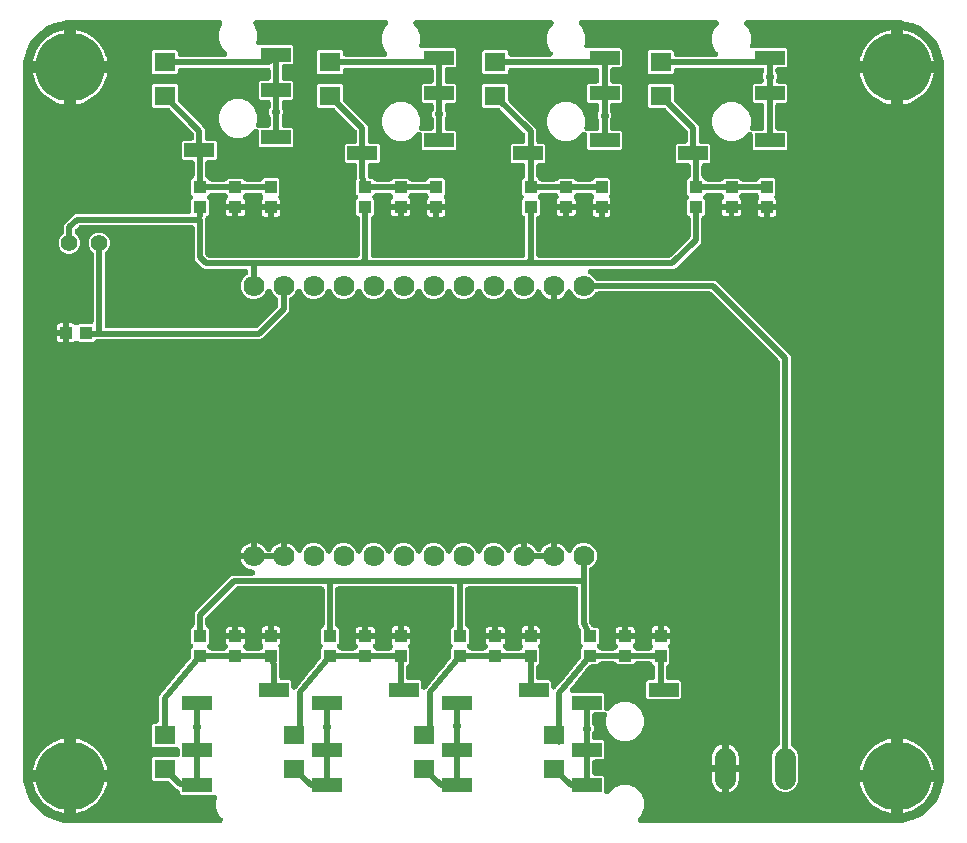
<source format=gbr>
G04 EAGLE Gerber RS-274X export*
G75*
%MOMM*%
%FSLAX34Y34*%
%LPD*%
%INTop Copper*%
%IPPOS*%
%AMOC8*
5,1,8,0,0,1.08239X$1,22.5*%
G01*
%ADD10C,1.400000*%
%ADD11R,1.000000X1.100000*%
%ADD12C,1.780000*%
%ADD13C,5.842000*%
%ADD14R,2.500000X1.200000*%
%ADD15R,1.100000X1.000000*%
%ADD16R,1.803000X1.600000*%
%ADD17C,1.790700*%
%ADD18C,0.756400*%
%ADD19C,0.508000*%

G36*
X176984Y10172D02*
X176984Y10172D01*
X177114Y10174D01*
X177207Y10192D01*
X177303Y10201D01*
X177428Y10235D01*
X177556Y10260D01*
X177645Y10294D01*
X177737Y10319D01*
X177854Y10375D01*
X177976Y10422D01*
X178058Y10472D01*
X178144Y10513D01*
X178249Y10588D01*
X178361Y10656D01*
X178432Y10719D01*
X178510Y10775D01*
X178601Y10868D01*
X178698Y10954D01*
X178757Y11029D01*
X178824Y11097D01*
X178897Y11205D01*
X178977Y11307D01*
X179023Y11391D01*
X179076Y11470D01*
X179129Y11589D01*
X179190Y11704D01*
X179220Y11795D01*
X179258Y11882D01*
X179289Y12009D01*
X179329Y12132D01*
X179342Y12227D01*
X179365Y12320D01*
X179373Y12449D01*
X179391Y12578D01*
X179387Y12674D01*
X179393Y12769D01*
X179378Y12898D01*
X179372Y13028D01*
X179352Y13121D01*
X179340Y13216D01*
X179303Y13341D01*
X179275Y13468D01*
X179238Y13556D01*
X179210Y13647D01*
X179151Y13763D01*
X179101Y13883D01*
X179049Y13963D01*
X179006Y14049D01*
X178927Y14152D01*
X178857Y14261D01*
X178771Y14359D01*
X178734Y14407D01*
X178701Y14438D01*
X178650Y14496D01*
X176300Y16846D01*
X173839Y22785D01*
X173839Y29215D01*
X174416Y30607D01*
X174469Y30776D01*
X174529Y30944D01*
X174537Y30991D01*
X174551Y31037D01*
X174573Y31213D01*
X174602Y31389D01*
X174602Y31436D01*
X174608Y31484D01*
X174599Y31661D01*
X174596Y31839D01*
X174587Y31886D01*
X174585Y31933D01*
X174544Y32106D01*
X174511Y32281D01*
X174493Y32325D01*
X174483Y32372D01*
X174412Y32535D01*
X174348Y32701D01*
X174323Y32742D01*
X174305Y32785D01*
X174207Y32934D01*
X174114Y33086D01*
X174083Y33121D01*
X174056Y33161D01*
X173934Y33290D01*
X173816Y33423D01*
X173779Y33452D01*
X173746Y33487D01*
X173602Y33592D01*
X173463Y33702D01*
X173421Y33725D01*
X173382Y33753D01*
X173222Y33831D01*
X173066Y33915D01*
X173021Y33930D01*
X172978Y33951D01*
X172807Y33999D01*
X172638Y34054D01*
X172591Y34061D01*
X172545Y34074D01*
X172368Y34091D01*
X172192Y34115D01*
X172144Y34113D01*
X172097Y34118D01*
X171919Y34104D01*
X171742Y34097D01*
X171695Y34087D01*
X171648Y34083D01*
X171476Y34038D01*
X171302Y33999D01*
X171258Y33981D01*
X171212Y33969D01*
X171170Y33949D01*
X144151Y33949D01*
X142949Y35151D01*
X142949Y36264D01*
X142930Y36476D01*
X142914Y36687D01*
X142911Y36699D01*
X142909Y36713D01*
X142853Y36918D01*
X142800Y37122D01*
X142794Y37134D01*
X142791Y37147D01*
X142700Y37338D01*
X142611Y37531D01*
X142603Y37542D01*
X142597Y37554D01*
X142475Y37725D01*
X142352Y37900D01*
X142343Y37909D01*
X142335Y37920D01*
X142183Y38068D01*
X142033Y38217D01*
X142022Y38225D01*
X142013Y38234D01*
X141837Y38353D01*
X141663Y38473D01*
X141648Y38480D01*
X141640Y38486D01*
X141604Y38502D01*
X141382Y38610D01*
X140180Y39108D01*
X138531Y40757D01*
X134302Y44986D01*
X134176Y45091D01*
X134055Y45203D01*
X134004Y45235D01*
X133957Y45274D01*
X133814Y45356D01*
X133675Y45444D01*
X133619Y45468D01*
X133566Y45498D01*
X133411Y45553D01*
X133259Y45615D01*
X133199Y45628D01*
X133142Y45649D01*
X132979Y45675D01*
X132819Y45710D01*
X132741Y45715D01*
X132697Y45722D01*
X132637Y45721D01*
X132507Y45729D01*
X120136Y45729D01*
X118934Y46931D01*
X118934Y64629D01*
X120136Y65831D01*
X140410Y65831D01*
X140445Y65834D01*
X140479Y65832D01*
X140668Y65854D01*
X140859Y65871D01*
X140892Y65880D01*
X140926Y65884D01*
X141109Y65939D01*
X141293Y65989D01*
X141324Y66004D01*
X141357Y66014D01*
X141528Y66101D01*
X141700Y66183D01*
X141728Y66203D01*
X141759Y66218D01*
X141911Y66334D01*
X142066Y66445D01*
X142090Y66470D01*
X142117Y66490D01*
X142246Y66630D01*
X142380Y66767D01*
X142399Y66796D01*
X142423Y66822D01*
X142525Y66983D01*
X142632Y67140D01*
X142646Y67172D01*
X142664Y67201D01*
X142737Y67378D01*
X142814Y67552D01*
X142822Y67586D01*
X142835Y67618D01*
X142875Y67805D01*
X142921Y67990D01*
X142923Y68024D01*
X142930Y68058D01*
X142949Y68370D01*
X142949Y71630D01*
X142946Y71665D01*
X142948Y71699D01*
X142926Y71888D01*
X142909Y72079D01*
X142900Y72112D01*
X142896Y72146D01*
X142841Y72329D01*
X142791Y72513D01*
X142776Y72544D01*
X142766Y72577D01*
X142679Y72748D01*
X142597Y72920D01*
X142577Y72948D01*
X142562Y72979D01*
X142446Y73131D01*
X142335Y73286D01*
X142310Y73310D01*
X142290Y73337D01*
X142150Y73466D01*
X142013Y73600D01*
X141984Y73619D01*
X141958Y73643D01*
X141797Y73745D01*
X141640Y73852D01*
X141608Y73866D01*
X141579Y73884D01*
X141402Y73957D01*
X141228Y74034D01*
X141194Y74042D01*
X141162Y74055D01*
X140975Y74095D01*
X140790Y74141D01*
X140756Y74143D01*
X140722Y74150D01*
X140410Y74169D01*
X120136Y74169D01*
X118934Y75371D01*
X118934Y93069D01*
X120136Y94271D01*
X122870Y94271D01*
X122905Y94274D01*
X122939Y94272D01*
X123128Y94294D01*
X123319Y94311D01*
X123352Y94320D01*
X123386Y94324D01*
X123569Y94379D01*
X123753Y94429D01*
X123784Y94444D01*
X123817Y94454D01*
X123988Y94541D01*
X124160Y94623D01*
X124188Y94643D01*
X124219Y94658D01*
X124371Y94774D01*
X124526Y94885D01*
X124550Y94910D01*
X124577Y94930D01*
X124706Y95070D01*
X124840Y95207D01*
X124859Y95236D01*
X124883Y95262D01*
X124985Y95423D01*
X125092Y95580D01*
X125106Y95612D01*
X125124Y95641D01*
X125197Y95818D01*
X125274Y95992D01*
X125282Y96026D01*
X125295Y96058D01*
X125335Y96245D01*
X125381Y96430D01*
X125383Y96464D01*
X125390Y96498D01*
X125409Y96810D01*
X125409Y115470D01*
X125404Y115533D01*
X125400Y115690D01*
X125343Y116346D01*
X125388Y116554D01*
X125389Y116561D01*
X125390Y116567D01*
X125396Y116661D01*
X125640Y117251D01*
X125659Y117311D01*
X125716Y117458D01*
X125914Y118086D01*
X126036Y118260D01*
X126038Y118266D01*
X126042Y118272D01*
X126083Y118356D01*
X126535Y118807D01*
X126575Y118856D01*
X126684Y118970D01*
X151854Y148939D01*
X151886Y148984D01*
X151923Y149024D01*
X152015Y149169D01*
X152112Y149309D01*
X152135Y149358D01*
X152164Y149404D01*
X152229Y149562D01*
X152301Y149717D01*
X152315Y149770D01*
X152335Y149820D01*
X152371Y149988D01*
X152414Y150153D01*
X152419Y150207D01*
X152430Y150261D01*
X152449Y150573D01*
X152449Y157349D01*
X153304Y158204D01*
X153327Y158231D01*
X153352Y158254D01*
X153414Y158332D01*
X153455Y158374D01*
X153492Y158429D01*
X153593Y158550D01*
X153610Y158580D01*
X153632Y158607D01*
X153706Y158746D01*
X153707Y158747D01*
X153708Y158749D01*
X153722Y158775D01*
X153817Y158941D01*
X153828Y158973D01*
X153845Y159004D01*
X153903Y159185D01*
X153967Y159365D01*
X153973Y159399D01*
X153984Y159432D01*
X154010Y159621D01*
X154041Y159809D01*
X154040Y159844D01*
X154045Y159878D01*
X154037Y160069D01*
X154035Y160259D01*
X154028Y160294D01*
X154027Y160328D01*
X153985Y160514D01*
X153949Y160702D01*
X153937Y160734D01*
X153929Y160768D01*
X153856Y160944D01*
X153787Y161122D01*
X153769Y161151D01*
X153756Y161183D01*
X153652Y161344D01*
X153553Y161506D01*
X153530Y161532D01*
X153511Y161561D01*
X153304Y161796D01*
X152449Y162651D01*
X152449Y174349D01*
X153851Y175751D01*
X153988Y175821D01*
X154160Y175903D01*
X154188Y175923D01*
X154219Y175938D01*
X154371Y176054D01*
X154526Y176165D01*
X154550Y176190D01*
X154577Y176210D01*
X154706Y176350D01*
X154840Y176487D01*
X154859Y176516D01*
X154883Y176542D01*
X154985Y176703D01*
X155092Y176860D01*
X155106Y176892D01*
X155124Y176921D01*
X155197Y177098D01*
X155274Y177272D01*
X155282Y177306D01*
X155295Y177338D01*
X155335Y177525D01*
X155381Y177710D01*
X155383Y177744D01*
X155390Y177778D01*
X155409Y178090D01*
X155409Y186913D01*
X156108Y188600D01*
X186400Y218892D01*
X188087Y219591D01*
X204337Y219591D01*
X204363Y219593D01*
X204389Y219591D01*
X204587Y219613D01*
X204785Y219631D01*
X204811Y219638D01*
X204837Y219640D01*
X205028Y219697D01*
X205220Y219749D01*
X205243Y219760D01*
X205268Y219768D01*
X205447Y219857D01*
X205626Y219943D01*
X205648Y219958D01*
X205671Y219969D01*
X205831Y220089D01*
X205993Y220205D01*
X206011Y220223D01*
X206032Y220239D01*
X206168Y220385D01*
X206307Y220527D01*
X206321Y220549D01*
X206339Y220568D01*
X206447Y220735D01*
X206559Y220900D01*
X206569Y220924D01*
X206583Y220946D01*
X206660Y221130D01*
X206741Y221312D01*
X206747Y221338D01*
X206757Y221362D01*
X206800Y221556D01*
X206848Y221750D01*
X206849Y221776D01*
X206855Y221801D01*
X206863Y222001D01*
X206875Y222199D01*
X206872Y222225D01*
X206873Y222251D01*
X206846Y222448D01*
X206823Y222646D01*
X206816Y222671D01*
X206812Y222697D01*
X206751Y222886D01*
X206693Y223077D01*
X206681Y223101D01*
X206673Y223125D01*
X206579Y223301D01*
X206489Y223479D01*
X206473Y223499D01*
X206460Y223522D01*
X206337Y223678D01*
X206217Y223837D01*
X206197Y223855D01*
X206181Y223876D01*
X206032Y224008D01*
X205885Y224142D01*
X205863Y224156D01*
X205844Y224174D01*
X205674Y224277D01*
X205506Y224384D01*
X205481Y224394D01*
X205459Y224408D01*
X205274Y224480D01*
X205089Y224555D01*
X205064Y224561D01*
X205039Y224570D01*
X204734Y224638D01*
X202821Y224941D01*
X201108Y225497D01*
X199504Y226315D01*
X198047Y227373D01*
X196773Y228647D01*
X195715Y230104D01*
X194897Y231708D01*
X194341Y233421D01*
X194319Y233561D01*
X205500Y233561D01*
X230900Y233561D01*
X230934Y233564D01*
X230969Y233562D01*
X231158Y233584D01*
X231348Y233600D01*
X231382Y233610D01*
X231416Y233614D01*
X231599Y233669D01*
X231783Y233719D01*
X231814Y233734D01*
X231847Y233744D01*
X232018Y233831D01*
X232189Y233912D01*
X232217Y233933D01*
X232248Y233948D01*
X232400Y234063D01*
X232555Y234175D01*
X232579Y234199D01*
X232607Y234220D01*
X232607Y234221D01*
X232736Y234360D01*
X232869Y234497D01*
X232870Y234498D01*
X232889Y234526D01*
X232913Y234552D01*
X233015Y234713D01*
X233122Y234871D01*
X233136Y234902D01*
X233154Y234932D01*
X233227Y235108D01*
X233304Y235283D01*
X233312Y235316D01*
X233325Y235348D01*
X233366Y235535D01*
X233411Y235720D01*
X233413Y235754D01*
X233420Y235788D01*
X233439Y236100D01*
X233439Y247281D01*
X233579Y247259D01*
X235292Y246703D01*
X236896Y245885D01*
X238353Y244827D01*
X239627Y243553D01*
X240685Y242096D01*
X241565Y240369D01*
X241646Y240179D01*
X241648Y240175D01*
X241650Y240171D01*
X241773Y239985D01*
X241893Y239803D01*
X241896Y239799D01*
X241898Y239796D01*
X242052Y239634D01*
X242202Y239476D01*
X242206Y239473D01*
X242209Y239470D01*
X242387Y239339D01*
X242565Y239208D01*
X242569Y239206D01*
X242572Y239204D01*
X242769Y239108D01*
X242969Y239009D01*
X242973Y239008D01*
X242977Y239006D01*
X243186Y238947D01*
X243401Y238885D01*
X243406Y238884D01*
X243410Y238883D01*
X243630Y238861D01*
X243849Y238839D01*
X243854Y238839D01*
X243858Y238838D01*
X244081Y238856D01*
X244298Y238872D01*
X244303Y238873D01*
X244307Y238874D01*
X244521Y238930D01*
X244734Y238985D01*
X244738Y238987D01*
X244743Y238988D01*
X244942Y239080D01*
X245143Y239172D01*
X245147Y239175D01*
X245151Y239177D01*
X245333Y239304D01*
X245513Y239429D01*
X245516Y239433D01*
X245520Y239435D01*
X245678Y239594D01*
X245832Y239748D01*
X245834Y239751D01*
X245838Y239755D01*
X245963Y239936D01*
X246089Y240117D01*
X246091Y240121D01*
X246093Y240125D01*
X246231Y240406D01*
X247016Y242303D01*
X250097Y245384D01*
X254122Y247051D01*
X258478Y247051D01*
X262503Y245384D01*
X265584Y242303D01*
X266654Y239719D01*
X266714Y239603D01*
X266766Y239484D01*
X266818Y239404D01*
X266863Y239320D01*
X266942Y239217D01*
X267014Y239108D01*
X267080Y239039D01*
X267138Y238964D01*
X267235Y238877D01*
X267325Y238782D01*
X267402Y238726D01*
X267473Y238662D01*
X267583Y238593D01*
X267688Y238517D01*
X267774Y238475D01*
X267855Y238424D01*
X267976Y238376D01*
X268092Y238319D01*
X268184Y238293D01*
X268273Y238257D01*
X268401Y238231D01*
X268526Y238196D01*
X268621Y238187D01*
X268714Y238167D01*
X268844Y238164D01*
X268974Y238151D01*
X269069Y238159D01*
X269164Y238157D01*
X269293Y238176D01*
X269423Y238187D01*
X269515Y238211D01*
X269609Y238225D01*
X269733Y238268D01*
X269858Y238301D01*
X269945Y238341D01*
X270035Y238372D01*
X270149Y238435D01*
X270267Y238490D01*
X270345Y238545D01*
X270428Y238591D01*
X270529Y238673D01*
X270636Y238748D01*
X270703Y238816D01*
X270777Y238876D01*
X270861Y238975D01*
X270953Y239068D01*
X271007Y239146D01*
X271069Y239219D01*
X271135Y239331D01*
X271209Y239438D01*
X271266Y239555D01*
X271297Y239607D01*
X271312Y239649D01*
X271346Y239719D01*
X272416Y242303D01*
X275497Y245384D01*
X279522Y247051D01*
X283878Y247051D01*
X287903Y245384D01*
X290984Y242303D01*
X292054Y239719D01*
X292114Y239603D01*
X292166Y239484D01*
X292218Y239404D01*
X292263Y239320D01*
X292342Y239217D01*
X292414Y239108D01*
X292480Y239039D01*
X292538Y238964D01*
X292635Y238877D01*
X292725Y238782D01*
X292802Y238726D01*
X292873Y238662D01*
X292983Y238593D01*
X293088Y238517D01*
X293174Y238475D01*
X293255Y238424D01*
X293376Y238376D01*
X293492Y238319D01*
X293584Y238293D01*
X293673Y238257D01*
X293801Y238231D01*
X293926Y238196D01*
X294021Y238187D01*
X294114Y238167D01*
X294244Y238164D01*
X294374Y238151D01*
X294469Y238159D01*
X294564Y238157D01*
X294693Y238176D01*
X294823Y238187D01*
X294915Y238211D01*
X295009Y238225D01*
X295133Y238268D01*
X295258Y238301D01*
X295345Y238341D01*
X295435Y238372D01*
X295549Y238435D01*
X295667Y238490D01*
X295745Y238545D01*
X295828Y238591D01*
X295929Y238673D01*
X296036Y238748D01*
X296103Y238816D01*
X296177Y238876D01*
X296261Y238975D01*
X296353Y239068D01*
X296407Y239146D01*
X296469Y239219D01*
X296535Y239331D01*
X296609Y239438D01*
X296666Y239555D01*
X296697Y239607D01*
X296712Y239649D01*
X296746Y239719D01*
X297816Y242303D01*
X300897Y245384D01*
X304922Y247051D01*
X309278Y247051D01*
X313303Y245384D01*
X316384Y242303D01*
X317454Y239719D01*
X317514Y239603D01*
X317566Y239484D01*
X317618Y239404D01*
X317663Y239320D01*
X317742Y239217D01*
X317814Y239108D01*
X317880Y239039D01*
X317938Y238964D01*
X318035Y238877D01*
X318124Y238782D01*
X318202Y238726D01*
X318272Y238662D01*
X318383Y238593D01*
X318488Y238517D01*
X318574Y238475D01*
X318655Y238424D01*
X318776Y238376D01*
X318892Y238319D01*
X318984Y238293D01*
X319073Y238258D01*
X319200Y238231D01*
X319326Y238196D01*
X319421Y238186D01*
X319514Y238167D01*
X319644Y238164D01*
X319774Y238151D01*
X319869Y238159D01*
X319964Y238157D01*
X320093Y238176D01*
X320223Y238187D01*
X320315Y238211D01*
X320409Y238225D01*
X320533Y238268D01*
X320658Y238301D01*
X320745Y238341D01*
X320835Y238372D01*
X320949Y238435D01*
X321067Y238490D01*
X321145Y238545D01*
X321228Y238591D01*
X321329Y238673D01*
X321436Y238748D01*
X321503Y238816D01*
X321577Y238876D01*
X321661Y238975D01*
X321753Y239068D01*
X321807Y239146D01*
X321869Y239219D01*
X321935Y239331D01*
X322009Y239438D01*
X322066Y239555D01*
X322097Y239607D01*
X322112Y239649D01*
X322146Y239719D01*
X323216Y242303D01*
X326297Y245384D01*
X330322Y247051D01*
X334678Y247051D01*
X338703Y245384D01*
X341784Y242303D01*
X342854Y239719D01*
X342914Y239604D01*
X342966Y239484D01*
X343018Y239404D01*
X343063Y239320D01*
X343142Y239217D01*
X343214Y239108D01*
X343280Y239039D01*
X343338Y238964D01*
X343435Y238876D01*
X343525Y238782D01*
X343602Y238726D01*
X343673Y238662D01*
X343783Y238593D01*
X343888Y238517D01*
X343974Y238475D01*
X344055Y238424D01*
X344176Y238376D01*
X344292Y238319D01*
X344384Y238293D01*
X344473Y238258D01*
X344601Y238231D01*
X344726Y238196D01*
X344821Y238187D01*
X344914Y238167D01*
X345044Y238164D01*
X345174Y238151D01*
X345269Y238159D01*
X345364Y238157D01*
X345493Y238176D01*
X345623Y238187D01*
X345715Y238211D01*
X345809Y238225D01*
X345932Y238268D01*
X346058Y238301D01*
X346145Y238341D01*
X346235Y238372D01*
X346349Y238435D01*
X346467Y238490D01*
X346545Y238545D01*
X346628Y238591D01*
X346729Y238674D01*
X346836Y238748D01*
X346903Y238816D01*
X346977Y238876D01*
X347061Y238975D01*
X347153Y239068D01*
X347207Y239146D01*
X347269Y239219D01*
X347335Y239331D01*
X347409Y239438D01*
X347466Y239555D01*
X347497Y239607D01*
X347512Y239649D01*
X347546Y239719D01*
X348616Y242303D01*
X351697Y245384D01*
X355722Y247051D01*
X360078Y247051D01*
X364103Y245384D01*
X367184Y242303D01*
X368254Y239719D01*
X368314Y239604D01*
X368366Y239484D01*
X368418Y239404D01*
X368463Y239320D01*
X368542Y239217D01*
X368614Y239108D01*
X368680Y239039D01*
X368738Y238964D01*
X368835Y238876D01*
X368925Y238782D01*
X369002Y238726D01*
X369073Y238662D01*
X369183Y238593D01*
X369288Y238517D01*
X369374Y238475D01*
X369455Y238424D01*
X369576Y238376D01*
X369692Y238319D01*
X369784Y238293D01*
X369873Y238258D01*
X370001Y238231D01*
X370126Y238196D01*
X370221Y238187D01*
X370314Y238167D01*
X370444Y238164D01*
X370574Y238151D01*
X370669Y238159D01*
X370764Y238157D01*
X370893Y238176D01*
X371023Y238187D01*
X371115Y238211D01*
X371209Y238225D01*
X371332Y238268D01*
X371458Y238301D01*
X371545Y238341D01*
X371635Y238372D01*
X371749Y238435D01*
X371867Y238490D01*
X371945Y238545D01*
X372028Y238591D01*
X372129Y238674D01*
X372236Y238748D01*
X372303Y238816D01*
X372377Y238876D01*
X372461Y238975D01*
X372553Y239068D01*
X372607Y239146D01*
X372669Y239219D01*
X372735Y239331D01*
X372809Y239438D01*
X372866Y239555D01*
X372897Y239607D01*
X372912Y239649D01*
X372946Y239719D01*
X374016Y242303D01*
X377097Y245384D01*
X381122Y247051D01*
X385478Y247051D01*
X389503Y245384D01*
X392584Y242303D01*
X393654Y239719D01*
X393714Y239604D01*
X393766Y239484D01*
X393818Y239404D01*
X393863Y239320D01*
X393942Y239217D01*
X394014Y239108D01*
X394080Y239039D01*
X394138Y238964D01*
X394235Y238876D01*
X394325Y238782D01*
X394402Y238726D01*
X394473Y238662D01*
X394583Y238593D01*
X394688Y238517D01*
X394774Y238475D01*
X394855Y238424D01*
X394976Y238376D01*
X395092Y238319D01*
X395184Y238293D01*
X395273Y238258D01*
X395401Y238231D01*
X395526Y238196D01*
X395621Y238187D01*
X395714Y238167D01*
X395844Y238164D01*
X395974Y238151D01*
X396069Y238159D01*
X396164Y238157D01*
X396293Y238176D01*
X396423Y238187D01*
X396515Y238211D01*
X396609Y238225D01*
X396732Y238268D01*
X396858Y238301D01*
X396945Y238341D01*
X397035Y238372D01*
X397149Y238435D01*
X397267Y238490D01*
X397345Y238545D01*
X397428Y238591D01*
X397529Y238674D01*
X397636Y238748D01*
X397703Y238816D01*
X397777Y238876D01*
X397861Y238975D01*
X397953Y239068D01*
X398007Y239146D01*
X398069Y239219D01*
X398135Y239331D01*
X398209Y239438D01*
X398266Y239555D01*
X398297Y239607D01*
X398312Y239649D01*
X398346Y239719D01*
X399416Y242303D01*
X402497Y245384D01*
X406522Y247051D01*
X410878Y247051D01*
X414903Y245384D01*
X417984Y242303D01*
X418769Y240406D01*
X418772Y240402D01*
X418773Y240398D01*
X418873Y240208D01*
X418978Y240007D01*
X418981Y240003D01*
X418983Y239999D01*
X419118Y239826D01*
X419254Y239651D01*
X419257Y239648D01*
X419260Y239644D01*
X419425Y239496D01*
X419588Y239349D01*
X419592Y239347D01*
X419595Y239344D01*
X419783Y239228D01*
X419970Y239111D01*
X419974Y239110D01*
X419978Y239107D01*
X420185Y239026D01*
X420389Y238945D01*
X420393Y238944D01*
X420397Y238942D01*
X420612Y238899D01*
X420830Y238855D01*
X420834Y238854D01*
X420838Y238854D01*
X421056Y238849D01*
X421280Y238844D01*
X421284Y238844D01*
X421289Y238844D01*
X421505Y238879D01*
X421725Y238913D01*
X421729Y238914D01*
X421733Y238915D01*
X421942Y238987D01*
X422151Y239059D01*
X422154Y239061D01*
X422159Y239063D01*
X422349Y239170D01*
X422544Y239278D01*
X422547Y239281D01*
X422551Y239283D01*
X422719Y239422D01*
X422892Y239564D01*
X422895Y239567D01*
X422899Y239570D01*
X423044Y239741D01*
X423185Y239906D01*
X423187Y239910D01*
X423190Y239913D01*
X423301Y240105D01*
X423412Y240295D01*
X423414Y240299D01*
X423416Y240303D01*
X423466Y240431D01*
X424315Y242096D01*
X425373Y243553D01*
X426647Y244827D01*
X428104Y245885D01*
X429708Y246703D01*
X431421Y247259D01*
X431561Y247281D01*
X431561Y236100D01*
X431562Y236088D01*
X431562Y236085D01*
X431563Y236069D01*
X431564Y236066D01*
X431562Y236031D01*
X431584Y235842D01*
X431600Y235652D01*
X431610Y235618D01*
X431614Y235584D01*
X431669Y235401D01*
X431719Y235217D01*
X431734Y235186D01*
X431744Y235153D01*
X431831Y234982D01*
X431912Y234811D01*
X431933Y234783D01*
X431948Y234752D01*
X432063Y234600D01*
X432175Y234445D01*
X432175Y234444D01*
X432199Y234420D01*
X432220Y234393D01*
X432221Y234393D01*
X432221Y234392D01*
X432361Y234263D01*
X432498Y234130D01*
X432526Y234111D01*
X432552Y234087D01*
X432713Y233985D01*
X432871Y233878D01*
X432902Y233864D01*
X432932Y233845D01*
X433108Y233773D01*
X433283Y233696D01*
X433316Y233688D01*
X433348Y233675D01*
X433535Y233634D01*
X433720Y233589D01*
X433754Y233587D01*
X433788Y233580D01*
X434100Y233561D01*
X459500Y233561D01*
X459534Y233564D01*
X459569Y233562D01*
X459758Y233584D01*
X459948Y233600D01*
X459982Y233610D01*
X460016Y233614D01*
X460199Y233669D01*
X460383Y233719D01*
X460414Y233734D01*
X460447Y233744D01*
X460618Y233831D01*
X460789Y233912D01*
X460817Y233933D01*
X460848Y233948D01*
X461000Y234063D01*
X461155Y234175D01*
X461179Y234199D01*
X461207Y234220D01*
X461207Y234221D01*
X461336Y234360D01*
X461469Y234497D01*
X461470Y234498D01*
X461489Y234526D01*
X461513Y234552D01*
X461615Y234713D01*
X461722Y234871D01*
X461736Y234902D01*
X461754Y234932D01*
X461827Y235108D01*
X461904Y235283D01*
X461912Y235316D01*
X461925Y235348D01*
X461966Y235535D01*
X462011Y235720D01*
X462013Y235754D01*
X462020Y235788D01*
X462039Y236100D01*
X462039Y247281D01*
X462179Y247259D01*
X463892Y246703D01*
X465496Y245885D01*
X466953Y244827D01*
X468227Y243553D01*
X469285Y242096D01*
X470165Y240368D01*
X470246Y240179D01*
X470249Y240175D01*
X470250Y240171D01*
X470372Y239987D01*
X470493Y239803D01*
X470496Y239799D01*
X470498Y239796D01*
X470656Y239630D01*
X470802Y239476D01*
X470806Y239473D01*
X470809Y239470D01*
X470990Y239337D01*
X471165Y239208D01*
X471169Y239206D01*
X471172Y239204D01*
X471370Y239107D01*
X471569Y239009D01*
X471573Y239008D01*
X471577Y239006D01*
X471785Y238947D01*
X472001Y238885D01*
X472006Y238884D01*
X472010Y238883D01*
X472229Y238861D01*
X472449Y238839D01*
X472454Y238839D01*
X472458Y238839D01*
X472680Y238856D01*
X472898Y238872D01*
X472903Y238873D01*
X472907Y238874D01*
X473119Y238929D01*
X473334Y238985D01*
X473338Y238987D01*
X473343Y238988D01*
X473544Y239081D01*
X473744Y239173D01*
X473747Y239175D01*
X473751Y239177D01*
X473934Y239305D01*
X474113Y239430D01*
X474116Y239433D01*
X474120Y239435D01*
X474274Y239590D01*
X474432Y239748D01*
X474434Y239752D01*
X474437Y239755D01*
X474563Y239936D01*
X474689Y240117D01*
X474691Y240121D01*
X474693Y240125D01*
X474831Y240406D01*
X475616Y242303D01*
X478697Y245384D01*
X482722Y247051D01*
X487078Y247051D01*
X491103Y245384D01*
X494184Y242303D01*
X495851Y238278D01*
X495851Y233922D01*
X494184Y229897D01*
X491103Y226816D01*
X491058Y226798D01*
X490870Y226699D01*
X490681Y226603D01*
X490671Y226595D01*
X490659Y226589D01*
X490491Y226459D01*
X490323Y226331D01*
X490314Y226322D01*
X490303Y226314D01*
X490160Y226155D01*
X490017Y226000D01*
X490010Y225989D01*
X490002Y225979D01*
X489890Y225800D01*
X489776Y225621D01*
X489771Y225608D01*
X489764Y225597D01*
X489685Y225400D01*
X489605Y225204D01*
X489602Y225191D01*
X489597Y225179D01*
X489555Y224971D01*
X489510Y224764D01*
X489509Y224748D01*
X489507Y224738D01*
X489506Y224698D01*
X489491Y224452D01*
X489491Y180916D01*
X489506Y180740D01*
X489515Y180562D01*
X489526Y180516D01*
X489531Y180468D01*
X489577Y180296D01*
X489618Y180124D01*
X489640Y180068D01*
X489649Y180033D01*
X489676Y179976D01*
X489733Y179834D01*
X491065Y177007D01*
X491142Y176876D01*
X491211Y176741D01*
X491255Y176683D01*
X491293Y176619D01*
X491391Y176503D01*
X491483Y176383D01*
X491537Y176332D01*
X491585Y176276D01*
X491702Y176180D01*
X491814Y176077D01*
X491876Y176038D01*
X491933Y175991D01*
X492065Y175917D01*
X492193Y175836D01*
X492262Y175808D01*
X492326Y175772D01*
X492470Y175722D01*
X492610Y175665D01*
X492682Y175649D01*
X492752Y175625D01*
X492902Y175602D01*
X493050Y175570D01*
X493146Y175564D01*
X493197Y175556D01*
X493253Y175557D01*
X493362Y175551D01*
X496349Y175551D01*
X497551Y174349D01*
X497551Y162651D01*
X496696Y161796D01*
X496673Y161769D01*
X496648Y161746D01*
X496530Y161597D01*
X496407Y161450D01*
X496390Y161420D01*
X496368Y161393D01*
X496278Y161225D01*
X496183Y161059D01*
X496172Y161027D01*
X496155Y160996D01*
X496097Y160815D01*
X496033Y160635D01*
X496027Y160601D01*
X496016Y160568D01*
X495990Y160379D01*
X495959Y160191D01*
X495960Y160156D01*
X495955Y160122D01*
X495963Y159931D01*
X495965Y159741D01*
X495972Y159706D01*
X495973Y159672D01*
X496015Y159486D01*
X496051Y159298D01*
X496063Y159266D01*
X496071Y159232D01*
X496144Y159056D01*
X496213Y158878D01*
X496231Y158849D01*
X496244Y158817D01*
X496348Y158656D01*
X496352Y158650D01*
X496363Y158628D01*
X496374Y158613D01*
X496447Y158494D01*
X496470Y158468D01*
X496489Y158439D01*
X496615Y158296D01*
X496635Y158269D01*
X496653Y158252D01*
X496696Y158204D01*
X498066Y156834D01*
X498192Y156729D01*
X498313Y156617D01*
X498364Y156585D01*
X498411Y156546D01*
X498554Y156464D01*
X498693Y156376D01*
X498749Y156352D01*
X498802Y156322D01*
X498957Y156267D01*
X499109Y156205D01*
X499169Y156192D01*
X499226Y156171D01*
X499389Y156145D01*
X499549Y156110D01*
X499626Y156105D01*
X499671Y156098D01*
X499732Y156099D01*
X499861Y156091D01*
X510139Y156091D01*
X510302Y156105D01*
X510467Y156112D01*
X510526Y156125D01*
X510587Y156131D01*
X510746Y156174D01*
X510906Y156210D01*
X510963Y156233D01*
X511022Y156249D01*
X511170Y156320D01*
X511322Y156383D01*
X511373Y156416D01*
X511428Y156443D01*
X511562Y156538D01*
X511700Y156628D01*
X511758Y156679D01*
X511794Y156705D01*
X511837Y156748D01*
X511934Y156834D01*
X512958Y157858D01*
X512980Y157885D01*
X513006Y157908D01*
X513124Y158057D01*
X513247Y158203D01*
X513264Y158234D01*
X513285Y158261D01*
X513376Y158429D01*
X513470Y158594D01*
X513482Y158627D01*
X513498Y158658D01*
X513557Y158839D01*
X513621Y159019D01*
X513627Y159053D01*
X513637Y159086D01*
X513663Y159275D01*
X513694Y159463D01*
X513694Y159497D01*
X513699Y159532D01*
X513691Y159722D01*
X513688Y159913D01*
X513682Y159947D01*
X513680Y159982D01*
X513639Y160167D01*
X513603Y160355D01*
X513590Y160387D01*
X513583Y160421D01*
X513509Y160597D01*
X513440Y160775D01*
X513422Y160805D01*
X513409Y160837D01*
X513306Y160997D01*
X513207Y161160D01*
X513184Y161186D01*
X513165Y161215D01*
X512958Y161449D01*
X512467Y161940D01*
X512132Y162519D01*
X511959Y163165D01*
X511959Y165961D01*
X520000Y165961D01*
X528041Y165961D01*
X528041Y163165D01*
X527868Y162519D01*
X527533Y161940D01*
X527042Y161449D01*
X527020Y161422D01*
X526994Y161399D01*
X526876Y161250D01*
X526753Y161104D01*
X526736Y161073D01*
X526715Y161046D01*
X526625Y160878D01*
X526530Y160713D01*
X526518Y160680D01*
X526502Y160649D01*
X526443Y160468D01*
X526379Y160288D01*
X526373Y160254D01*
X526363Y160221D01*
X526337Y160032D01*
X526306Y159844D01*
X526306Y159810D01*
X526301Y159775D01*
X526309Y159585D01*
X526312Y159394D01*
X526318Y159360D01*
X526320Y159325D01*
X526361Y159139D01*
X526397Y158952D01*
X526410Y158920D01*
X526417Y158886D01*
X526491Y158710D01*
X526560Y158532D01*
X526578Y158502D01*
X526591Y158470D01*
X526694Y158310D01*
X526793Y158147D01*
X526816Y158121D01*
X526835Y158092D01*
X527042Y157858D01*
X528066Y156834D01*
X528192Y156729D01*
X528313Y156617D01*
X528364Y156585D01*
X528411Y156546D01*
X528554Y156464D01*
X528693Y156376D01*
X528749Y156352D01*
X528802Y156322D01*
X528957Y156267D01*
X529109Y156205D01*
X529169Y156192D01*
X529226Y156171D01*
X529389Y156145D01*
X529549Y156110D01*
X529626Y156105D01*
X529671Y156098D01*
X529732Y156099D01*
X529861Y156091D01*
X540410Y156091D01*
X540445Y156094D01*
X540479Y156092D01*
X540668Y156114D01*
X540859Y156131D01*
X540892Y156140D01*
X540926Y156144D01*
X541109Y156199D01*
X541293Y156249D01*
X541324Y156264D01*
X541357Y156274D01*
X541528Y156361D01*
X541700Y156443D01*
X541728Y156463D01*
X541759Y156478D01*
X541911Y156594D01*
X542066Y156705D01*
X542090Y156730D01*
X542117Y156750D01*
X542246Y156890D01*
X542380Y157027D01*
X542399Y157056D01*
X542423Y157082D01*
X542525Y157243D01*
X542632Y157400D01*
X542646Y157432D01*
X542664Y157461D01*
X542736Y157636D01*
X542958Y157858D01*
X542980Y157885D01*
X543006Y157907D01*
X543124Y158057D01*
X543247Y158203D01*
X543264Y158233D01*
X543285Y158261D01*
X543375Y158428D01*
X543470Y158594D01*
X543482Y158627D01*
X543498Y158657D01*
X543557Y158839D01*
X543621Y159018D01*
X543627Y159053D01*
X543637Y159086D01*
X543663Y159275D01*
X543694Y159463D01*
X543694Y159497D01*
X543699Y159532D01*
X543691Y159723D01*
X543688Y159913D01*
X543682Y159947D01*
X543680Y159982D01*
X543639Y160168D01*
X543603Y160355D01*
X543590Y160387D01*
X543583Y160421D01*
X543509Y160597D01*
X543440Y160775D01*
X543422Y160805D01*
X543409Y160837D01*
X543306Y160997D01*
X543207Y161160D01*
X543184Y161186D01*
X543165Y161215D01*
X542969Y161437D01*
X542632Y162019D01*
X542459Y162665D01*
X542459Y165961D01*
X550000Y165961D01*
X557541Y165961D01*
X557541Y162665D01*
X557368Y162019D01*
X557030Y161434D01*
X557020Y161422D01*
X556994Y161399D01*
X556876Y161250D01*
X556753Y161104D01*
X556736Y161073D01*
X556715Y161046D01*
X556624Y160878D01*
X556530Y160713D01*
X556518Y160680D01*
X556502Y160649D01*
X556443Y160468D01*
X556379Y160288D01*
X556373Y160254D01*
X556363Y160221D01*
X556337Y160032D01*
X556306Y159844D01*
X556306Y159810D01*
X556301Y159775D01*
X556309Y159585D01*
X556312Y159394D01*
X556318Y159360D01*
X556320Y159325D01*
X556361Y159140D01*
X556397Y158952D01*
X556410Y158920D01*
X556417Y158886D01*
X556491Y158710D01*
X556560Y158532D01*
X556578Y158502D01*
X556591Y158470D01*
X556694Y158310D01*
X556793Y158147D01*
X556816Y158121D01*
X556835Y158092D01*
X557042Y157858D01*
X557051Y157849D01*
X557051Y145151D01*
X555334Y143434D01*
X555229Y143308D01*
X555117Y143187D01*
X555085Y143136D01*
X555046Y143089D01*
X554964Y142946D01*
X554876Y142807D01*
X554852Y142751D01*
X554822Y142698D01*
X554767Y142543D01*
X554705Y142391D01*
X554692Y142331D01*
X554671Y142274D01*
X554645Y142111D01*
X554610Y141951D01*
X554605Y141874D01*
X554598Y141829D01*
X554599Y141768D01*
X554591Y141639D01*
X554591Y133590D01*
X554594Y133555D01*
X554592Y133521D01*
X554614Y133332D01*
X554631Y133141D01*
X554640Y133108D01*
X554644Y133074D01*
X554699Y132891D01*
X554749Y132707D01*
X554764Y132676D01*
X554774Y132643D01*
X554861Y132472D01*
X554943Y132300D01*
X554963Y132272D01*
X554978Y132241D01*
X555094Y132089D01*
X555205Y131934D01*
X555230Y131910D01*
X555250Y131883D01*
X555390Y131754D01*
X555527Y131620D01*
X555556Y131601D01*
X555582Y131577D01*
X555743Y131475D01*
X555900Y131368D01*
X555932Y131354D01*
X555961Y131336D01*
X556138Y131263D01*
X556312Y131186D01*
X556346Y131178D01*
X556378Y131165D01*
X556565Y131125D01*
X556750Y131079D01*
X556784Y131077D01*
X556818Y131070D01*
X557130Y131051D01*
X565849Y131051D01*
X567051Y129849D01*
X567051Y116151D01*
X565849Y114949D01*
X539151Y114949D01*
X537949Y116151D01*
X537949Y129849D01*
X539151Y131051D01*
X542870Y131051D01*
X542905Y131054D01*
X542939Y131052D01*
X543128Y131074D01*
X543319Y131091D01*
X543352Y131100D01*
X543386Y131104D01*
X543569Y131159D01*
X543753Y131209D01*
X543784Y131224D01*
X543817Y131234D01*
X543988Y131321D01*
X544160Y131403D01*
X544188Y131423D01*
X544219Y131438D01*
X544371Y131554D01*
X544526Y131665D01*
X544550Y131690D01*
X544577Y131710D01*
X544706Y131850D01*
X544840Y131987D01*
X544859Y132016D01*
X544883Y132042D01*
X544985Y132203D01*
X545092Y132360D01*
X545106Y132392D01*
X545124Y132421D01*
X545197Y132598D01*
X545274Y132772D01*
X545282Y132806D01*
X545295Y132838D01*
X545335Y133025D01*
X545381Y133210D01*
X545383Y133244D01*
X545390Y133278D01*
X545409Y133590D01*
X545409Y141639D01*
X545395Y141802D01*
X545388Y141967D01*
X545375Y142026D01*
X545369Y142087D01*
X545326Y142246D01*
X545290Y142406D01*
X545267Y142463D01*
X545251Y142522D01*
X545180Y142670D01*
X545117Y142822D01*
X545084Y142873D01*
X545057Y142928D01*
X544962Y143062D01*
X544872Y143200D01*
X544821Y143258D01*
X544795Y143294D01*
X544752Y143337D01*
X544666Y143434D01*
X542749Y145351D01*
X542679Y145488D01*
X542597Y145660D01*
X542577Y145688D01*
X542562Y145719D01*
X542446Y145871D01*
X542335Y146026D01*
X542310Y146050D01*
X542290Y146077D01*
X542150Y146206D01*
X542013Y146340D01*
X541984Y146359D01*
X541958Y146383D01*
X541797Y146485D01*
X541640Y146592D01*
X541608Y146606D01*
X541579Y146624D01*
X541402Y146697D01*
X541228Y146774D01*
X541194Y146782D01*
X541162Y146795D01*
X540975Y146835D01*
X540790Y146881D01*
X540756Y146883D01*
X540722Y146890D01*
X540410Y146909D01*
X529861Y146909D01*
X529698Y146895D01*
X529533Y146888D01*
X529474Y146875D01*
X529413Y146869D01*
X529254Y146826D01*
X529094Y146790D01*
X529037Y146767D01*
X528978Y146751D01*
X528830Y146680D01*
X528678Y146617D01*
X528627Y146584D01*
X528572Y146557D01*
X528438Y146462D01*
X528300Y146372D01*
X528242Y146321D01*
X528206Y146295D01*
X528163Y146252D01*
X528066Y146166D01*
X526349Y144449D01*
X513651Y144449D01*
X511934Y146166D01*
X511808Y146271D01*
X511687Y146383D01*
X511636Y146415D01*
X511589Y146454D01*
X511446Y146536D01*
X511307Y146624D01*
X511251Y146648D01*
X511198Y146678D01*
X511043Y146733D01*
X510891Y146795D01*
X510831Y146808D01*
X510774Y146829D01*
X510611Y146855D01*
X510451Y146890D01*
X510374Y146895D01*
X510329Y146902D01*
X510268Y146901D01*
X510139Y146909D01*
X499861Y146909D01*
X499698Y146895D01*
X499533Y146888D01*
X499474Y146875D01*
X499413Y146869D01*
X499254Y146826D01*
X499094Y146790D01*
X499037Y146767D01*
X498978Y146751D01*
X498830Y146680D01*
X498678Y146617D01*
X498627Y146584D01*
X498572Y146557D01*
X498438Y146462D01*
X498300Y146372D01*
X498242Y146321D01*
X498206Y146295D01*
X498163Y146252D01*
X498066Y146166D01*
X496349Y144449D01*
X491358Y144449D01*
X491294Y144444D01*
X491229Y144446D01*
X491071Y144424D01*
X490910Y144409D01*
X490847Y144392D01*
X490784Y144383D01*
X490631Y144333D01*
X490476Y144291D01*
X490417Y144263D01*
X490356Y144243D01*
X490214Y144166D01*
X490069Y144097D01*
X490016Y144060D01*
X489960Y144029D01*
X489834Y143929D01*
X489703Y143835D01*
X489658Y143789D01*
X489607Y143749D01*
X489395Y143520D01*
X483384Y136187D01*
X483384Y136186D01*
X477140Y128569D01*
X473559Y124200D01*
X473556Y124196D01*
X473553Y124193D01*
X473429Y124010D01*
X473305Y123828D01*
X473303Y123823D01*
X473301Y123820D01*
X473211Y123618D01*
X473121Y123416D01*
X473120Y123412D01*
X473118Y123408D01*
X473066Y123194D01*
X473013Y122979D01*
X473013Y122975D01*
X473012Y122970D01*
X472998Y122750D01*
X472984Y122530D01*
X472984Y122526D01*
X472984Y122521D01*
X473010Y122300D01*
X473034Y122083D01*
X473036Y122078D01*
X473036Y122074D01*
X473101Y121859D01*
X473163Y121651D01*
X473165Y121647D01*
X473166Y121643D01*
X473269Y121442D01*
X473366Y121249D01*
X473369Y121246D01*
X473371Y121241D01*
X473504Y121065D01*
X473637Y120889D01*
X473640Y120886D01*
X473643Y120883D01*
X473805Y120733D01*
X473967Y120583D01*
X473971Y120581D01*
X473974Y120577D01*
X474160Y120459D01*
X474346Y120340D01*
X474350Y120338D01*
X474354Y120336D01*
X474556Y120252D01*
X474762Y120167D01*
X474766Y120166D01*
X474770Y120165D01*
X474986Y120118D01*
X475201Y120071D01*
X475206Y120071D01*
X475210Y120070D01*
X475522Y120051D01*
X500849Y120051D01*
X502051Y118849D01*
X502051Y107036D01*
X502062Y106906D01*
X502064Y106776D01*
X502082Y106683D01*
X502091Y106587D01*
X502125Y106462D01*
X502150Y106334D01*
X502184Y106245D01*
X502209Y106153D01*
X502265Y106036D01*
X502312Y105914D01*
X502362Y105832D01*
X502403Y105746D01*
X502478Y105641D01*
X502546Y105529D01*
X502609Y105458D01*
X502665Y105380D01*
X502758Y105289D01*
X502844Y105192D01*
X502919Y105133D01*
X502987Y105066D01*
X503095Y104993D01*
X503197Y104913D01*
X503281Y104868D01*
X503360Y104814D01*
X503479Y104761D01*
X503594Y104700D01*
X503685Y104670D01*
X503772Y104632D01*
X503899Y104601D01*
X504022Y104561D01*
X504117Y104548D01*
X504210Y104525D01*
X504339Y104517D01*
X504468Y104499D01*
X504564Y104503D01*
X504659Y104497D01*
X504788Y104512D01*
X504918Y104518D01*
X505011Y104538D01*
X505106Y104550D01*
X505231Y104587D01*
X505358Y104615D01*
X505446Y104652D01*
X505537Y104680D01*
X505653Y104739D01*
X505773Y104789D01*
X505853Y104841D01*
X505939Y104884D01*
X506042Y104963D01*
X506151Y105033D01*
X506249Y105119D01*
X506297Y105156D01*
X506328Y105189D01*
X506386Y105240D01*
X510846Y109700D01*
X516785Y112161D01*
X523215Y112161D01*
X529154Y109700D01*
X533700Y105154D01*
X536161Y99215D01*
X536161Y92785D01*
X533700Y86846D01*
X529154Y82300D01*
X523215Y79839D01*
X516785Y79839D01*
X510846Y82300D01*
X506300Y86846D01*
X503839Y92785D01*
X503839Y99215D01*
X504416Y100607D01*
X504440Y100685D01*
X504472Y100756D01*
X504494Y100846D01*
X504529Y100944D01*
X504537Y100991D01*
X504551Y101037D01*
X504562Y101126D01*
X504579Y101193D01*
X504584Y101276D01*
X504602Y101389D01*
X504602Y101436D01*
X504608Y101484D01*
X504603Y101582D01*
X504606Y101643D01*
X504598Y101716D01*
X504596Y101839D01*
X504587Y101886D01*
X504585Y101933D01*
X504560Y102037D01*
X504554Y102090D01*
X504535Y102152D01*
X504511Y102281D01*
X504493Y102325D01*
X504482Y102372D01*
X504437Y102477D01*
X504424Y102521D01*
X504398Y102572D01*
X504348Y102701D01*
X504323Y102742D01*
X504305Y102785D01*
X504238Y102886D01*
X504220Y102922D01*
X504189Y102963D01*
X504114Y103085D01*
X504083Y103121D01*
X504056Y103161D01*
X503970Y103252D01*
X503948Y103281D01*
X503914Y103312D01*
X503816Y103423D01*
X503779Y103453D01*
X503746Y103487D01*
X503641Y103564D01*
X503616Y103586D01*
X503581Y103609D01*
X503463Y103702D01*
X503421Y103725D01*
X503382Y103753D01*
X503264Y103811D01*
X503237Y103828D01*
X503199Y103843D01*
X503066Y103915D01*
X503021Y103930D01*
X502978Y103951D01*
X502850Y103987D01*
X502820Y103999D01*
X502781Y104008D01*
X502638Y104054D01*
X502590Y104060D01*
X502545Y104074D01*
X502413Y104087D01*
X502380Y104094D01*
X502323Y104097D01*
X502192Y104115D01*
X502144Y104113D01*
X502097Y104118D01*
X501919Y104104D01*
X501742Y104097D01*
X501695Y104087D01*
X501648Y104083D01*
X501476Y104038D01*
X501302Y103999D01*
X501258Y103981D01*
X501212Y103969D01*
X501170Y103949D01*
X494630Y103949D01*
X494595Y103946D01*
X494561Y103948D01*
X494372Y103926D01*
X494181Y103909D01*
X494148Y103900D01*
X494114Y103896D01*
X493931Y103841D01*
X493747Y103791D01*
X493716Y103776D01*
X493683Y103766D01*
X493512Y103679D01*
X493340Y103597D01*
X493312Y103577D01*
X493281Y103562D01*
X493129Y103446D01*
X492974Y103335D01*
X492950Y103310D01*
X492923Y103290D01*
X492794Y103150D01*
X492660Y103013D01*
X492641Y102984D01*
X492617Y102958D01*
X492515Y102797D01*
X492408Y102640D01*
X492394Y102608D01*
X492376Y102579D01*
X492303Y102402D01*
X492226Y102228D01*
X492218Y102194D01*
X492205Y102162D01*
X492165Y101975D01*
X492119Y101790D01*
X492117Y101756D01*
X492110Y101722D01*
X492091Y101410D01*
X492091Y94664D01*
X492101Y94547D01*
X492101Y94430D01*
X492121Y94324D01*
X492131Y94215D01*
X492161Y94102D01*
X492182Y93988D01*
X492233Y93841D01*
X492249Y93781D01*
X492265Y93748D01*
X492284Y93692D01*
X493333Y91160D01*
X493333Y88840D01*
X492284Y86308D01*
X492249Y86196D01*
X492205Y86088D01*
X492182Y85982D01*
X492149Y85878D01*
X492135Y85762D01*
X492110Y85648D01*
X492100Y85494D01*
X492093Y85432D01*
X492094Y85395D01*
X492091Y85336D01*
X492091Y82590D01*
X492094Y82555D01*
X492092Y82521D01*
X492114Y82332D01*
X492131Y82141D01*
X492140Y82108D01*
X492144Y82074D01*
X492199Y81891D01*
X492249Y81707D01*
X492264Y81676D01*
X492274Y81643D01*
X492361Y81472D01*
X492443Y81300D01*
X492463Y81272D01*
X492478Y81241D01*
X492594Y81089D01*
X492705Y80934D01*
X492730Y80910D01*
X492750Y80883D01*
X492890Y80754D01*
X493027Y80620D01*
X493056Y80601D01*
X493082Y80577D01*
X493243Y80475D01*
X493400Y80368D01*
X493432Y80354D01*
X493461Y80336D01*
X493638Y80263D01*
X493812Y80186D01*
X493846Y80178D01*
X493878Y80165D01*
X494065Y80125D01*
X494250Y80079D01*
X494284Y80077D01*
X494318Y80070D01*
X494630Y80051D01*
X500849Y80051D01*
X502051Y78849D01*
X502051Y65151D01*
X500849Y63949D01*
X494630Y63949D01*
X494595Y63946D01*
X494561Y63948D01*
X494372Y63926D01*
X494181Y63909D01*
X494148Y63900D01*
X494114Y63896D01*
X493931Y63841D01*
X493747Y63791D01*
X493716Y63776D01*
X493683Y63766D01*
X493512Y63679D01*
X493340Y63597D01*
X493312Y63577D01*
X493281Y63562D01*
X493129Y63446D01*
X492974Y63335D01*
X492950Y63310D01*
X492923Y63290D01*
X492794Y63150D01*
X492660Y63013D01*
X492641Y62984D01*
X492617Y62958D01*
X492515Y62797D01*
X492408Y62640D01*
X492394Y62608D01*
X492376Y62579D01*
X492303Y62402D01*
X492226Y62228D01*
X492218Y62194D01*
X492205Y62162D01*
X492165Y61975D01*
X492119Y61790D01*
X492117Y61756D01*
X492110Y61722D01*
X492091Y61410D01*
X492091Y52590D01*
X492094Y52555D01*
X492092Y52521D01*
X492114Y52332D01*
X492131Y52141D01*
X492140Y52108D01*
X492144Y52074D01*
X492199Y51891D01*
X492249Y51707D01*
X492264Y51676D01*
X492274Y51643D01*
X492361Y51472D01*
X492443Y51300D01*
X492463Y51272D01*
X492478Y51241D01*
X492594Y51089D01*
X492705Y50934D01*
X492730Y50910D01*
X492750Y50883D01*
X492890Y50754D01*
X493027Y50620D01*
X493056Y50601D01*
X493082Y50577D01*
X493243Y50475D01*
X493400Y50368D01*
X493432Y50354D01*
X493461Y50336D01*
X493638Y50263D01*
X493812Y50186D01*
X493846Y50178D01*
X493878Y50165D01*
X494065Y50125D01*
X494250Y50079D01*
X494284Y50077D01*
X494318Y50070D01*
X494630Y50051D01*
X500849Y50051D01*
X502051Y48849D01*
X502051Y37036D01*
X502062Y36906D01*
X502064Y36776D01*
X502082Y36683D01*
X502091Y36587D01*
X502125Y36462D01*
X502150Y36334D01*
X502184Y36245D01*
X502209Y36153D01*
X502265Y36036D01*
X502312Y35914D01*
X502362Y35832D01*
X502403Y35746D01*
X502478Y35641D01*
X502546Y35529D01*
X502609Y35458D01*
X502665Y35380D01*
X502758Y35289D01*
X502844Y35192D01*
X502919Y35133D01*
X502987Y35066D01*
X503095Y34993D01*
X503197Y34913D01*
X503281Y34868D01*
X503360Y34814D01*
X503479Y34761D01*
X503594Y34700D01*
X503685Y34670D01*
X503772Y34632D01*
X503899Y34601D01*
X504022Y34561D01*
X504117Y34548D01*
X504210Y34525D01*
X504339Y34517D01*
X504468Y34499D01*
X504564Y34503D01*
X504659Y34497D01*
X504788Y34512D01*
X504918Y34518D01*
X505011Y34538D01*
X505106Y34550D01*
X505231Y34587D01*
X505358Y34615D01*
X505446Y34652D01*
X505537Y34680D01*
X505653Y34739D01*
X505773Y34789D01*
X505853Y34841D01*
X505939Y34884D01*
X506042Y34963D01*
X506151Y35033D01*
X506249Y35119D01*
X506297Y35156D01*
X506328Y35189D01*
X506386Y35240D01*
X510846Y39700D01*
X516785Y42161D01*
X523215Y42161D01*
X529154Y39700D01*
X533700Y35154D01*
X536161Y29215D01*
X536161Y22785D01*
X533700Y16846D01*
X531350Y14496D01*
X531267Y14396D01*
X531176Y14303D01*
X531123Y14223D01*
X531061Y14150D01*
X530997Y14037D01*
X530924Y13930D01*
X530885Y13842D01*
X530838Y13759D01*
X530794Y13637D01*
X530742Y13518D01*
X530719Y13425D01*
X530687Y13335D01*
X530666Y13207D01*
X530635Y13080D01*
X530629Y12985D01*
X530614Y12891D01*
X530615Y12761D01*
X530607Y12631D01*
X530618Y12536D01*
X530620Y12440D01*
X530644Y12313D01*
X530660Y12184D01*
X530687Y12092D01*
X530705Y11998D01*
X530752Y11877D01*
X530790Y11753D01*
X530833Y11667D01*
X530868Y11578D01*
X530935Y11467D01*
X530994Y11351D01*
X531052Y11275D01*
X531102Y11194D01*
X531188Y11096D01*
X531266Y10993D01*
X531336Y10928D01*
X531400Y10856D01*
X531502Y10776D01*
X531597Y10687D01*
X531678Y10636D01*
X531753Y10577D01*
X531867Y10516D01*
X531977Y10446D01*
X532065Y10409D01*
X532150Y10364D01*
X532273Y10324D01*
X532394Y10275D01*
X532487Y10255D01*
X532578Y10225D01*
X532707Y10207D01*
X532834Y10180D01*
X532963Y10172D01*
X533024Y10164D01*
X533069Y10165D01*
X533146Y10161D01*
X750000Y10161D01*
X750051Y10165D01*
X750142Y10165D01*
X754319Y10399D01*
X754375Y10408D01*
X754433Y10408D01*
X754741Y10459D01*
X762884Y12318D01*
X763007Y12357D01*
X763132Y12387D01*
X763254Y12437D01*
X763313Y12456D01*
X763352Y12477D01*
X763421Y12505D01*
X770947Y16129D01*
X771057Y16195D01*
X771172Y16252D01*
X771280Y16328D01*
X771333Y16360D01*
X771367Y16389D01*
X771428Y16432D01*
X777958Y21640D01*
X778051Y21728D01*
X778151Y21810D01*
X778240Y21908D01*
X778284Y21951D01*
X778310Y21986D01*
X778360Y22042D01*
X783568Y28572D01*
X783639Y28679D01*
X783718Y28781D01*
X783783Y28896D01*
X783817Y28948D01*
X783834Y28988D01*
X783871Y29053D01*
X787495Y36579D01*
X787540Y36699D01*
X787594Y36816D01*
X787632Y36943D01*
X787653Y37000D01*
X787661Y37043D01*
X787682Y37116D01*
X789541Y45259D01*
X789549Y45316D01*
X789564Y45371D01*
X789601Y45681D01*
X789835Y49858D01*
X789834Y49908D01*
X789839Y50000D01*
X789839Y650000D01*
X789835Y650051D01*
X789835Y650116D01*
X789835Y650121D01*
X789835Y650123D01*
X789835Y650142D01*
X789601Y654319D01*
X789592Y654375D01*
X789592Y654433D01*
X789541Y654741D01*
X787682Y662884D01*
X787643Y663007D01*
X787613Y663132D01*
X787563Y663254D01*
X787544Y663313D01*
X787523Y663352D01*
X787495Y663421D01*
X783871Y670947D01*
X783805Y671057D01*
X783748Y671172D01*
X783672Y671280D01*
X783640Y671333D01*
X783611Y671367D01*
X783568Y671428D01*
X778360Y677958D01*
X778272Y678051D01*
X778190Y678151D01*
X778092Y678240D01*
X778049Y678284D01*
X778014Y678310D01*
X777958Y678360D01*
X771428Y683568D01*
X771321Y683639D01*
X771219Y683718D01*
X771104Y683783D01*
X771052Y683817D01*
X771012Y683834D01*
X770947Y683871D01*
X763421Y687495D01*
X763301Y687540D01*
X763184Y687594D01*
X763057Y687632D01*
X763000Y687653D01*
X762957Y687661D01*
X762884Y687682D01*
X754741Y689541D01*
X754684Y689549D01*
X754629Y689564D01*
X754319Y689601D01*
X750142Y689835D01*
X750092Y689834D01*
X750000Y689839D01*
X623146Y689839D01*
X623016Y689828D01*
X622886Y689826D01*
X622793Y689808D01*
X622697Y689799D01*
X622572Y689765D01*
X622444Y689740D01*
X622355Y689706D01*
X622263Y689681D01*
X622146Y689625D01*
X622024Y689578D01*
X621942Y689528D01*
X621856Y689487D01*
X621751Y689412D01*
X621639Y689344D01*
X621568Y689281D01*
X621490Y689225D01*
X621399Y689132D01*
X621302Y689046D01*
X621243Y688971D01*
X621176Y688903D01*
X621103Y688795D01*
X621023Y688693D01*
X620977Y688609D01*
X620924Y688530D01*
X620871Y688411D01*
X620810Y688296D01*
X620780Y688205D01*
X620742Y688118D01*
X620711Y687991D01*
X620671Y687868D01*
X620658Y687773D01*
X620635Y687680D01*
X620627Y687551D01*
X620609Y687422D01*
X620613Y687326D01*
X620607Y687231D01*
X620622Y687102D01*
X620628Y686972D01*
X620648Y686879D01*
X620660Y686784D01*
X620697Y686659D01*
X620725Y686532D01*
X620762Y686444D01*
X620790Y686353D01*
X620849Y686237D01*
X620899Y686117D01*
X620951Y686037D01*
X620994Y685951D01*
X621073Y685848D01*
X621143Y685739D01*
X621229Y685641D01*
X621266Y685593D01*
X621299Y685562D01*
X621350Y685504D01*
X623700Y683154D01*
X626161Y677215D01*
X626161Y670785D01*
X625584Y669393D01*
X625531Y669223D01*
X625471Y669056D01*
X625463Y669009D01*
X625449Y668963D01*
X625427Y668787D01*
X625398Y668612D01*
X625398Y668564D01*
X625392Y668516D01*
X625401Y668339D01*
X625404Y668162D01*
X625413Y668114D01*
X625415Y668067D01*
X625456Y667894D01*
X625489Y667719D01*
X625507Y667675D01*
X625518Y667628D01*
X625588Y667465D01*
X625652Y667299D01*
X625677Y667259D01*
X625695Y667215D01*
X625793Y667067D01*
X625886Y666915D01*
X625917Y666879D01*
X625944Y666839D01*
X626066Y666710D01*
X626184Y666577D01*
X626221Y666548D01*
X626254Y666513D01*
X626398Y666408D01*
X626537Y666298D01*
X626579Y666275D01*
X626618Y666247D01*
X626777Y666169D01*
X626934Y666085D01*
X626979Y666071D01*
X627022Y666050D01*
X627193Y666001D01*
X627362Y665946D01*
X627409Y665940D01*
X627455Y665927D01*
X627632Y665909D01*
X627808Y665885D01*
X627856Y665887D01*
X627903Y665882D01*
X628080Y665896D01*
X628258Y665903D01*
X628305Y665913D01*
X628352Y665917D01*
X628524Y665962D01*
X628698Y666001D01*
X628742Y666019D01*
X628788Y666031D01*
X628830Y666051D01*
X655849Y666051D01*
X657051Y664849D01*
X657051Y651151D01*
X655849Y649949D01*
X649630Y649949D01*
X649595Y649946D01*
X649561Y649948D01*
X649372Y649926D01*
X649181Y649909D01*
X649148Y649900D01*
X649114Y649896D01*
X648931Y649841D01*
X648747Y649791D01*
X648716Y649776D01*
X648683Y649766D01*
X648512Y649679D01*
X648340Y649597D01*
X648312Y649577D01*
X648281Y649562D01*
X648129Y649446D01*
X647974Y649335D01*
X647950Y649310D01*
X647923Y649290D01*
X647794Y649150D01*
X647660Y649013D01*
X647641Y648984D01*
X647617Y648958D01*
X647515Y648797D01*
X647408Y648640D01*
X647394Y648608D01*
X647376Y648579D01*
X647303Y648402D01*
X647226Y648228D01*
X647218Y648194D01*
X647205Y648162D01*
X647165Y647975D01*
X647119Y647790D01*
X647117Y647756D01*
X647110Y647722D01*
X647091Y647410D01*
X647091Y646664D01*
X647101Y646547D01*
X647101Y646430D01*
X647121Y646324D01*
X647131Y646215D01*
X647161Y646102D01*
X647182Y645988D01*
X647233Y645841D01*
X647249Y645781D01*
X647265Y645748D01*
X647284Y645692D01*
X648333Y643160D01*
X648333Y640840D01*
X647803Y639562D01*
X647779Y639483D01*
X647745Y639408D01*
X647711Y639269D01*
X647669Y639132D01*
X647658Y639050D01*
X647639Y638970D01*
X647630Y638828D01*
X647612Y638685D01*
X647616Y638603D01*
X647611Y638521D01*
X647628Y638379D01*
X647635Y638236D01*
X647654Y638156D01*
X647663Y638074D01*
X647705Y637936D01*
X647737Y637797D01*
X647769Y637722D01*
X647793Y637643D01*
X647858Y637515D01*
X647915Y637384D01*
X647960Y637315D01*
X647998Y637241D01*
X648084Y637127D01*
X648163Y637008D01*
X648220Y636948D01*
X648270Y636883D01*
X648375Y636786D01*
X648474Y636682D01*
X648540Y636633D01*
X648601Y636577D01*
X648722Y636500D01*
X648837Y636416D01*
X648911Y636380D01*
X648981Y636336D01*
X649113Y636281D01*
X649242Y636218D01*
X649321Y636196D01*
X649397Y636165D01*
X649537Y636135D01*
X649675Y636095D01*
X649757Y636087D01*
X649837Y636070D01*
X650083Y636055D01*
X650123Y636051D01*
X650134Y636052D01*
X650149Y636051D01*
X655849Y636051D01*
X657051Y634849D01*
X657051Y621151D01*
X655849Y619949D01*
X649630Y619949D01*
X649595Y619946D01*
X649561Y619948D01*
X649372Y619926D01*
X649181Y619909D01*
X649148Y619900D01*
X649114Y619896D01*
X648931Y619841D01*
X648747Y619791D01*
X648716Y619776D01*
X648683Y619766D01*
X648512Y619679D01*
X648340Y619597D01*
X648312Y619577D01*
X648281Y619562D01*
X648129Y619446D01*
X647974Y619335D01*
X647950Y619310D01*
X647923Y619290D01*
X647794Y619150D01*
X647660Y619013D01*
X647641Y618984D01*
X647617Y618958D01*
X647515Y618797D01*
X647408Y618640D01*
X647394Y618608D01*
X647376Y618579D01*
X647303Y618402D01*
X647226Y618228D01*
X647218Y618194D01*
X647205Y618162D01*
X647165Y617975D01*
X647119Y617790D01*
X647117Y617756D01*
X647110Y617722D01*
X647091Y617410D01*
X647091Y598590D01*
X647094Y598555D01*
X647092Y598521D01*
X647114Y598332D01*
X647131Y598141D01*
X647140Y598108D01*
X647144Y598074D01*
X647199Y597891D01*
X647249Y597707D01*
X647264Y597676D01*
X647274Y597643D01*
X647361Y597472D01*
X647443Y597300D01*
X647463Y597272D01*
X647478Y597241D01*
X647594Y597089D01*
X647705Y596934D01*
X647730Y596910D01*
X647750Y596883D01*
X647890Y596754D01*
X648027Y596620D01*
X648056Y596601D01*
X648082Y596577D01*
X648243Y596475D01*
X648400Y596368D01*
X648432Y596354D01*
X648461Y596336D01*
X648638Y596263D01*
X648812Y596186D01*
X648846Y596178D01*
X648878Y596165D01*
X649065Y596125D01*
X649250Y596079D01*
X649284Y596077D01*
X649318Y596070D01*
X649630Y596051D01*
X655849Y596051D01*
X657051Y594849D01*
X657051Y581151D01*
X655849Y579949D01*
X629151Y579949D01*
X627949Y581151D01*
X627949Y592964D01*
X627938Y593094D01*
X627936Y593224D01*
X627918Y593317D01*
X627909Y593413D01*
X627875Y593538D01*
X627850Y593666D01*
X627816Y593755D01*
X627791Y593847D01*
X627735Y593964D01*
X627688Y594086D01*
X627638Y594168D01*
X627597Y594254D01*
X627522Y594359D01*
X627454Y594471D01*
X627391Y594542D01*
X627335Y594620D01*
X627242Y594711D01*
X627156Y594808D01*
X627081Y594867D01*
X627013Y594934D01*
X626905Y595007D01*
X626803Y595087D01*
X626719Y595132D01*
X626640Y595186D01*
X626521Y595239D01*
X626406Y595300D01*
X626315Y595330D01*
X626228Y595368D01*
X626101Y595399D01*
X625978Y595439D01*
X625883Y595452D01*
X625790Y595475D01*
X625661Y595483D01*
X625532Y595501D01*
X625436Y595497D01*
X625341Y595503D01*
X625212Y595488D01*
X625082Y595482D01*
X624989Y595462D01*
X624894Y595450D01*
X624769Y595413D01*
X624642Y595385D01*
X624554Y595348D01*
X624463Y595320D01*
X624347Y595261D01*
X624227Y595211D01*
X624147Y595159D01*
X624061Y595116D01*
X623958Y595037D01*
X623849Y594967D01*
X623751Y594881D01*
X623703Y594844D01*
X623672Y594811D01*
X623614Y594760D01*
X619154Y590300D01*
X613215Y587839D01*
X606785Y587839D01*
X600846Y590300D01*
X596300Y594846D01*
X593839Y600785D01*
X593839Y607215D01*
X596300Y613154D01*
X600846Y617700D01*
X606785Y620161D01*
X613215Y620161D01*
X619154Y617700D01*
X623700Y613154D01*
X626161Y607215D01*
X626161Y600785D01*
X625584Y599393D01*
X625531Y599224D01*
X625471Y599056D01*
X625463Y599009D01*
X625449Y598963D01*
X625427Y598787D01*
X625398Y598612D01*
X625398Y598564D01*
X625392Y598516D01*
X625401Y598339D01*
X625404Y598161D01*
X625413Y598115D01*
X625415Y598067D01*
X625456Y597894D01*
X625489Y597719D01*
X625507Y597675D01*
X625517Y597628D01*
X625588Y597465D01*
X625652Y597299D01*
X625677Y597259D01*
X625695Y597215D01*
X625793Y597067D01*
X625886Y596915D01*
X625917Y596879D01*
X625944Y596839D01*
X626066Y596710D01*
X626184Y596577D01*
X626221Y596548D01*
X626254Y596513D01*
X626398Y596408D01*
X626537Y596298D01*
X626579Y596275D01*
X626618Y596247D01*
X626777Y596169D01*
X626934Y596085D01*
X626979Y596070D01*
X627022Y596050D01*
X627193Y596001D01*
X627362Y595946D01*
X627409Y595940D01*
X627455Y595926D01*
X627632Y595909D01*
X627808Y595885D01*
X627856Y595887D01*
X627903Y595882D01*
X628080Y595896D01*
X628258Y595903D01*
X628305Y595913D01*
X628352Y595917D01*
X628524Y595962D01*
X628698Y596001D01*
X628742Y596019D01*
X628788Y596031D01*
X628830Y596051D01*
X635370Y596051D01*
X635405Y596054D01*
X635439Y596052D01*
X635628Y596074D01*
X635819Y596091D01*
X635852Y596100D01*
X635886Y596104D01*
X636069Y596159D01*
X636253Y596209D01*
X636284Y596224D01*
X636317Y596234D01*
X636488Y596321D01*
X636660Y596403D01*
X636688Y596423D01*
X636719Y596438D01*
X636871Y596554D01*
X637026Y596665D01*
X637050Y596690D01*
X637077Y596710D01*
X637206Y596850D01*
X637340Y596987D01*
X637359Y597016D01*
X637383Y597042D01*
X637485Y597203D01*
X637592Y597360D01*
X637606Y597392D01*
X637624Y597421D01*
X637697Y597598D01*
X637774Y597772D01*
X637782Y597806D01*
X637795Y597838D01*
X637835Y598025D01*
X637881Y598210D01*
X637883Y598244D01*
X637890Y598278D01*
X637909Y598590D01*
X637909Y617410D01*
X637906Y617445D01*
X637908Y617479D01*
X637886Y617668D01*
X637869Y617859D01*
X637860Y617892D01*
X637856Y617926D01*
X637801Y618109D01*
X637751Y618293D01*
X637736Y618324D01*
X637726Y618357D01*
X637639Y618528D01*
X637557Y618700D01*
X637537Y618728D01*
X637522Y618759D01*
X637406Y618911D01*
X637295Y619066D01*
X637270Y619090D01*
X637250Y619117D01*
X637110Y619246D01*
X636973Y619380D01*
X636944Y619399D01*
X636918Y619423D01*
X636758Y619525D01*
X636600Y619632D01*
X636568Y619646D01*
X636539Y619664D01*
X636362Y619737D01*
X636188Y619814D01*
X636154Y619822D01*
X636122Y619835D01*
X635935Y619875D01*
X635750Y619921D01*
X635716Y619923D01*
X635682Y619930D01*
X635370Y619949D01*
X629151Y619949D01*
X627949Y621151D01*
X627949Y634849D01*
X629151Y636051D01*
X634851Y636051D01*
X634933Y636058D01*
X635015Y636056D01*
X635156Y636078D01*
X635299Y636091D01*
X635379Y636112D01*
X635460Y636125D01*
X635595Y636171D01*
X635734Y636209D01*
X635808Y636245D01*
X635886Y636271D01*
X636011Y636341D01*
X636140Y636403D01*
X636207Y636450D01*
X636279Y636491D01*
X636390Y636581D01*
X636506Y636665D01*
X636564Y636724D01*
X636627Y636776D01*
X636720Y636885D01*
X636820Y636987D01*
X636867Y637056D01*
X636920Y637118D01*
X636992Y637242D01*
X637072Y637360D01*
X637106Y637436D01*
X637147Y637507D01*
X637197Y637641D01*
X637255Y637772D01*
X637274Y637852D01*
X637303Y637930D01*
X637327Y638071D01*
X637361Y638210D01*
X637366Y638292D01*
X637381Y638373D01*
X637380Y638516D01*
X637389Y638659D01*
X637379Y638741D01*
X637379Y638823D01*
X637354Y638964D01*
X637337Y639106D01*
X637313Y639185D01*
X637298Y639266D01*
X637218Y639499D01*
X637207Y639537D01*
X637202Y639547D01*
X637197Y639562D01*
X636667Y640840D01*
X636667Y643160D01*
X637716Y645692D01*
X637751Y645804D01*
X637795Y645912D01*
X637818Y646018D01*
X637851Y646122D01*
X637865Y646238D01*
X637890Y646352D01*
X637900Y646506D01*
X637907Y646568D01*
X637906Y646605D01*
X637909Y646664D01*
X637909Y647090D01*
X637906Y647125D01*
X637908Y647159D01*
X637886Y647348D01*
X637869Y647539D01*
X637860Y647572D01*
X637856Y647606D01*
X637801Y647789D01*
X637751Y647973D01*
X637736Y648004D01*
X637726Y648037D01*
X637639Y648208D01*
X637557Y648380D01*
X637537Y648408D01*
X637522Y648439D01*
X637406Y648591D01*
X637295Y648746D01*
X637270Y648770D01*
X637250Y648797D01*
X637110Y648926D01*
X636973Y649060D01*
X636944Y649079D01*
X636918Y649103D01*
X636757Y649205D01*
X636600Y649312D01*
X636568Y649326D01*
X636539Y649344D01*
X636362Y649417D01*
X636188Y649494D01*
X636154Y649502D01*
X636122Y649515D01*
X635935Y649555D01*
X635750Y649601D01*
X635716Y649603D01*
X635682Y649610D01*
X635370Y649629D01*
X563605Y649629D01*
X563570Y649626D01*
X563536Y649628D01*
X563347Y649606D01*
X563156Y649589D01*
X563123Y649580D01*
X563089Y649576D01*
X562906Y649521D01*
X562722Y649471D01*
X562691Y649456D01*
X562658Y649446D01*
X562487Y649359D01*
X562315Y649277D01*
X562287Y649257D01*
X562256Y649242D01*
X562104Y649126D01*
X561949Y649015D01*
X561925Y648990D01*
X561898Y648970D01*
X561769Y648830D01*
X561635Y648693D01*
X561616Y648664D01*
X561592Y648638D01*
X561490Y648477D01*
X561383Y648320D01*
X561369Y648288D01*
X561351Y648259D01*
X561278Y648082D01*
X561201Y647908D01*
X561193Y647874D01*
X561180Y647842D01*
X561140Y647655D01*
X561094Y647470D01*
X561092Y647436D01*
X561085Y647402D01*
X561066Y647090D01*
X561066Y645371D01*
X559864Y644169D01*
X540136Y644169D01*
X538934Y645371D01*
X538934Y663069D01*
X540136Y664271D01*
X559864Y664271D01*
X561066Y663069D01*
X561066Y661350D01*
X561069Y661315D01*
X561067Y661281D01*
X561089Y661092D01*
X561106Y660901D01*
X561115Y660868D01*
X561119Y660834D01*
X561174Y660651D01*
X561224Y660467D01*
X561239Y660436D01*
X561249Y660403D01*
X561336Y660232D01*
X561418Y660060D01*
X561438Y660032D01*
X561453Y660001D01*
X561569Y659849D01*
X561680Y659694D01*
X561705Y659670D01*
X561725Y659643D01*
X561865Y659514D01*
X562002Y659380D01*
X562031Y659361D01*
X562057Y659337D01*
X562218Y659235D01*
X562375Y659128D01*
X562407Y659114D01*
X562436Y659096D01*
X562613Y659023D01*
X562787Y658946D01*
X562821Y658938D01*
X562853Y658925D01*
X563040Y658885D01*
X563225Y658839D01*
X563259Y658837D01*
X563293Y658830D01*
X563605Y658811D01*
X596204Y658811D01*
X596334Y658822D01*
X596464Y658824D01*
X596557Y658842D01*
X596653Y658851D01*
X596778Y658885D01*
X596906Y658910D01*
X596995Y658944D01*
X597087Y658969D01*
X597204Y659025D01*
X597326Y659072D01*
X597408Y659122D01*
X597494Y659163D01*
X597599Y659238D01*
X597711Y659306D01*
X597782Y659369D01*
X597860Y659425D01*
X597951Y659518D01*
X598048Y659604D01*
X598107Y659679D01*
X598174Y659747D01*
X598247Y659855D01*
X598327Y659957D01*
X598373Y660041D01*
X598426Y660120D01*
X598479Y660239D01*
X598540Y660354D01*
X598570Y660445D01*
X598608Y660532D01*
X598639Y660659D01*
X598679Y660782D01*
X598692Y660877D01*
X598715Y660970D01*
X598723Y661099D01*
X598741Y661228D01*
X598737Y661324D01*
X598743Y661419D01*
X598728Y661548D01*
X598722Y661678D01*
X598702Y661771D01*
X598690Y661866D01*
X598653Y661991D01*
X598625Y662118D01*
X598588Y662206D01*
X598560Y662297D01*
X598501Y662413D01*
X598451Y662533D01*
X598399Y662613D01*
X598356Y662699D01*
X598277Y662802D01*
X598207Y662911D01*
X598121Y663009D01*
X598084Y663057D01*
X598051Y663088D01*
X598000Y663146D01*
X596300Y664846D01*
X593839Y670785D01*
X593839Y677215D01*
X596300Y683154D01*
X598650Y685504D01*
X598733Y685604D01*
X598824Y685697D01*
X598877Y685777D01*
X598939Y685850D01*
X599003Y685963D01*
X599076Y686070D01*
X599115Y686158D01*
X599162Y686241D01*
X599206Y686363D01*
X599258Y686482D01*
X599281Y686575D01*
X599313Y686665D01*
X599334Y686793D01*
X599365Y686920D01*
X599371Y687015D01*
X599386Y687109D01*
X599385Y687239D01*
X599393Y687369D01*
X599382Y687464D01*
X599380Y687560D01*
X599356Y687687D01*
X599340Y687816D01*
X599313Y687908D01*
X599295Y688002D01*
X599248Y688123D01*
X599210Y688247D01*
X599167Y688333D01*
X599132Y688422D01*
X599065Y688533D01*
X599006Y688649D01*
X598948Y688725D01*
X598898Y688806D01*
X598812Y688904D01*
X598734Y689007D01*
X598664Y689072D01*
X598600Y689144D01*
X598498Y689224D01*
X598403Y689313D01*
X598322Y689364D01*
X598247Y689423D01*
X598133Y689484D01*
X598023Y689554D01*
X597935Y689591D01*
X597850Y689636D01*
X597727Y689676D01*
X597606Y689725D01*
X597513Y689745D01*
X597422Y689775D01*
X597293Y689793D01*
X597166Y689820D01*
X597037Y689828D01*
X596976Y689836D01*
X596931Y689835D01*
X596854Y689839D01*
X483146Y689839D01*
X483016Y689828D01*
X482886Y689826D01*
X482793Y689808D01*
X482697Y689799D01*
X482572Y689765D01*
X482444Y689740D01*
X482355Y689706D01*
X482263Y689681D01*
X482146Y689625D01*
X482024Y689578D01*
X481942Y689528D01*
X481856Y689487D01*
X481751Y689412D01*
X481639Y689344D01*
X481568Y689281D01*
X481490Y689225D01*
X481399Y689132D01*
X481302Y689046D01*
X481243Y688971D01*
X481176Y688903D01*
X481103Y688795D01*
X481023Y688693D01*
X480977Y688609D01*
X480924Y688530D01*
X480871Y688411D01*
X480810Y688296D01*
X480780Y688205D01*
X480742Y688118D01*
X480711Y687991D01*
X480671Y687868D01*
X480658Y687773D01*
X480635Y687680D01*
X480627Y687551D01*
X480609Y687422D01*
X480613Y687326D01*
X480607Y687231D01*
X480622Y687102D01*
X480628Y686972D01*
X480648Y686879D01*
X480660Y686784D01*
X480697Y686659D01*
X480725Y686532D01*
X480762Y686444D01*
X480790Y686353D01*
X480849Y686237D01*
X480899Y686117D01*
X480951Y686037D01*
X480994Y685951D01*
X481073Y685848D01*
X481143Y685739D01*
X481229Y685641D01*
X481266Y685593D01*
X481299Y685562D01*
X481350Y685504D01*
X483700Y683154D01*
X486161Y677215D01*
X486161Y670785D01*
X485584Y669393D01*
X485531Y669223D01*
X485471Y669056D01*
X485463Y669009D01*
X485449Y668963D01*
X485427Y668787D01*
X485398Y668611D01*
X485398Y668564D01*
X485392Y668516D01*
X485401Y668339D01*
X485404Y668161D01*
X485413Y668114D01*
X485415Y668067D01*
X485456Y667894D01*
X485489Y667719D01*
X485507Y667675D01*
X485518Y667628D01*
X485588Y667465D01*
X485652Y667299D01*
X485677Y667258D01*
X485695Y667215D01*
X485793Y667066D01*
X485886Y666915D01*
X485917Y666879D01*
X485944Y666839D01*
X486066Y666710D01*
X486184Y666577D01*
X486221Y666547D01*
X486254Y666513D01*
X486398Y666408D01*
X486537Y666298D01*
X486579Y666275D01*
X486618Y666247D01*
X486777Y666169D01*
X486934Y666085D01*
X486979Y666070D01*
X487022Y666049D01*
X487193Y666001D01*
X487362Y665946D01*
X487410Y665940D01*
X487455Y665926D01*
X487632Y665909D01*
X487808Y665885D01*
X487856Y665887D01*
X487903Y665882D01*
X488081Y665896D01*
X488258Y665903D01*
X488305Y665913D01*
X488352Y665917D01*
X488524Y665962D01*
X488698Y666001D01*
X488742Y666019D01*
X488788Y666031D01*
X488830Y666051D01*
X515849Y666051D01*
X517051Y664849D01*
X517051Y651151D01*
X515849Y649949D01*
X509630Y649949D01*
X509595Y649946D01*
X509561Y649948D01*
X509372Y649926D01*
X509181Y649909D01*
X509148Y649900D01*
X509114Y649896D01*
X508931Y649841D01*
X508747Y649791D01*
X508716Y649776D01*
X508683Y649766D01*
X508512Y649679D01*
X508340Y649597D01*
X508312Y649577D01*
X508281Y649562D01*
X508129Y649446D01*
X507974Y649335D01*
X507950Y649310D01*
X507923Y649290D01*
X507794Y649150D01*
X507660Y649013D01*
X507641Y648984D01*
X507617Y648958D01*
X507515Y648797D01*
X507408Y648640D01*
X507394Y648608D01*
X507376Y648579D01*
X507303Y648402D01*
X507226Y648228D01*
X507218Y648194D01*
X507205Y648162D01*
X507165Y647975D01*
X507119Y647790D01*
X507117Y647756D01*
X507110Y647722D01*
X507091Y647410D01*
X507091Y638590D01*
X507094Y638555D01*
X507092Y638521D01*
X507114Y638332D01*
X507131Y638141D01*
X507140Y638108D01*
X507144Y638074D01*
X507199Y637891D01*
X507249Y637707D01*
X507264Y637676D01*
X507274Y637643D01*
X507361Y637472D01*
X507443Y637300D01*
X507463Y637272D01*
X507478Y637241D01*
X507594Y637089D01*
X507705Y636934D01*
X507730Y636910D01*
X507750Y636883D01*
X507890Y636754D01*
X508027Y636620D01*
X508056Y636601D01*
X508082Y636577D01*
X508243Y636475D01*
X508400Y636368D01*
X508432Y636354D01*
X508461Y636336D01*
X508638Y636263D01*
X508812Y636186D01*
X508846Y636178D01*
X508878Y636165D01*
X509065Y636125D01*
X509250Y636079D01*
X509284Y636077D01*
X509318Y636070D01*
X509630Y636051D01*
X515849Y636051D01*
X517051Y634849D01*
X517051Y621151D01*
X515849Y619949D01*
X509630Y619949D01*
X509595Y619946D01*
X509561Y619948D01*
X509372Y619926D01*
X509181Y619909D01*
X509148Y619900D01*
X509114Y619896D01*
X508931Y619841D01*
X508747Y619791D01*
X508716Y619776D01*
X508683Y619766D01*
X508512Y619679D01*
X508340Y619597D01*
X508312Y619577D01*
X508281Y619562D01*
X508129Y619446D01*
X507974Y619335D01*
X507950Y619310D01*
X507923Y619290D01*
X507794Y619150D01*
X507660Y619013D01*
X507641Y618984D01*
X507617Y618958D01*
X507515Y618797D01*
X507408Y618640D01*
X507394Y618608D01*
X507376Y618579D01*
X507303Y618402D01*
X507226Y618228D01*
X507218Y618194D01*
X507205Y618162D01*
X507165Y617975D01*
X507119Y617790D01*
X507117Y617756D01*
X507110Y617722D01*
X507091Y617410D01*
X507091Y613664D01*
X507101Y613547D01*
X507101Y613430D01*
X507121Y613324D01*
X507131Y613215D01*
X507161Y613102D01*
X507182Y612988D01*
X507233Y612841D01*
X507249Y612781D01*
X507265Y612748D01*
X507284Y612692D01*
X508333Y610160D01*
X508333Y607840D01*
X507284Y605308D01*
X507260Y605232D01*
X507230Y605163D01*
X507221Y605129D01*
X507205Y605088D01*
X507182Y604982D01*
X507149Y604878D01*
X507137Y604784D01*
X507123Y604726D01*
X507122Y604703D01*
X507110Y604648D01*
X507100Y604494D01*
X507093Y604432D01*
X507094Y604395D01*
X507091Y604336D01*
X507091Y598590D01*
X507094Y598555D01*
X507092Y598521D01*
X507114Y598332D01*
X507131Y598141D01*
X507140Y598108D01*
X507144Y598074D01*
X507199Y597891D01*
X507249Y597707D01*
X507264Y597676D01*
X507274Y597643D01*
X507361Y597472D01*
X507443Y597300D01*
X507463Y597272D01*
X507478Y597241D01*
X507594Y597089D01*
X507705Y596934D01*
X507730Y596910D01*
X507750Y596883D01*
X507890Y596754D01*
X508027Y596620D01*
X508056Y596601D01*
X508082Y596577D01*
X508243Y596475D01*
X508400Y596368D01*
X508432Y596354D01*
X508461Y596336D01*
X508638Y596263D01*
X508812Y596186D01*
X508846Y596178D01*
X508878Y596165D01*
X509065Y596125D01*
X509250Y596079D01*
X509284Y596077D01*
X509318Y596070D01*
X509630Y596051D01*
X515849Y596051D01*
X517051Y594849D01*
X517051Y581151D01*
X515849Y579949D01*
X489151Y579949D01*
X487949Y581151D01*
X487949Y592964D01*
X487938Y593094D01*
X487936Y593224D01*
X487918Y593317D01*
X487909Y593413D01*
X487875Y593538D01*
X487850Y593666D01*
X487816Y593755D01*
X487791Y593847D01*
X487735Y593964D01*
X487688Y594086D01*
X487638Y594168D01*
X487597Y594254D01*
X487522Y594359D01*
X487454Y594471D01*
X487391Y594542D01*
X487335Y594620D01*
X487242Y594711D01*
X487156Y594808D01*
X487081Y594867D01*
X487013Y594934D01*
X486905Y595007D01*
X486803Y595087D01*
X486719Y595132D01*
X486640Y595186D01*
X486521Y595239D01*
X486406Y595300D01*
X486315Y595330D01*
X486228Y595368D01*
X486101Y595399D01*
X485978Y595439D01*
X485883Y595452D01*
X485790Y595475D01*
X485661Y595483D01*
X485532Y595501D01*
X485436Y595497D01*
X485341Y595503D01*
X485212Y595488D01*
X485082Y595482D01*
X484989Y595462D01*
X484894Y595450D01*
X484769Y595413D01*
X484642Y595385D01*
X484554Y595348D01*
X484463Y595320D01*
X484347Y595261D01*
X484227Y595211D01*
X484147Y595159D01*
X484061Y595116D01*
X483958Y595037D01*
X483849Y594967D01*
X483751Y594881D01*
X483703Y594844D01*
X483672Y594811D01*
X483614Y594760D01*
X479154Y590300D01*
X473215Y587839D01*
X466785Y587839D01*
X460846Y590300D01*
X456300Y594846D01*
X453839Y600785D01*
X453839Y607215D01*
X456300Y613154D01*
X460846Y617700D01*
X466785Y620161D01*
X473215Y620161D01*
X479154Y617700D01*
X483700Y613154D01*
X486161Y607215D01*
X486161Y600785D01*
X485584Y599393D01*
X485531Y599223D01*
X485471Y599056D01*
X485463Y599009D01*
X485449Y598963D01*
X485427Y598787D01*
X485398Y598611D01*
X485398Y598564D01*
X485392Y598516D01*
X485401Y598339D01*
X485404Y598161D01*
X485413Y598114D01*
X485415Y598067D01*
X485456Y597894D01*
X485489Y597719D01*
X485507Y597675D01*
X485518Y597628D01*
X485588Y597465D01*
X485652Y597299D01*
X485677Y597258D01*
X485695Y597215D01*
X485793Y597066D01*
X485886Y596915D01*
X485917Y596879D01*
X485944Y596839D01*
X486066Y596710D01*
X486184Y596577D01*
X486221Y596547D01*
X486254Y596513D01*
X486398Y596408D01*
X486537Y596298D01*
X486579Y596275D01*
X486618Y596247D01*
X486777Y596169D01*
X486934Y596085D01*
X486979Y596070D01*
X487022Y596049D01*
X487193Y596001D01*
X487362Y595946D01*
X487410Y595940D01*
X487455Y595926D01*
X487632Y595909D01*
X487808Y595885D01*
X487856Y595887D01*
X487903Y595882D01*
X488081Y595896D01*
X488258Y595903D01*
X488305Y595913D01*
X488352Y595917D01*
X488524Y595962D01*
X488698Y596001D01*
X488742Y596019D01*
X488788Y596031D01*
X488830Y596051D01*
X495370Y596051D01*
X495405Y596054D01*
X495439Y596052D01*
X495628Y596074D01*
X495819Y596091D01*
X495852Y596100D01*
X495886Y596104D01*
X496069Y596159D01*
X496253Y596209D01*
X496284Y596224D01*
X496317Y596234D01*
X496488Y596321D01*
X496660Y596403D01*
X496688Y596423D01*
X496719Y596438D01*
X496871Y596554D01*
X497026Y596665D01*
X497050Y596690D01*
X497077Y596710D01*
X497206Y596850D01*
X497340Y596987D01*
X497359Y597016D01*
X497383Y597042D01*
X497485Y597203D01*
X497592Y597360D01*
X497606Y597392D01*
X497624Y597421D01*
X497697Y597598D01*
X497774Y597772D01*
X497782Y597806D01*
X497795Y597838D01*
X497835Y598025D01*
X497881Y598210D01*
X497883Y598244D01*
X497890Y598278D01*
X497909Y598590D01*
X497909Y604336D01*
X497904Y604399D01*
X497905Y604414D01*
X497899Y604464D01*
X497899Y604570D01*
X497879Y604676D01*
X497869Y604785D01*
X497856Y604835D01*
X497853Y604862D01*
X497834Y604923D01*
X497818Y605012D01*
X497767Y605159D01*
X497751Y605219D01*
X497735Y605252D01*
X497729Y605270D01*
X497722Y605293D01*
X497719Y605298D01*
X497716Y605308D01*
X496667Y607840D01*
X496667Y610160D01*
X497716Y612692D01*
X497751Y612804D01*
X497795Y612912D01*
X497818Y613018D01*
X497851Y613122D01*
X497865Y613238D01*
X497890Y613352D01*
X497900Y613506D01*
X497907Y613568D01*
X497906Y613605D01*
X497909Y613664D01*
X497909Y617410D01*
X497906Y617445D01*
X497908Y617479D01*
X497886Y617668D01*
X497869Y617859D01*
X497860Y617892D01*
X497856Y617926D01*
X497801Y618109D01*
X497751Y618293D01*
X497736Y618324D01*
X497726Y618357D01*
X497639Y618528D01*
X497557Y618700D01*
X497537Y618728D01*
X497522Y618759D01*
X497406Y618911D01*
X497295Y619066D01*
X497270Y619090D01*
X497250Y619117D01*
X497110Y619246D01*
X496973Y619380D01*
X496944Y619399D01*
X496918Y619423D01*
X496758Y619525D01*
X496600Y619632D01*
X496568Y619646D01*
X496539Y619664D01*
X496362Y619737D01*
X496188Y619814D01*
X496154Y619822D01*
X496122Y619835D01*
X495935Y619875D01*
X495750Y619921D01*
X495716Y619923D01*
X495682Y619930D01*
X495370Y619949D01*
X489151Y619949D01*
X487949Y621151D01*
X487949Y634849D01*
X489151Y636051D01*
X495370Y636051D01*
X495405Y636054D01*
X495439Y636052D01*
X495628Y636074D01*
X495819Y636091D01*
X495852Y636100D01*
X495886Y636104D01*
X496069Y636159D01*
X496253Y636209D01*
X496284Y636224D01*
X496317Y636234D01*
X496488Y636321D01*
X496660Y636403D01*
X496688Y636423D01*
X496719Y636438D01*
X496871Y636554D01*
X497026Y636665D01*
X497050Y636690D01*
X497077Y636710D01*
X497206Y636850D01*
X497340Y636987D01*
X497359Y637016D01*
X497383Y637042D01*
X497485Y637203D01*
X497592Y637360D01*
X497606Y637392D01*
X497624Y637421D01*
X497697Y637598D01*
X497774Y637772D01*
X497782Y637806D01*
X497795Y637838D01*
X497835Y638025D01*
X497881Y638210D01*
X497883Y638244D01*
X497890Y638278D01*
X497909Y638590D01*
X497909Y647090D01*
X497906Y647125D01*
X497908Y647159D01*
X497886Y647348D01*
X497869Y647539D01*
X497860Y647572D01*
X497856Y647606D01*
X497801Y647789D01*
X497751Y647973D01*
X497736Y648004D01*
X497726Y648037D01*
X497639Y648208D01*
X497557Y648380D01*
X497537Y648408D01*
X497522Y648439D01*
X497406Y648591D01*
X497295Y648746D01*
X497270Y648770D01*
X497250Y648797D01*
X497110Y648926D01*
X496973Y649060D01*
X496944Y649079D01*
X496918Y649103D01*
X496757Y649205D01*
X496600Y649312D01*
X496568Y649326D01*
X496539Y649344D01*
X496362Y649417D01*
X496188Y649494D01*
X496154Y649502D01*
X496122Y649515D01*
X495935Y649555D01*
X495750Y649601D01*
X495716Y649603D01*
X495682Y649610D01*
X495370Y649629D01*
X423605Y649629D01*
X423570Y649626D01*
X423536Y649628D01*
X423347Y649606D01*
X423156Y649589D01*
X423123Y649580D01*
X423089Y649576D01*
X422906Y649521D01*
X422722Y649471D01*
X422691Y649456D01*
X422658Y649446D01*
X422487Y649359D01*
X422315Y649277D01*
X422287Y649257D01*
X422256Y649242D01*
X422104Y649126D01*
X421949Y649015D01*
X421925Y648990D01*
X421898Y648970D01*
X421769Y648830D01*
X421635Y648693D01*
X421616Y648664D01*
X421592Y648638D01*
X421490Y648477D01*
X421383Y648320D01*
X421369Y648288D01*
X421351Y648259D01*
X421278Y648082D01*
X421201Y647908D01*
X421193Y647874D01*
X421180Y647842D01*
X421140Y647655D01*
X421094Y647470D01*
X421092Y647436D01*
X421085Y647402D01*
X421066Y647090D01*
X421066Y645371D01*
X419864Y644169D01*
X400136Y644169D01*
X398934Y645371D01*
X398934Y663069D01*
X400136Y664271D01*
X419864Y664271D01*
X421066Y663069D01*
X421066Y661350D01*
X421069Y661315D01*
X421067Y661281D01*
X421089Y661092D01*
X421106Y660901D01*
X421115Y660868D01*
X421119Y660834D01*
X421174Y660651D01*
X421224Y660467D01*
X421239Y660436D01*
X421249Y660403D01*
X421336Y660232D01*
X421418Y660060D01*
X421438Y660032D01*
X421453Y660001D01*
X421569Y659849D01*
X421680Y659694D01*
X421705Y659670D01*
X421725Y659643D01*
X421865Y659514D01*
X422002Y659380D01*
X422031Y659361D01*
X422057Y659337D01*
X422218Y659235D01*
X422375Y659128D01*
X422407Y659114D01*
X422436Y659096D01*
X422613Y659023D01*
X422787Y658946D01*
X422821Y658938D01*
X422853Y658925D01*
X423040Y658885D01*
X423225Y658839D01*
X423259Y658837D01*
X423293Y658830D01*
X423605Y658811D01*
X456204Y658811D01*
X456334Y658822D01*
X456464Y658824D01*
X456557Y658842D01*
X456653Y658851D01*
X456778Y658885D01*
X456906Y658910D01*
X456995Y658944D01*
X457087Y658969D01*
X457204Y659025D01*
X457326Y659072D01*
X457408Y659122D01*
X457494Y659163D01*
X457599Y659238D01*
X457711Y659306D01*
X457782Y659369D01*
X457860Y659425D01*
X457951Y659518D01*
X458048Y659604D01*
X458107Y659679D01*
X458174Y659747D01*
X458247Y659855D01*
X458327Y659957D01*
X458373Y660041D01*
X458426Y660120D01*
X458479Y660239D01*
X458540Y660354D01*
X458570Y660445D01*
X458608Y660532D01*
X458639Y660659D01*
X458679Y660782D01*
X458692Y660877D01*
X458715Y660970D01*
X458723Y661099D01*
X458741Y661228D01*
X458737Y661324D01*
X458743Y661419D01*
X458728Y661548D01*
X458722Y661678D01*
X458702Y661771D01*
X458690Y661866D01*
X458653Y661991D01*
X458625Y662118D01*
X458588Y662206D01*
X458560Y662297D01*
X458501Y662413D01*
X458451Y662533D01*
X458399Y662613D01*
X458356Y662699D01*
X458277Y662802D01*
X458207Y662911D01*
X458121Y663009D01*
X458084Y663057D01*
X458051Y663088D01*
X458000Y663146D01*
X456300Y664846D01*
X453839Y670785D01*
X453839Y677215D01*
X456300Y683154D01*
X458650Y685504D01*
X458733Y685604D01*
X458824Y685697D01*
X458877Y685777D01*
X458939Y685850D01*
X459003Y685963D01*
X459076Y686070D01*
X459115Y686158D01*
X459162Y686241D01*
X459206Y686363D01*
X459258Y686482D01*
X459281Y686575D01*
X459313Y686665D01*
X459334Y686793D01*
X459365Y686920D01*
X459371Y687015D01*
X459386Y687109D01*
X459385Y687239D01*
X459393Y687369D01*
X459382Y687464D01*
X459380Y687560D01*
X459356Y687687D01*
X459340Y687816D01*
X459313Y687908D01*
X459295Y688002D01*
X459248Y688123D01*
X459210Y688247D01*
X459167Y688333D01*
X459132Y688422D01*
X459065Y688533D01*
X459006Y688649D01*
X458948Y688725D01*
X458898Y688806D01*
X458812Y688904D01*
X458734Y689007D01*
X458664Y689072D01*
X458600Y689144D01*
X458498Y689224D01*
X458403Y689313D01*
X458322Y689364D01*
X458247Y689423D01*
X458133Y689484D01*
X458023Y689554D01*
X457935Y689591D01*
X457850Y689636D01*
X457727Y689676D01*
X457606Y689725D01*
X457513Y689745D01*
X457422Y689775D01*
X457293Y689793D01*
X457166Y689820D01*
X457037Y689828D01*
X456976Y689836D01*
X456931Y689835D01*
X456854Y689839D01*
X343146Y689839D01*
X343016Y689828D01*
X342886Y689826D01*
X342793Y689808D01*
X342697Y689799D01*
X342572Y689765D01*
X342444Y689740D01*
X342355Y689706D01*
X342263Y689681D01*
X342146Y689625D01*
X342024Y689578D01*
X341942Y689528D01*
X341856Y689487D01*
X341751Y689412D01*
X341639Y689344D01*
X341568Y689281D01*
X341490Y689225D01*
X341399Y689132D01*
X341302Y689046D01*
X341243Y688971D01*
X341176Y688903D01*
X341103Y688795D01*
X341023Y688693D01*
X340977Y688609D01*
X340924Y688530D01*
X340871Y688411D01*
X340810Y688296D01*
X340780Y688205D01*
X340742Y688118D01*
X340711Y687991D01*
X340671Y687868D01*
X340658Y687773D01*
X340635Y687680D01*
X340627Y687551D01*
X340609Y687422D01*
X340613Y687326D01*
X340607Y687231D01*
X340622Y687102D01*
X340628Y686972D01*
X340648Y686879D01*
X340660Y686784D01*
X340697Y686659D01*
X340725Y686532D01*
X340762Y686444D01*
X340790Y686353D01*
X340849Y686237D01*
X340899Y686117D01*
X340951Y686037D01*
X340994Y685951D01*
X341073Y685848D01*
X341143Y685739D01*
X341229Y685641D01*
X341266Y685593D01*
X341299Y685562D01*
X341350Y685504D01*
X343700Y683154D01*
X346161Y677215D01*
X346161Y670785D01*
X345584Y669393D01*
X345531Y669223D01*
X345471Y669056D01*
X345463Y669009D01*
X345449Y668963D01*
X345427Y668787D01*
X345398Y668611D01*
X345398Y668564D01*
X345392Y668516D01*
X345401Y668339D01*
X345404Y668161D01*
X345413Y668114D01*
X345415Y668067D01*
X345456Y667894D01*
X345489Y667719D01*
X345507Y667675D01*
X345518Y667628D01*
X345588Y667465D01*
X345652Y667299D01*
X345677Y667258D01*
X345695Y667215D01*
X345793Y667066D01*
X345886Y666915D01*
X345917Y666879D01*
X345944Y666839D01*
X346066Y666710D01*
X346184Y666577D01*
X346221Y666547D01*
X346254Y666513D01*
X346398Y666408D01*
X346537Y666298D01*
X346579Y666275D01*
X346618Y666247D01*
X346777Y666169D01*
X346934Y666085D01*
X346979Y666070D01*
X347022Y666049D01*
X347193Y666001D01*
X347362Y665946D01*
X347410Y665940D01*
X347455Y665926D01*
X347632Y665909D01*
X347808Y665885D01*
X347856Y665887D01*
X347903Y665882D01*
X348081Y665896D01*
X348258Y665903D01*
X348305Y665913D01*
X348352Y665917D01*
X348524Y665962D01*
X348698Y666001D01*
X348742Y666019D01*
X348788Y666031D01*
X348830Y666051D01*
X375849Y666051D01*
X377051Y664849D01*
X377051Y651151D01*
X375849Y649949D01*
X369630Y649949D01*
X369595Y649946D01*
X369561Y649948D01*
X369372Y649926D01*
X369181Y649909D01*
X369148Y649900D01*
X369114Y649896D01*
X368931Y649841D01*
X368747Y649791D01*
X368716Y649776D01*
X368683Y649766D01*
X368512Y649679D01*
X368340Y649597D01*
X368312Y649577D01*
X368281Y649562D01*
X368129Y649446D01*
X367974Y649335D01*
X367950Y649310D01*
X367923Y649290D01*
X367794Y649150D01*
X367660Y649013D01*
X367641Y648984D01*
X367617Y648958D01*
X367515Y648797D01*
X367408Y648640D01*
X367394Y648608D01*
X367376Y648579D01*
X367303Y648402D01*
X367226Y648228D01*
X367218Y648194D01*
X367205Y648162D01*
X367165Y647975D01*
X367119Y647790D01*
X367117Y647756D01*
X367110Y647722D01*
X367091Y647410D01*
X367091Y638590D01*
X367094Y638555D01*
X367092Y638521D01*
X367114Y638332D01*
X367131Y638141D01*
X367140Y638108D01*
X367144Y638074D01*
X367199Y637891D01*
X367249Y637707D01*
X367264Y637676D01*
X367274Y637643D01*
X367361Y637472D01*
X367443Y637300D01*
X367463Y637272D01*
X367478Y637241D01*
X367594Y637089D01*
X367705Y636934D01*
X367730Y636910D01*
X367750Y636883D01*
X367890Y636754D01*
X368027Y636620D01*
X368056Y636601D01*
X368082Y636577D01*
X368243Y636475D01*
X368400Y636368D01*
X368432Y636354D01*
X368461Y636336D01*
X368638Y636263D01*
X368812Y636186D01*
X368846Y636178D01*
X368878Y636165D01*
X369065Y636125D01*
X369250Y636079D01*
X369284Y636077D01*
X369318Y636070D01*
X369630Y636051D01*
X375849Y636051D01*
X377051Y634849D01*
X377051Y621151D01*
X375849Y619949D01*
X369630Y619949D01*
X369595Y619946D01*
X369561Y619948D01*
X369372Y619926D01*
X369181Y619909D01*
X369148Y619900D01*
X369114Y619896D01*
X368931Y619841D01*
X368747Y619791D01*
X368716Y619776D01*
X368683Y619766D01*
X368512Y619679D01*
X368340Y619597D01*
X368312Y619577D01*
X368281Y619562D01*
X368129Y619446D01*
X367974Y619335D01*
X367950Y619310D01*
X367923Y619290D01*
X367794Y619150D01*
X367660Y619013D01*
X367641Y618984D01*
X367617Y618958D01*
X367515Y618797D01*
X367408Y618640D01*
X367394Y618608D01*
X367376Y618579D01*
X367303Y618402D01*
X367226Y618228D01*
X367218Y618194D01*
X367205Y618162D01*
X367165Y617975D01*
X367119Y617790D01*
X367117Y617756D01*
X367110Y617722D01*
X367091Y617410D01*
X367091Y614664D01*
X367101Y614547D01*
X367101Y614430D01*
X367121Y614324D01*
X367131Y614215D01*
X367161Y614102D01*
X367182Y613988D01*
X367233Y613841D01*
X367249Y613781D01*
X367265Y613748D01*
X367284Y613692D01*
X368333Y611160D01*
X368333Y608840D01*
X367284Y606308D01*
X367249Y606196D01*
X367205Y606088D01*
X367182Y605982D01*
X367149Y605878D01*
X367135Y605762D01*
X367110Y605648D01*
X367100Y605494D01*
X367093Y605432D01*
X367094Y605395D01*
X367091Y605336D01*
X367091Y598590D01*
X367094Y598555D01*
X367092Y598521D01*
X367114Y598332D01*
X367131Y598141D01*
X367140Y598108D01*
X367144Y598074D01*
X367199Y597891D01*
X367249Y597707D01*
X367264Y597676D01*
X367274Y597643D01*
X367361Y597472D01*
X367443Y597300D01*
X367463Y597272D01*
X367478Y597241D01*
X367594Y597089D01*
X367705Y596934D01*
X367730Y596910D01*
X367750Y596883D01*
X367890Y596754D01*
X368027Y596620D01*
X368056Y596601D01*
X368082Y596577D01*
X368243Y596475D01*
X368400Y596368D01*
X368432Y596354D01*
X368461Y596336D01*
X368638Y596263D01*
X368812Y596186D01*
X368846Y596178D01*
X368878Y596165D01*
X369065Y596125D01*
X369250Y596079D01*
X369284Y596077D01*
X369318Y596070D01*
X369630Y596051D01*
X375849Y596051D01*
X377051Y594849D01*
X377051Y581151D01*
X375849Y579949D01*
X349151Y579949D01*
X347949Y581151D01*
X347949Y592964D01*
X347938Y593094D01*
X347936Y593224D01*
X347918Y593317D01*
X347909Y593413D01*
X347875Y593538D01*
X347850Y593666D01*
X347816Y593755D01*
X347791Y593847D01*
X347735Y593964D01*
X347688Y594086D01*
X347638Y594168D01*
X347597Y594254D01*
X347522Y594359D01*
X347454Y594471D01*
X347391Y594542D01*
X347335Y594620D01*
X347242Y594711D01*
X347156Y594808D01*
X347081Y594867D01*
X347013Y594934D01*
X346905Y595007D01*
X346803Y595087D01*
X346719Y595132D01*
X346640Y595186D01*
X346521Y595239D01*
X346406Y595300D01*
X346315Y595330D01*
X346228Y595368D01*
X346101Y595399D01*
X345978Y595439D01*
X345883Y595452D01*
X345790Y595475D01*
X345661Y595483D01*
X345532Y595501D01*
X345436Y595497D01*
X345341Y595503D01*
X345212Y595488D01*
X345082Y595482D01*
X344989Y595462D01*
X344894Y595450D01*
X344769Y595413D01*
X344642Y595385D01*
X344554Y595348D01*
X344463Y595320D01*
X344347Y595261D01*
X344227Y595211D01*
X344147Y595159D01*
X344061Y595116D01*
X343958Y595037D01*
X343849Y594967D01*
X343751Y594881D01*
X343703Y594844D01*
X343672Y594811D01*
X343614Y594760D01*
X339154Y590300D01*
X333215Y587839D01*
X326785Y587839D01*
X320846Y590300D01*
X316300Y594846D01*
X313839Y600785D01*
X313839Y607215D01*
X316300Y613154D01*
X320846Y617700D01*
X326785Y620161D01*
X333215Y620161D01*
X339154Y617700D01*
X343700Y613154D01*
X346161Y607215D01*
X346161Y600785D01*
X345584Y599393D01*
X345531Y599223D01*
X345471Y599056D01*
X345463Y599009D01*
X345449Y598963D01*
X345427Y598787D01*
X345398Y598611D01*
X345398Y598564D01*
X345392Y598516D01*
X345401Y598339D01*
X345404Y598161D01*
X345413Y598114D01*
X345415Y598067D01*
X345456Y597894D01*
X345489Y597719D01*
X345507Y597675D01*
X345518Y597628D01*
X345588Y597465D01*
X345652Y597299D01*
X345677Y597258D01*
X345695Y597215D01*
X345793Y597066D01*
X345886Y596915D01*
X345917Y596879D01*
X345944Y596839D01*
X346066Y596710D01*
X346184Y596577D01*
X346221Y596547D01*
X346254Y596513D01*
X346398Y596408D01*
X346537Y596298D01*
X346579Y596275D01*
X346618Y596247D01*
X346777Y596169D01*
X346934Y596085D01*
X346979Y596070D01*
X347022Y596049D01*
X347193Y596001D01*
X347362Y595946D01*
X347410Y595940D01*
X347455Y595926D01*
X347632Y595909D01*
X347808Y595885D01*
X347856Y595887D01*
X347903Y595882D01*
X348081Y595896D01*
X348258Y595903D01*
X348305Y595913D01*
X348352Y595917D01*
X348524Y595962D01*
X348698Y596001D01*
X348742Y596019D01*
X348788Y596031D01*
X348830Y596051D01*
X355370Y596051D01*
X355405Y596054D01*
X355439Y596052D01*
X355628Y596074D01*
X355819Y596091D01*
X355852Y596100D01*
X355886Y596104D01*
X356069Y596159D01*
X356253Y596209D01*
X356284Y596224D01*
X356317Y596234D01*
X356488Y596321D01*
X356660Y596403D01*
X356688Y596423D01*
X356719Y596438D01*
X356871Y596554D01*
X357026Y596665D01*
X357050Y596690D01*
X357077Y596710D01*
X357206Y596850D01*
X357340Y596987D01*
X357359Y597016D01*
X357383Y597042D01*
X357485Y597203D01*
X357592Y597360D01*
X357606Y597392D01*
X357624Y597421D01*
X357697Y597598D01*
X357774Y597772D01*
X357782Y597806D01*
X357795Y597838D01*
X357835Y598025D01*
X357881Y598210D01*
X357883Y598244D01*
X357890Y598278D01*
X357909Y598590D01*
X357909Y605336D01*
X357899Y605453D01*
X357899Y605570D01*
X357879Y605676D01*
X357869Y605785D01*
X357839Y605898D01*
X357818Y606012D01*
X357767Y606159D01*
X357751Y606219D01*
X357735Y606252D01*
X357716Y606308D01*
X356667Y608840D01*
X356667Y611160D01*
X357716Y613692D01*
X357751Y613804D01*
X357795Y613912D01*
X357818Y614018D01*
X357851Y614122D01*
X357865Y614238D01*
X357890Y614352D01*
X357900Y614506D01*
X357907Y614568D01*
X357906Y614605D01*
X357909Y614664D01*
X357909Y617410D01*
X357906Y617445D01*
X357908Y617479D01*
X357886Y617668D01*
X357869Y617859D01*
X357860Y617892D01*
X357856Y617926D01*
X357801Y618109D01*
X357751Y618293D01*
X357736Y618324D01*
X357726Y618357D01*
X357639Y618528D01*
X357557Y618700D01*
X357537Y618728D01*
X357522Y618759D01*
X357406Y618911D01*
X357295Y619066D01*
X357270Y619090D01*
X357250Y619117D01*
X357110Y619246D01*
X356973Y619380D01*
X356944Y619399D01*
X356918Y619423D01*
X356758Y619525D01*
X356600Y619632D01*
X356568Y619646D01*
X356539Y619664D01*
X356362Y619737D01*
X356188Y619814D01*
X356154Y619822D01*
X356122Y619835D01*
X355935Y619875D01*
X355750Y619921D01*
X355716Y619923D01*
X355682Y619930D01*
X355370Y619949D01*
X349151Y619949D01*
X347949Y621151D01*
X347949Y634849D01*
X349151Y636051D01*
X355370Y636051D01*
X355405Y636054D01*
X355439Y636052D01*
X355628Y636074D01*
X355819Y636091D01*
X355852Y636100D01*
X355886Y636104D01*
X356069Y636159D01*
X356253Y636209D01*
X356284Y636224D01*
X356317Y636234D01*
X356488Y636321D01*
X356660Y636403D01*
X356688Y636423D01*
X356719Y636438D01*
X356871Y636554D01*
X357026Y636665D01*
X357050Y636690D01*
X357077Y636710D01*
X357206Y636850D01*
X357340Y636987D01*
X357359Y637016D01*
X357383Y637042D01*
X357485Y637203D01*
X357592Y637360D01*
X357606Y637392D01*
X357624Y637421D01*
X357697Y637598D01*
X357774Y637772D01*
X357782Y637806D01*
X357795Y637838D01*
X357835Y638025D01*
X357881Y638210D01*
X357883Y638244D01*
X357890Y638278D01*
X357909Y638590D01*
X357909Y647090D01*
X357906Y647125D01*
X357908Y647159D01*
X357886Y647348D01*
X357869Y647539D01*
X357860Y647572D01*
X357856Y647606D01*
X357801Y647789D01*
X357751Y647973D01*
X357736Y648004D01*
X357726Y648037D01*
X357639Y648208D01*
X357557Y648380D01*
X357537Y648408D01*
X357522Y648439D01*
X357406Y648591D01*
X357295Y648746D01*
X357270Y648770D01*
X357250Y648797D01*
X357110Y648926D01*
X356973Y649060D01*
X356944Y649079D01*
X356918Y649103D01*
X356757Y649205D01*
X356600Y649312D01*
X356568Y649326D01*
X356539Y649344D01*
X356362Y649417D01*
X356188Y649494D01*
X356154Y649502D01*
X356122Y649515D01*
X355935Y649555D01*
X355750Y649601D01*
X355716Y649603D01*
X355682Y649610D01*
X355370Y649629D01*
X283605Y649629D01*
X283570Y649626D01*
X283536Y649628D01*
X283347Y649606D01*
X283156Y649589D01*
X283123Y649580D01*
X283089Y649576D01*
X282906Y649521D01*
X282722Y649471D01*
X282691Y649456D01*
X282658Y649446D01*
X282487Y649359D01*
X282315Y649277D01*
X282287Y649257D01*
X282256Y649242D01*
X282104Y649126D01*
X281949Y649015D01*
X281925Y648990D01*
X281898Y648970D01*
X281769Y648830D01*
X281635Y648693D01*
X281616Y648664D01*
X281592Y648638D01*
X281490Y648477D01*
X281383Y648320D01*
X281369Y648288D01*
X281351Y648259D01*
X281278Y648082D01*
X281201Y647908D01*
X281193Y647874D01*
X281180Y647842D01*
X281140Y647655D01*
X281094Y647470D01*
X281092Y647436D01*
X281085Y647402D01*
X281066Y647090D01*
X281066Y645371D01*
X279864Y644169D01*
X260136Y644169D01*
X258934Y645371D01*
X258934Y663069D01*
X260136Y664271D01*
X279864Y664271D01*
X281066Y663069D01*
X281066Y661350D01*
X281069Y661315D01*
X281067Y661281D01*
X281089Y661092D01*
X281106Y660901D01*
X281115Y660868D01*
X281119Y660834D01*
X281174Y660651D01*
X281224Y660467D01*
X281239Y660436D01*
X281249Y660403D01*
X281336Y660232D01*
X281418Y660060D01*
X281438Y660032D01*
X281453Y660001D01*
X281569Y659849D01*
X281680Y659694D01*
X281705Y659670D01*
X281725Y659643D01*
X281865Y659514D01*
X282002Y659380D01*
X282031Y659361D01*
X282057Y659337D01*
X282218Y659235D01*
X282375Y659128D01*
X282407Y659114D01*
X282436Y659096D01*
X282613Y659023D01*
X282787Y658946D01*
X282821Y658938D01*
X282853Y658925D01*
X283040Y658885D01*
X283225Y658839D01*
X283259Y658837D01*
X283293Y658830D01*
X283605Y658811D01*
X316204Y658811D01*
X316334Y658822D01*
X316464Y658824D01*
X316557Y658842D01*
X316653Y658851D01*
X316778Y658885D01*
X316906Y658910D01*
X316995Y658944D01*
X317087Y658969D01*
X317204Y659025D01*
X317326Y659072D01*
X317408Y659122D01*
X317494Y659163D01*
X317599Y659238D01*
X317711Y659306D01*
X317782Y659369D01*
X317860Y659425D01*
X317951Y659518D01*
X318048Y659604D01*
X318107Y659679D01*
X318174Y659747D01*
X318247Y659855D01*
X318327Y659957D01*
X318373Y660041D01*
X318426Y660120D01*
X318479Y660239D01*
X318540Y660354D01*
X318570Y660445D01*
X318608Y660532D01*
X318639Y660659D01*
X318679Y660782D01*
X318692Y660877D01*
X318715Y660970D01*
X318723Y661099D01*
X318741Y661228D01*
X318737Y661324D01*
X318743Y661419D01*
X318728Y661548D01*
X318722Y661678D01*
X318702Y661771D01*
X318690Y661866D01*
X318653Y661991D01*
X318625Y662118D01*
X318588Y662206D01*
X318560Y662297D01*
X318501Y662413D01*
X318451Y662533D01*
X318399Y662613D01*
X318356Y662699D01*
X318277Y662802D01*
X318207Y662911D01*
X318121Y663009D01*
X318084Y663057D01*
X318051Y663088D01*
X318000Y663146D01*
X316300Y664846D01*
X313839Y670785D01*
X313839Y677215D01*
X316300Y683154D01*
X318650Y685504D01*
X318733Y685604D01*
X318824Y685697D01*
X318877Y685777D01*
X318939Y685850D01*
X319003Y685963D01*
X319076Y686070D01*
X319115Y686158D01*
X319162Y686241D01*
X319206Y686363D01*
X319258Y686482D01*
X319281Y686575D01*
X319313Y686665D01*
X319334Y686793D01*
X319365Y686920D01*
X319371Y687015D01*
X319386Y687109D01*
X319385Y687239D01*
X319393Y687369D01*
X319382Y687464D01*
X319380Y687560D01*
X319356Y687687D01*
X319340Y687816D01*
X319313Y687908D01*
X319295Y688002D01*
X319248Y688123D01*
X319210Y688247D01*
X319167Y688333D01*
X319132Y688422D01*
X319065Y688533D01*
X319006Y688649D01*
X318948Y688725D01*
X318898Y688806D01*
X318812Y688904D01*
X318734Y689007D01*
X318664Y689072D01*
X318600Y689144D01*
X318498Y689224D01*
X318403Y689313D01*
X318322Y689364D01*
X318247Y689423D01*
X318133Y689484D01*
X318023Y689554D01*
X317935Y689591D01*
X317850Y689636D01*
X317727Y689676D01*
X317606Y689725D01*
X317513Y689745D01*
X317422Y689775D01*
X317293Y689793D01*
X317166Y689820D01*
X317037Y689828D01*
X316976Y689836D01*
X316931Y689835D01*
X316854Y689839D01*
X207616Y689839D01*
X207486Y689828D01*
X207356Y689826D01*
X207262Y689808D01*
X207167Y689799D01*
X207042Y689765D01*
X206914Y689740D01*
X206825Y689706D01*
X206733Y689681D01*
X206616Y689625D01*
X206494Y689578D01*
X206412Y689528D01*
X206326Y689487D01*
X206221Y689412D01*
X206109Y689344D01*
X206038Y689281D01*
X205960Y689225D01*
X205869Y689132D01*
X205772Y689046D01*
X205713Y688971D01*
X205646Y688903D01*
X205573Y688795D01*
X205493Y688693D01*
X205447Y688609D01*
X205394Y688530D01*
X205341Y688411D01*
X205280Y688296D01*
X205250Y688205D01*
X205212Y688118D01*
X205181Y687991D01*
X205141Y687868D01*
X205128Y687773D01*
X205105Y687680D01*
X205097Y687551D01*
X205079Y687422D01*
X205083Y687326D01*
X205077Y687231D01*
X205092Y687102D01*
X205098Y686972D01*
X205118Y686879D01*
X205130Y686784D01*
X205167Y686659D01*
X205195Y686532D01*
X205232Y686444D01*
X205260Y686353D01*
X205319Y686237D01*
X205369Y686117D01*
X205421Y686037D01*
X205464Y685951D01*
X205543Y685848D01*
X205610Y685744D01*
X208091Y679755D01*
X208091Y673325D01*
X207514Y671933D01*
X207461Y671764D01*
X207401Y671596D01*
X207393Y671549D01*
X207379Y671503D01*
X207357Y671327D01*
X207328Y671152D01*
X207328Y671104D01*
X207322Y671056D01*
X207331Y670879D01*
X207334Y670701D01*
X207343Y670655D01*
X207345Y670607D01*
X207386Y670434D01*
X207419Y670259D01*
X207437Y670215D01*
X207447Y670168D01*
X207518Y670005D01*
X207582Y669839D01*
X207607Y669799D01*
X207625Y669755D01*
X207723Y669607D01*
X207816Y669455D01*
X207847Y669419D01*
X207874Y669379D01*
X207996Y669250D01*
X208114Y669117D01*
X208151Y669088D01*
X208184Y669053D01*
X208328Y668948D01*
X208467Y668838D01*
X208509Y668815D01*
X208548Y668787D01*
X208707Y668709D01*
X208864Y668625D01*
X208909Y668610D01*
X208952Y668590D01*
X209123Y668541D01*
X209292Y668486D01*
X209339Y668480D01*
X209385Y668466D01*
X209562Y668449D01*
X209738Y668425D01*
X209786Y668427D01*
X209833Y668422D01*
X210010Y668436D01*
X210188Y668443D01*
X210235Y668453D01*
X210282Y668457D01*
X210454Y668502D01*
X210628Y668541D01*
X210672Y668559D01*
X210718Y668571D01*
X210760Y668591D01*
X237779Y668591D01*
X238981Y667389D01*
X238981Y653691D01*
X237779Y652489D01*
X231560Y652489D01*
X231525Y652486D01*
X231491Y652488D01*
X231302Y652466D01*
X231111Y652449D01*
X231078Y652440D01*
X231044Y652436D01*
X230861Y652381D01*
X230677Y652331D01*
X230646Y652316D01*
X230613Y652306D01*
X230442Y652219D01*
X230270Y652137D01*
X230242Y652117D01*
X230211Y652102D01*
X230059Y651986D01*
X229904Y651875D01*
X229880Y651850D01*
X229853Y651830D01*
X229724Y651690D01*
X229590Y651553D01*
X229571Y651524D01*
X229547Y651498D01*
X229445Y651337D01*
X229338Y651180D01*
X229324Y651148D01*
X229306Y651119D01*
X229233Y650942D01*
X229156Y650768D01*
X229148Y650734D01*
X229135Y650702D01*
X229095Y650515D01*
X229049Y650330D01*
X229047Y650296D01*
X229040Y650262D01*
X229021Y649950D01*
X229021Y641130D01*
X229024Y641095D01*
X229022Y641061D01*
X229044Y640872D01*
X229061Y640681D01*
X229070Y640648D01*
X229074Y640614D01*
X229129Y640431D01*
X229179Y640247D01*
X229194Y640216D01*
X229204Y640183D01*
X229291Y640012D01*
X229373Y639840D01*
X229393Y639812D01*
X229408Y639781D01*
X229524Y639629D01*
X229635Y639474D01*
X229660Y639450D01*
X229680Y639423D01*
X229820Y639294D01*
X229957Y639160D01*
X229986Y639141D01*
X230012Y639117D01*
X230173Y639015D01*
X230330Y638908D01*
X230362Y638894D01*
X230391Y638876D01*
X230568Y638803D01*
X230742Y638726D01*
X230776Y638718D01*
X230808Y638705D01*
X230995Y638665D01*
X231180Y638619D01*
X231214Y638617D01*
X231248Y638610D01*
X231560Y638591D01*
X237779Y638591D01*
X238981Y637389D01*
X238981Y623691D01*
X237779Y622489D01*
X231560Y622489D01*
X231525Y622486D01*
X231491Y622488D01*
X231302Y622466D01*
X231111Y622449D01*
X231078Y622440D01*
X231044Y622436D01*
X230861Y622381D01*
X230677Y622331D01*
X230646Y622316D01*
X230613Y622306D01*
X230442Y622219D01*
X230270Y622137D01*
X230242Y622117D01*
X230211Y622102D01*
X230059Y621986D01*
X229904Y621875D01*
X229880Y621850D01*
X229853Y621830D01*
X229724Y621690D01*
X229590Y621553D01*
X229571Y621524D01*
X229547Y621498D01*
X229445Y621337D01*
X229338Y621180D01*
X229324Y621148D01*
X229306Y621119D01*
X229233Y620942D01*
X229156Y620768D01*
X229148Y620734D01*
X229135Y620702D01*
X229095Y620515D01*
X229049Y620330D01*
X229047Y620296D01*
X229040Y620262D01*
X229021Y619950D01*
X229021Y616664D01*
X229031Y616547D01*
X229031Y616430D01*
X229051Y616324D01*
X229061Y616215D01*
X229091Y616102D01*
X229112Y615988D01*
X229163Y615841D01*
X229179Y615781D01*
X229195Y615748D01*
X229214Y615692D01*
X230263Y613160D01*
X230263Y610840D01*
X229214Y608308D01*
X229179Y608196D01*
X229135Y608088D01*
X229112Y607982D01*
X229079Y607878D01*
X229065Y607762D01*
X229040Y607648D01*
X229030Y607494D01*
X229023Y607432D01*
X229024Y607395D01*
X229021Y607336D01*
X229021Y601130D01*
X229024Y601095D01*
X229022Y601061D01*
X229044Y600872D01*
X229061Y600681D01*
X229070Y600648D01*
X229074Y600614D01*
X229129Y600431D01*
X229179Y600247D01*
X229194Y600216D01*
X229204Y600183D01*
X229291Y600012D01*
X229373Y599840D01*
X229393Y599812D01*
X229408Y599781D01*
X229524Y599629D01*
X229635Y599474D01*
X229660Y599450D01*
X229680Y599423D01*
X229820Y599294D01*
X229957Y599160D01*
X229986Y599141D01*
X230012Y599117D01*
X230173Y599015D01*
X230330Y598908D01*
X230362Y598894D01*
X230391Y598876D01*
X230568Y598803D01*
X230742Y598726D01*
X230776Y598718D01*
X230808Y598705D01*
X230995Y598665D01*
X231180Y598619D01*
X231214Y598617D01*
X231248Y598610D01*
X231560Y598591D01*
X237779Y598591D01*
X238981Y597389D01*
X238981Y583691D01*
X237779Y582489D01*
X211081Y582489D01*
X209879Y583691D01*
X209879Y595504D01*
X209868Y595634D01*
X209866Y595764D01*
X209848Y595857D01*
X209839Y595953D01*
X209805Y596078D01*
X209780Y596206D01*
X209746Y596295D01*
X209721Y596387D01*
X209665Y596504D01*
X209618Y596626D01*
X209568Y596708D01*
X209527Y596794D01*
X209452Y596899D01*
X209384Y597011D01*
X209321Y597082D01*
X209265Y597160D01*
X209172Y597251D01*
X209086Y597348D01*
X209011Y597407D01*
X208943Y597474D01*
X208835Y597547D01*
X208733Y597627D01*
X208649Y597672D01*
X208570Y597726D01*
X208451Y597779D01*
X208336Y597840D01*
X208245Y597870D01*
X208158Y597908D01*
X208031Y597939D01*
X207908Y597979D01*
X207813Y597992D01*
X207720Y598015D01*
X207591Y598023D01*
X207462Y598041D01*
X207366Y598037D01*
X207271Y598043D01*
X207142Y598028D01*
X207012Y598022D01*
X206919Y598002D01*
X206824Y597990D01*
X206699Y597953D01*
X206572Y597925D01*
X206484Y597888D01*
X206393Y597860D01*
X206277Y597801D01*
X206157Y597751D01*
X206077Y597699D01*
X205991Y597656D01*
X205888Y597577D01*
X205779Y597507D01*
X205681Y597421D01*
X205633Y597384D01*
X205602Y597351D01*
X205544Y597300D01*
X201084Y592840D01*
X195145Y590379D01*
X188715Y590379D01*
X182776Y592840D01*
X178230Y597386D01*
X175769Y603325D01*
X175769Y609755D01*
X178230Y615694D01*
X182776Y620240D01*
X188715Y622701D01*
X195145Y622701D01*
X201084Y620240D01*
X205630Y615694D01*
X208091Y609755D01*
X208091Y603325D01*
X207514Y601933D01*
X207461Y601764D01*
X207401Y601596D01*
X207393Y601549D01*
X207379Y601503D01*
X207357Y601327D01*
X207328Y601152D01*
X207328Y601104D01*
X207322Y601056D01*
X207331Y600879D01*
X207334Y600701D01*
X207343Y600655D01*
X207345Y600607D01*
X207386Y600434D01*
X207419Y600259D01*
X207437Y600215D01*
X207447Y600168D01*
X207518Y600005D01*
X207582Y599839D01*
X207607Y599799D01*
X207625Y599755D01*
X207723Y599607D01*
X207816Y599455D01*
X207847Y599419D01*
X207874Y599379D01*
X207996Y599250D01*
X208114Y599117D01*
X208151Y599088D01*
X208184Y599053D01*
X208328Y598948D01*
X208467Y598838D01*
X208509Y598815D01*
X208548Y598787D01*
X208707Y598709D01*
X208864Y598625D01*
X208909Y598610D01*
X208952Y598590D01*
X209123Y598541D01*
X209292Y598486D01*
X209339Y598480D01*
X209385Y598466D01*
X209562Y598449D01*
X209738Y598425D01*
X209786Y598427D01*
X209833Y598422D01*
X210010Y598436D01*
X210188Y598443D01*
X210235Y598453D01*
X210282Y598457D01*
X210454Y598502D01*
X210628Y598541D01*
X210672Y598559D01*
X210718Y598571D01*
X210760Y598591D01*
X217300Y598591D01*
X217335Y598594D01*
X217369Y598592D01*
X217558Y598614D01*
X217749Y598631D01*
X217782Y598640D01*
X217816Y598644D01*
X217999Y598699D01*
X218183Y598749D01*
X218214Y598764D01*
X218247Y598774D01*
X218418Y598861D01*
X218590Y598943D01*
X218618Y598963D01*
X218649Y598978D01*
X218801Y599094D01*
X218956Y599205D01*
X218980Y599230D01*
X219007Y599250D01*
X219136Y599390D01*
X219270Y599527D01*
X219289Y599556D01*
X219313Y599582D01*
X219415Y599743D01*
X219522Y599900D01*
X219536Y599932D01*
X219554Y599961D01*
X219627Y600138D01*
X219704Y600312D01*
X219712Y600346D01*
X219725Y600378D01*
X219765Y600565D01*
X219811Y600750D01*
X219813Y600784D01*
X219820Y600818D01*
X219839Y601130D01*
X219839Y607336D01*
X219829Y607453D01*
X219829Y607570D01*
X219809Y607676D01*
X219799Y607785D01*
X219769Y607898D01*
X219748Y608012D01*
X219697Y608159D01*
X219681Y608219D01*
X219665Y608252D01*
X219646Y608308D01*
X218597Y610840D01*
X218597Y613160D01*
X219646Y615692D01*
X219681Y615804D01*
X219725Y615912D01*
X219748Y616018D01*
X219781Y616122D01*
X219795Y616238D01*
X219820Y616352D01*
X219830Y616506D01*
X219837Y616568D01*
X219836Y616605D01*
X219839Y616664D01*
X219839Y619950D01*
X219836Y619985D01*
X219838Y620019D01*
X219816Y620208D01*
X219799Y620399D01*
X219790Y620432D01*
X219786Y620466D01*
X219731Y620649D01*
X219681Y620833D01*
X219666Y620864D01*
X219656Y620897D01*
X219569Y621068D01*
X219487Y621240D01*
X219467Y621268D01*
X219452Y621299D01*
X219336Y621451D01*
X219225Y621606D01*
X219200Y621630D01*
X219180Y621657D01*
X219040Y621786D01*
X218903Y621920D01*
X218874Y621939D01*
X218848Y621963D01*
X218688Y622065D01*
X218530Y622172D01*
X218498Y622186D01*
X218469Y622204D01*
X218292Y622277D01*
X218118Y622354D01*
X218084Y622362D01*
X218052Y622375D01*
X217865Y622415D01*
X217680Y622461D01*
X217646Y622463D01*
X217612Y622470D01*
X217300Y622489D01*
X211081Y622489D01*
X209879Y623691D01*
X209879Y637389D01*
X211081Y638591D01*
X217300Y638591D01*
X217335Y638594D01*
X217369Y638592D01*
X217558Y638614D01*
X217749Y638631D01*
X217782Y638640D01*
X217816Y638644D01*
X217999Y638699D01*
X218183Y638749D01*
X218214Y638764D01*
X218247Y638774D01*
X218418Y638861D01*
X218590Y638943D01*
X218618Y638963D01*
X218649Y638978D01*
X218801Y639094D01*
X218956Y639205D01*
X218980Y639230D01*
X219007Y639250D01*
X219136Y639390D01*
X219270Y639527D01*
X219289Y639556D01*
X219313Y639582D01*
X219415Y639743D01*
X219522Y639900D01*
X219536Y639932D01*
X219554Y639961D01*
X219627Y640138D01*
X219704Y640312D01*
X219712Y640346D01*
X219725Y640378D01*
X219765Y640565D01*
X219811Y640750D01*
X219813Y640784D01*
X219820Y640818D01*
X219839Y641130D01*
X219839Y647090D01*
X219836Y647125D01*
X219838Y647159D01*
X219816Y647348D01*
X219799Y647539D01*
X219790Y647572D01*
X219786Y647606D01*
X219731Y647789D01*
X219681Y647973D01*
X219666Y648004D01*
X219656Y648037D01*
X219569Y648208D01*
X219487Y648380D01*
X219467Y648408D01*
X219452Y648439D01*
X219336Y648591D01*
X219225Y648746D01*
X219200Y648770D01*
X219180Y648797D01*
X219040Y648926D01*
X218903Y649060D01*
X218874Y649079D01*
X218848Y649103D01*
X218687Y649205D01*
X218530Y649312D01*
X218498Y649326D01*
X218469Y649344D01*
X218292Y649417D01*
X218118Y649494D01*
X218084Y649502D01*
X218052Y649515D01*
X217865Y649555D01*
X217680Y649601D01*
X217646Y649603D01*
X217612Y649610D01*
X217300Y649629D01*
X143605Y649629D01*
X143570Y649626D01*
X143536Y649628D01*
X143347Y649606D01*
X143156Y649589D01*
X143123Y649580D01*
X143089Y649576D01*
X142906Y649521D01*
X142722Y649471D01*
X142691Y649456D01*
X142658Y649446D01*
X142487Y649359D01*
X142315Y649277D01*
X142287Y649257D01*
X142256Y649242D01*
X142104Y649126D01*
X141949Y649015D01*
X141925Y648990D01*
X141898Y648970D01*
X141769Y648830D01*
X141635Y648693D01*
X141616Y648664D01*
X141592Y648638D01*
X141490Y648477D01*
X141383Y648320D01*
X141369Y648288D01*
X141351Y648259D01*
X141278Y648082D01*
X141201Y647908D01*
X141193Y647874D01*
X141180Y647842D01*
X141140Y647655D01*
X141094Y647470D01*
X141092Y647436D01*
X141085Y647402D01*
X141066Y647090D01*
X141066Y645371D01*
X139864Y644169D01*
X120136Y644169D01*
X118934Y645371D01*
X118934Y663069D01*
X120136Y664271D01*
X139864Y664271D01*
X141066Y663069D01*
X141066Y661350D01*
X141069Y661315D01*
X141067Y661281D01*
X141089Y661092D01*
X141106Y660901D01*
X141115Y660868D01*
X141119Y660834D01*
X141174Y660651D01*
X141224Y660467D01*
X141239Y660436D01*
X141249Y660403D01*
X141336Y660232D01*
X141418Y660060D01*
X141438Y660032D01*
X141453Y660001D01*
X141569Y659849D01*
X141680Y659694D01*
X141705Y659670D01*
X141725Y659643D01*
X141865Y659514D01*
X142002Y659380D01*
X142031Y659361D01*
X142057Y659337D01*
X142218Y659235D01*
X142375Y659128D01*
X142407Y659114D01*
X142436Y659096D01*
X142613Y659023D01*
X142787Y658946D01*
X142821Y658938D01*
X142853Y658925D01*
X143040Y658885D01*
X143225Y658839D01*
X143259Y658837D01*
X143293Y658830D01*
X143605Y658811D01*
X180674Y658811D01*
X180804Y658822D01*
X180934Y658824D01*
X181027Y658842D01*
X181123Y658851D01*
X181248Y658885D01*
X181376Y658910D01*
X181465Y658944D01*
X181557Y658969D01*
X181674Y659025D01*
X181796Y659072D01*
X181878Y659122D01*
X181964Y659163D01*
X182069Y659238D01*
X182181Y659306D01*
X182252Y659369D01*
X182330Y659425D01*
X182421Y659518D01*
X182518Y659604D01*
X182577Y659679D01*
X182644Y659747D01*
X182717Y659855D01*
X182797Y659957D01*
X182842Y660041D01*
X182896Y660120D01*
X182949Y660239D01*
X183010Y660354D01*
X183040Y660445D01*
X183078Y660532D01*
X183109Y660659D01*
X183149Y660782D01*
X183162Y660877D01*
X183185Y660970D01*
X183193Y661099D01*
X183211Y661228D01*
X183207Y661324D01*
X183213Y661419D01*
X183198Y661548D01*
X183192Y661678D01*
X183172Y661771D01*
X183160Y661866D01*
X183123Y661991D01*
X183095Y662118D01*
X183058Y662206D01*
X183030Y662297D01*
X182971Y662413D01*
X182921Y662533D01*
X182869Y662613D01*
X182826Y662699D01*
X182747Y662802D01*
X182677Y662911D01*
X182591Y663009D01*
X182554Y663057D01*
X182521Y663088D01*
X182470Y663146D01*
X178230Y667386D01*
X175769Y673325D01*
X175769Y679755D01*
X178258Y685762D01*
X178267Y685777D01*
X178329Y685850D01*
X178393Y685963D01*
X178466Y686070D01*
X178505Y686158D01*
X178552Y686241D01*
X178596Y686363D01*
X178648Y686482D01*
X178671Y686575D01*
X178703Y686665D01*
X178724Y686793D01*
X178755Y686920D01*
X178761Y687015D01*
X178776Y687109D01*
X178775Y687239D01*
X178783Y687369D01*
X178772Y687464D01*
X178770Y687559D01*
X178746Y687687D01*
X178730Y687816D01*
X178703Y687908D01*
X178685Y688001D01*
X178638Y688123D01*
X178600Y688247D01*
X178557Y688332D01*
X178522Y688421D01*
X178455Y688533D01*
X178396Y688649D01*
X178338Y688725D01*
X178289Y688806D01*
X178202Y688904D01*
X178124Y689007D01*
X178054Y689072D01*
X177990Y689144D01*
X177888Y689224D01*
X177793Y689313D01*
X177712Y689364D01*
X177637Y689423D01*
X177523Y689484D01*
X177413Y689554D01*
X177325Y689591D01*
X177241Y689636D01*
X177117Y689676D01*
X176996Y689725D01*
X176903Y689745D01*
X176812Y689775D01*
X176683Y689793D01*
X176556Y689820D01*
X176426Y689828D01*
X176366Y689836D01*
X176322Y689835D01*
X176244Y689839D01*
X50000Y689839D01*
X49949Y689835D01*
X49858Y689835D01*
X45681Y689601D01*
X45625Y689592D01*
X45567Y689592D01*
X45259Y689541D01*
X37116Y687682D01*
X36993Y687643D01*
X36868Y687613D01*
X36746Y687563D01*
X36687Y687544D01*
X36648Y687523D01*
X36579Y687495D01*
X29053Y683871D01*
X28943Y683805D01*
X28828Y683748D01*
X28719Y683672D01*
X28667Y683640D01*
X28633Y683611D01*
X28572Y683568D01*
X22042Y678360D01*
X21949Y678272D01*
X21849Y678190D01*
X21760Y678092D01*
X21716Y678050D01*
X21690Y678014D01*
X21640Y677958D01*
X16432Y671428D01*
X16361Y671321D01*
X16282Y671219D01*
X16217Y671104D01*
X16183Y671052D01*
X16166Y671012D01*
X16129Y670947D01*
X12505Y663421D01*
X12460Y663301D01*
X12406Y663184D01*
X12368Y663057D01*
X12347Y663000D01*
X12339Y662957D01*
X12318Y662884D01*
X10459Y654741D01*
X10451Y654684D01*
X10436Y654629D01*
X10399Y654319D01*
X10165Y650142D01*
X10166Y650092D01*
X10161Y650000D01*
X10161Y50000D01*
X10165Y49949D01*
X10165Y49858D01*
X10399Y45681D01*
X10408Y45625D01*
X10408Y45567D01*
X10459Y45259D01*
X12318Y37116D01*
X12357Y36993D01*
X12387Y36868D01*
X12437Y36746D01*
X12456Y36687D01*
X12477Y36648D01*
X12505Y36579D01*
X16129Y29053D01*
X16195Y28943D01*
X16252Y28828D01*
X16328Y28720D01*
X16360Y28667D01*
X16389Y28633D01*
X16432Y28572D01*
X21640Y22042D01*
X21728Y21949D01*
X21810Y21849D01*
X21908Y21760D01*
X21951Y21716D01*
X21986Y21690D01*
X22042Y21640D01*
X28572Y16432D01*
X28679Y16361D01*
X28781Y16282D01*
X28896Y16217D01*
X28948Y16183D01*
X28988Y16166D01*
X29053Y16129D01*
X36579Y12505D01*
X36699Y12460D01*
X36816Y12406D01*
X36943Y12368D01*
X37000Y12347D01*
X37043Y12339D01*
X37116Y12318D01*
X45259Y10459D01*
X45316Y10451D01*
X45371Y10436D01*
X45681Y10399D01*
X49858Y10165D01*
X49908Y10166D01*
X50000Y10161D01*
X176854Y10161D01*
X176984Y10172D01*
G37*
%LPC*%
G36*
X653211Y36392D02*
X653211Y36392D01*
X649167Y38068D01*
X646071Y41163D01*
X644396Y45208D01*
X644396Y67492D01*
X646071Y71537D01*
X649167Y74632D01*
X649242Y74664D01*
X649430Y74762D01*
X649619Y74858D01*
X649629Y74866D01*
X649641Y74872D01*
X649809Y75002D01*
X649977Y75130D01*
X649986Y75140D01*
X649997Y75148D01*
X650139Y75305D01*
X650283Y75461D01*
X650290Y75472D01*
X650298Y75482D01*
X650410Y75661D01*
X650524Y75841D01*
X650529Y75853D01*
X650536Y75864D01*
X650614Y76060D01*
X650695Y76257D01*
X650698Y76270D01*
X650703Y76283D01*
X650745Y76489D01*
X650790Y76698D01*
X650791Y76713D01*
X650793Y76724D01*
X650794Y76763D01*
X650809Y77010D01*
X650809Y400647D01*
X650795Y400810D01*
X650788Y400975D01*
X650775Y401034D01*
X650769Y401095D01*
X650726Y401254D01*
X650690Y401414D01*
X650667Y401471D01*
X650651Y401530D01*
X650580Y401678D01*
X650517Y401830D01*
X650484Y401881D01*
X650457Y401936D01*
X650362Y402070D01*
X650272Y402208D01*
X650221Y402266D01*
X650195Y402302D01*
X650152Y402345D01*
X650066Y402442D01*
X593142Y459366D01*
X593016Y459471D01*
X592895Y459583D01*
X592844Y459615D01*
X592797Y459654D01*
X592654Y459736D01*
X592515Y459824D01*
X592459Y459848D01*
X592406Y459878D01*
X592251Y459933D01*
X592099Y459995D01*
X592039Y460008D01*
X591982Y460029D01*
X591819Y460055D01*
X591659Y460090D01*
X591582Y460095D01*
X591537Y460102D01*
X591476Y460101D01*
X591347Y460109D01*
X496548Y460109D01*
X496337Y460091D01*
X496125Y460074D01*
X496113Y460071D01*
X496100Y460069D01*
X495895Y460013D01*
X495690Y459960D01*
X495678Y459954D01*
X495665Y459951D01*
X495474Y459860D01*
X495281Y459771D01*
X495270Y459763D01*
X495259Y459757D01*
X495086Y459634D01*
X494913Y459512D01*
X494903Y459503D01*
X494893Y459495D01*
X494744Y459343D01*
X494595Y459193D01*
X494588Y459182D01*
X494578Y459173D01*
X494460Y458998D01*
X494339Y458822D01*
X494332Y458808D01*
X494326Y458800D01*
X494311Y458764D01*
X494202Y458542D01*
X494184Y458497D01*
X491103Y455416D01*
X487078Y453749D01*
X482722Y453749D01*
X478697Y455416D01*
X475616Y458497D01*
X474831Y460394D01*
X474828Y460398D01*
X474827Y460403D01*
X474725Y460597D01*
X474622Y460793D01*
X474619Y460797D01*
X474617Y460801D01*
X474481Y460975D01*
X474346Y461149D01*
X474343Y461152D01*
X474340Y461156D01*
X474174Y461305D01*
X474012Y461451D01*
X474008Y461453D01*
X474005Y461456D01*
X473815Y461573D01*
X473630Y461689D01*
X473626Y461690D01*
X473622Y461693D01*
X473415Y461774D01*
X473212Y461855D01*
X473207Y461856D01*
X473203Y461858D01*
X472987Y461901D01*
X472770Y461946D01*
X472766Y461946D01*
X472761Y461947D01*
X472545Y461951D01*
X472320Y461956D01*
X472316Y461956D01*
X472311Y461956D01*
X472095Y461922D01*
X471875Y461887D01*
X471871Y461886D01*
X471866Y461885D01*
X471657Y461812D01*
X471449Y461741D01*
X471445Y461739D01*
X471441Y461737D01*
X471244Y461627D01*
X471056Y461522D01*
X471053Y461519D01*
X471049Y461517D01*
X470879Y461377D01*
X470708Y461236D01*
X470705Y461233D01*
X470701Y461230D01*
X470562Y461066D01*
X470415Y460894D01*
X470413Y460890D01*
X470410Y460887D01*
X470301Y460699D01*
X470188Y460506D01*
X470186Y460501D01*
X470184Y460497D01*
X470134Y460369D01*
X469285Y458704D01*
X468227Y457247D01*
X466953Y455973D01*
X465496Y454915D01*
X463892Y454097D01*
X462179Y453541D01*
X462039Y453519D01*
X462039Y464700D01*
X462037Y464729D01*
X462038Y464756D01*
X462038Y464760D01*
X462038Y464769D01*
X462016Y464958D01*
X461999Y465148D01*
X461990Y465182D01*
X461986Y465216D01*
X461931Y465399D01*
X461881Y465583D01*
X461866Y465614D01*
X461856Y465647D01*
X461769Y465818D01*
X461688Y465989D01*
X461667Y466017D01*
X461652Y466048D01*
X461536Y466200D01*
X461425Y466355D01*
X461401Y466379D01*
X461380Y466407D01*
X461240Y466536D01*
X461103Y466669D01*
X461074Y466689D01*
X461049Y466712D01*
X460888Y466815D01*
X460730Y466921D01*
X460698Y466935D01*
X460669Y466954D01*
X460492Y467026D01*
X460318Y467104D01*
X460284Y467112D01*
X460252Y467125D01*
X460066Y467165D01*
X459880Y467210D01*
X459846Y467212D01*
X459812Y467220D01*
X459500Y467239D01*
X459465Y467236D01*
X459431Y467238D01*
X459241Y467216D01*
X459051Y467199D01*
X459018Y467190D01*
X458984Y467186D01*
X458801Y467131D01*
X458617Y467080D01*
X458586Y467066D01*
X458553Y467056D01*
X458382Y466969D01*
X458210Y466887D01*
X458182Y466867D01*
X458151Y466851D01*
X457999Y466736D01*
X457844Y466625D01*
X457820Y466600D01*
X457792Y466579D01*
X457663Y466439D01*
X457530Y466302D01*
X457511Y466274D01*
X457487Y466248D01*
X457385Y466087D01*
X457278Y465929D01*
X457264Y465898D01*
X457245Y465868D01*
X457173Y465692D01*
X457096Y465517D01*
X457088Y465484D01*
X457075Y465452D01*
X457034Y465265D01*
X456989Y465080D01*
X456987Y465046D01*
X456980Y465012D01*
X456961Y464700D01*
X456961Y453519D01*
X456821Y453541D01*
X455108Y454097D01*
X453504Y454915D01*
X452047Y455973D01*
X450773Y457247D01*
X449715Y458704D01*
X448835Y460431D01*
X448754Y460621D01*
X448752Y460625D01*
X448750Y460629D01*
X448627Y460815D01*
X448507Y460997D01*
X448504Y461001D01*
X448502Y461004D01*
X448348Y461166D01*
X448198Y461324D01*
X448194Y461327D01*
X448191Y461330D01*
X448013Y461461D01*
X447835Y461592D01*
X447831Y461594D01*
X447828Y461596D01*
X447633Y461692D01*
X447431Y461791D01*
X447427Y461792D01*
X447423Y461794D01*
X447214Y461853D01*
X446999Y461915D01*
X446994Y461916D01*
X446990Y461917D01*
X446770Y461939D01*
X446551Y461961D01*
X446546Y461961D01*
X446542Y461962D01*
X446319Y461944D01*
X446102Y461928D01*
X446097Y461927D01*
X446093Y461926D01*
X445879Y461870D01*
X445666Y461815D01*
X445662Y461813D01*
X445657Y461812D01*
X445458Y461720D01*
X445257Y461628D01*
X445253Y461625D01*
X445249Y461623D01*
X445067Y461496D01*
X444887Y461371D01*
X444884Y461367D01*
X444880Y461365D01*
X444722Y461206D01*
X444568Y461052D01*
X444566Y461049D01*
X444562Y461045D01*
X444437Y460864D01*
X444311Y460683D01*
X444309Y460679D01*
X444307Y460675D01*
X444169Y460394D01*
X443384Y458497D01*
X440303Y455416D01*
X436278Y453749D01*
X431922Y453749D01*
X427897Y455416D01*
X424816Y458497D01*
X423746Y461081D01*
X423686Y461197D01*
X423634Y461316D01*
X423582Y461396D01*
X423537Y461480D01*
X423458Y461583D01*
X423386Y461692D01*
X423320Y461761D01*
X423262Y461836D01*
X423165Y461923D01*
X423076Y462018D01*
X422998Y462074D01*
X422928Y462138D01*
X422817Y462207D01*
X422712Y462283D01*
X422626Y462325D01*
X422545Y462376D01*
X422424Y462424D01*
X422308Y462481D01*
X422216Y462507D01*
X422127Y462542D01*
X422000Y462569D01*
X421874Y462604D01*
X421779Y462614D01*
X421686Y462633D01*
X421556Y462636D01*
X421426Y462649D01*
X421331Y462641D01*
X421236Y462643D01*
X421107Y462624D01*
X420977Y462613D01*
X420885Y462589D01*
X420791Y462575D01*
X420667Y462532D01*
X420542Y462499D01*
X420455Y462459D01*
X420365Y462428D01*
X420251Y462365D01*
X420133Y462310D01*
X420055Y462255D01*
X419972Y462209D01*
X419871Y462127D01*
X419764Y462052D01*
X419697Y461984D01*
X419623Y461924D01*
X419539Y461825D01*
X419447Y461732D01*
X419393Y461654D01*
X419331Y461581D01*
X419265Y461469D01*
X419191Y461362D01*
X419134Y461245D01*
X419103Y461193D01*
X419088Y461151D01*
X419054Y461081D01*
X417984Y458497D01*
X414903Y455416D01*
X410878Y453749D01*
X406522Y453749D01*
X402497Y455416D01*
X399416Y458497D01*
X398346Y461081D01*
X398286Y461196D01*
X398234Y461316D01*
X398182Y461396D01*
X398137Y461480D01*
X398058Y461583D01*
X397986Y461692D01*
X397920Y461761D01*
X397862Y461836D01*
X397765Y461923D01*
X397676Y462017D01*
X397598Y462074D01*
X397527Y462138D01*
X397417Y462207D01*
X397312Y462283D01*
X397226Y462325D01*
X397145Y462376D01*
X397025Y462424D01*
X396908Y462481D01*
X396816Y462507D01*
X396727Y462542D01*
X396600Y462568D01*
X396474Y462604D01*
X396379Y462613D01*
X396286Y462633D01*
X396156Y462636D01*
X396026Y462649D01*
X395931Y462641D01*
X395836Y462643D01*
X395707Y462624D01*
X395577Y462613D01*
X395485Y462589D01*
X395391Y462575D01*
X395268Y462532D01*
X395142Y462499D01*
X395055Y462459D01*
X394965Y462428D01*
X394851Y462365D01*
X394733Y462310D01*
X394655Y462255D01*
X394572Y462209D01*
X394471Y462126D01*
X394364Y462052D01*
X394297Y461984D01*
X394223Y461924D01*
X394139Y461824D01*
X394047Y461732D01*
X393993Y461654D01*
X393931Y461581D01*
X393865Y461469D01*
X393791Y461362D01*
X393734Y461245D01*
X393703Y461193D01*
X393688Y461151D01*
X393654Y461081D01*
X392584Y458497D01*
X389503Y455416D01*
X385478Y453749D01*
X381122Y453749D01*
X377097Y455416D01*
X374016Y458497D01*
X372946Y461081D01*
X372886Y461196D01*
X372834Y461316D01*
X372782Y461396D01*
X372737Y461480D01*
X372658Y461583D01*
X372586Y461692D01*
X372520Y461761D01*
X372462Y461836D01*
X372365Y461923D01*
X372276Y462017D01*
X372198Y462074D01*
X372127Y462138D01*
X372017Y462207D01*
X371912Y462283D01*
X371826Y462325D01*
X371745Y462376D01*
X371625Y462424D01*
X371508Y462481D01*
X371416Y462507D01*
X371327Y462542D01*
X371200Y462568D01*
X371074Y462604D01*
X370979Y462613D01*
X370886Y462633D01*
X370756Y462636D01*
X370626Y462649D01*
X370531Y462641D01*
X370436Y462643D01*
X370307Y462624D01*
X370177Y462613D01*
X370085Y462589D01*
X369991Y462575D01*
X369868Y462532D01*
X369742Y462499D01*
X369655Y462459D01*
X369565Y462428D01*
X369451Y462365D01*
X369333Y462310D01*
X369255Y462255D01*
X369172Y462209D01*
X369071Y462126D01*
X368964Y462052D01*
X368897Y461984D01*
X368823Y461924D01*
X368739Y461824D01*
X368647Y461732D01*
X368593Y461654D01*
X368531Y461581D01*
X368465Y461469D01*
X368391Y461362D01*
X368334Y461245D01*
X368303Y461193D01*
X368288Y461151D01*
X368254Y461081D01*
X367184Y458497D01*
X364103Y455416D01*
X360078Y453749D01*
X355722Y453749D01*
X351697Y455416D01*
X348616Y458497D01*
X347546Y461081D01*
X347486Y461196D01*
X347434Y461316D01*
X347382Y461396D01*
X347337Y461480D01*
X347258Y461583D01*
X347186Y461692D01*
X347120Y461761D01*
X347062Y461836D01*
X346965Y461923D01*
X346876Y462017D01*
X346798Y462074D01*
X346727Y462138D01*
X346617Y462207D01*
X346512Y462283D01*
X346426Y462325D01*
X346345Y462376D01*
X346225Y462424D01*
X346108Y462481D01*
X346016Y462507D01*
X345927Y462542D01*
X345800Y462568D01*
X345674Y462604D01*
X345579Y462613D01*
X345486Y462633D01*
X345356Y462636D01*
X345226Y462649D01*
X345131Y462641D01*
X345036Y462643D01*
X344907Y462624D01*
X344777Y462613D01*
X344685Y462589D01*
X344591Y462575D01*
X344468Y462532D01*
X344342Y462499D01*
X344255Y462459D01*
X344165Y462428D01*
X344051Y462365D01*
X343933Y462310D01*
X343855Y462255D01*
X343772Y462209D01*
X343671Y462126D01*
X343564Y462052D01*
X343497Y461984D01*
X343423Y461924D01*
X343339Y461824D01*
X343247Y461732D01*
X343193Y461654D01*
X343131Y461581D01*
X343065Y461469D01*
X342991Y461362D01*
X342934Y461245D01*
X342903Y461193D01*
X342888Y461151D01*
X342854Y461081D01*
X341784Y458497D01*
X338703Y455416D01*
X334678Y453749D01*
X330322Y453749D01*
X326297Y455416D01*
X323216Y458497D01*
X322146Y461081D01*
X322086Y461196D01*
X322034Y461316D01*
X321982Y461396D01*
X321937Y461480D01*
X321858Y461583D01*
X321786Y461692D01*
X321720Y461761D01*
X321662Y461836D01*
X321565Y461923D01*
X321476Y462017D01*
X321398Y462074D01*
X321327Y462138D01*
X321217Y462207D01*
X321112Y462283D01*
X321026Y462325D01*
X320945Y462376D01*
X320825Y462424D01*
X320708Y462481D01*
X320616Y462507D01*
X320527Y462542D01*
X320400Y462568D01*
X320274Y462604D01*
X320179Y462613D01*
X320086Y462633D01*
X319956Y462636D01*
X319826Y462649D01*
X319731Y462641D01*
X319636Y462643D01*
X319507Y462624D01*
X319377Y462613D01*
X319285Y462589D01*
X319191Y462575D01*
X319068Y462532D01*
X318942Y462499D01*
X318855Y462459D01*
X318765Y462428D01*
X318651Y462365D01*
X318533Y462310D01*
X318455Y462255D01*
X318372Y462209D01*
X318271Y462126D01*
X318164Y462052D01*
X318097Y461984D01*
X318023Y461924D01*
X317939Y461824D01*
X317847Y461732D01*
X317793Y461654D01*
X317731Y461581D01*
X317665Y461469D01*
X317591Y461362D01*
X317534Y461245D01*
X317503Y461193D01*
X317488Y461151D01*
X317454Y461081D01*
X316384Y458497D01*
X313303Y455416D01*
X309278Y453749D01*
X304922Y453749D01*
X300897Y455416D01*
X297816Y458497D01*
X296746Y461081D01*
X296686Y461196D01*
X296634Y461316D01*
X296582Y461396D01*
X296537Y461480D01*
X296458Y461583D01*
X296386Y461692D01*
X296320Y461761D01*
X296262Y461836D01*
X296165Y461923D01*
X296076Y462017D01*
X295998Y462074D01*
X295927Y462138D01*
X295817Y462207D01*
X295712Y462283D01*
X295626Y462325D01*
X295545Y462376D01*
X295425Y462424D01*
X295308Y462481D01*
X295216Y462507D01*
X295127Y462542D01*
X295000Y462568D01*
X294874Y462604D01*
X294779Y462613D01*
X294686Y462633D01*
X294556Y462636D01*
X294426Y462649D01*
X294331Y462641D01*
X294236Y462643D01*
X294107Y462624D01*
X293977Y462613D01*
X293885Y462589D01*
X293791Y462575D01*
X293668Y462532D01*
X293542Y462499D01*
X293455Y462459D01*
X293365Y462428D01*
X293251Y462365D01*
X293133Y462310D01*
X293055Y462255D01*
X292972Y462209D01*
X292871Y462126D01*
X292764Y462052D01*
X292697Y461984D01*
X292623Y461924D01*
X292539Y461824D01*
X292447Y461732D01*
X292393Y461654D01*
X292331Y461581D01*
X292265Y461469D01*
X292191Y461362D01*
X292134Y461245D01*
X292103Y461193D01*
X292088Y461151D01*
X292054Y461081D01*
X290984Y458497D01*
X287903Y455416D01*
X283878Y453749D01*
X279522Y453749D01*
X275497Y455416D01*
X272416Y458497D01*
X271346Y461081D01*
X271286Y461196D01*
X271234Y461316D01*
X271182Y461396D01*
X271137Y461480D01*
X271058Y461583D01*
X270986Y461692D01*
X270920Y461761D01*
X270862Y461836D01*
X270765Y461923D01*
X270676Y462017D01*
X270598Y462074D01*
X270527Y462138D01*
X270417Y462207D01*
X270312Y462283D01*
X270226Y462325D01*
X270145Y462376D01*
X270025Y462424D01*
X269908Y462481D01*
X269816Y462507D01*
X269727Y462542D01*
X269600Y462568D01*
X269474Y462604D01*
X269379Y462613D01*
X269286Y462633D01*
X269156Y462636D01*
X269026Y462649D01*
X268931Y462641D01*
X268836Y462643D01*
X268707Y462624D01*
X268577Y462613D01*
X268485Y462589D01*
X268391Y462575D01*
X268268Y462532D01*
X268142Y462499D01*
X268055Y462459D01*
X267965Y462428D01*
X267851Y462365D01*
X267733Y462310D01*
X267655Y462255D01*
X267572Y462209D01*
X267471Y462126D01*
X267364Y462052D01*
X267297Y461984D01*
X267223Y461924D01*
X267139Y461824D01*
X267047Y461732D01*
X266993Y461654D01*
X266931Y461581D01*
X266865Y461469D01*
X266791Y461362D01*
X266734Y461245D01*
X266703Y461193D01*
X266688Y461151D01*
X266654Y461081D01*
X265584Y458497D01*
X262503Y455416D01*
X258478Y453749D01*
X254122Y453749D01*
X250097Y455416D01*
X247016Y458497D01*
X245946Y461081D01*
X245886Y461196D01*
X245834Y461316D01*
X245782Y461396D01*
X245737Y461480D01*
X245658Y461583D01*
X245586Y461692D01*
X245520Y461761D01*
X245462Y461836D01*
X245365Y461923D01*
X245276Y462017D01*
X245198Y462074D01*
X245127Y462138D01*
X245017Y462207D01*
X244912Y462283D01*
X244826Y462325D01*
X244745Y462376D01*
X244625Y462424D01*
X244508Y462481D01*
X244416Y462507D01*
X244327Y462542D01*
X244200Y462568D01*
X244074Y462604D01*
X243979Y462613D01*
X243886Y462633D01*
X243756Y462636D01*
X243626Y462649D01*
X243531Y462641D01*
X243436Y462643D01*
X243307Y462624D01*
X243177Y462613D01*
X243085Y462589D01*
X242991Y462575D01*
X242868Y462532D01*
X242742Y462499D01*
X242655Y462459D01*
X242565Y462428D01*
X242451Y462365D01*
X242333Y462310D01*
X242255Y462255D01*
X242172Y462209D01*
X242071Y462126D01*
X241964Y462052D01*
X241897Y461984D01*
X241823Y461924D01*
X241739Y461824D01*
X241647Y461732D01*
X241593Y461654D01*
X241531Y461581D01*
X241465Y461469D01*
X241391Y461362D01*
X241334Y461245D01*
X241303Y461193D01*
X241288Y461151D01*
X241254Y461081D01*
X240184Y458497D01*
X237103Y455416D01*
X237058Y455398D01*
X236870Y455299D01*
X236681Y455203D01*
X236671Y455195D01*
X236659Y455189D01*
X236491Y455059D01*
X236323Y454931D01*
X236314Y454922D01*
X236303Y454914D01*
X236162Y454757D01*
X236017Y454600D01*
X236010Y454589D01*
X236002Y454579D01*
X235890Y454400D01*
X235776Y454221D01*
X235771Y454208D01*
X235764Y454197D01*
X235685Y454000D01*
X235605Y453804D01*
X235602Y453791D01*
X235597Y453779D01*
X235555Y453571D01*
X235510Y453364D01*
X235509Y453348D01*
X235507Y453338D01*
X235506Y453298D01*
X235491Y453052D01*
X235491Y443987D01*
X234792Y442300D01*
X212820Y420328D01*
X211133Y419629D01*
X75145Y419629D01*
X75123Y419627D01*
X75100Y419629D01*
X74899Y419607D01*
X74697Y419589D01*
X74675Y419583D01*
X74652Y419581D01*
X74614Y419571D01*
X73924Y419622D01*
X73863Y419621D01*
X73736Y419629D01*
X72582Y419629D01*
X72450Y419618D01*
X72313Y419615D01*
X72283Y419609D01*
X72253Y419608D01*
X72192Y419595D01*
X72133Y419589D01*
X72006Y419555D01*
X71871Y419528D01*
X71843Y419517D01*
X71814Y419511D01*
X71756Y419486D01*
X71699Y419471D01*
X71581Y419415D01*
X71451Y419364D01*
X71426Y419349D01*
X71398Y419337D01*
X71345Y419302D01*
X71292Y419277D01*
X71186Y419202D01*
X71068Y419129D01*
X71045Y419109D01*
X71020Y419093D01*
X70960Y419039D01*
X70926Y419015D01*
X70887Y418975D01*
X70786Y418886D01*
X69349Y417449D01*
X57651Y417449D01*
X57142Y417958D01*
X57115Y417980D01*
X57092Y418006D01*
X56943Y418124D01*
X56797Y418247D01*
X56766Y418264D01*
X56739Y418285D01*
X56571Y418376D01*
X56406Y418470D01*
X56373Y418482D01*
X56342Y418498D01*
X56161Y418557D01*
X55981Y418621D01*
X55947Y418627D01*
X55914Y418637D01*
X55725Y418663D01*
X55537Y418694D01*
X55503Y418694D01*
X55468Y418699D01*
X55278Y418691D01*
X55087Y418688D01*
X55053Y418682D01*
X55018Y418680D01*
X54833Y418639D01*
X54645Y418603D01*
X54613Y418590D01*
X54579Y418583D01*
X54403Y418509D01*
X54225Y418440D01*
X54195Y418422D01*
X54163Y418409D01*
X54003Y418306D01*
X53840Y418207D01*
X53814Y418184D01*
X53785Y418165D01*
X53551Y417958D01*
X53060Y417467D01*
X52481Y417132D01*
X51835Y416959D01*
X49039Y416959D01*
X49039Y425000D01*
X49039Y433041D01*
X51835Y433041D01*
X52481Y432868D01*
X53060Y432533D01*
X53551Y432042D01*
X53578Y432020D01*
X53600Y431994D01*
X53749Y431876D01*
X53896Y431753D01*
X53927Y431736D01*
X53954Y431715D01*
X54121Y431625D01*
X54287Y431530D01*
X54320Y431518D01*
X54350Y431502D01*
X54532Y431443D01*
X54711Y431379D01*
X54746Y431373D01*
X54779Y431363D01*
X54968Y431337D01*
X55156Y431306D01*
X55190Y431306D01*
X55225Y431301D01*
X55416Y431309D01*
X55606Y431312D01*
X55640Y431318D01*
X55675Y431320D01*
X55861Y431361D01*
X56048Y431397D01*
X56080Y431410D01*
X56114Y431417D01*
X56290Y431491D01*
X56468Y431560D01*
X56498Y431578D01*
X56530Y431591D01*
X56690Y431694D01*
X56853Y431793D01*
X56879Y431816D01*
X56908Y431835D01*
X57142Y432042D01*
X57651Y432551D01*
X67570Y432551D01*
X67605Y432554D01*
X67639Y432552D01*
X67828Y432574D01*
X68019Y432591D01*
X68052Y432600D01*
X68086Y432604D01*
X68269Y432659D01*
X68453Y432709D01*
X68484Y432724D01*
X68517Y432734D01*
X68688Y432821D01*
X68860Y432903D01*
X68888Y432923D01*
X68919Y432938D01*
X69071Y433054D01*
X69226Y433165D01*
X69250Y433190D01*
X69277Y433210D01*
X69406Y433350D01*
X69540Y433487D01*
X69559Y433516D01*
X69583Y433542D01*
X69685Y433703D01*
X69792Y433860D01*
X69806Y433892D01*
X69824Y433921D01*
X69897Y434098D01*
X69974Y434272D01*
X69982Y434306D01*
X69995Y434338D01*
X70035Y434525D01*
X70081Y434710D01*
X70083Y434744D01*
X70090Y434778D01*
X70109Y435090D01*
X70109Y491739D01*
X70095Y491903D01*
X70088Y492067D01*
X70075Y492127D01*
X70069Y492188D01*
X70026Y492347D01*
X69990Y492507D01*
X69967Y492563D01*
X69951Y492622D01*
X69880Y492771D01*
X69817Y492922D01*
X69784Y492974D01*
X69757Y493029D01*
X69662Y493162D01*
X69572Y493301D01*
X69521Y493358D01*
X69495Y493395D01*
X69452Y493438D01*
X69366Y493535D01*
X67027Y495873D01*
X65649Y499200D01*
X65649Y502800D01*
X67027Y506127D01*
X69573Y508673D01*
X72900Y510051D01*
X76500Y510051D01*
X79827Y508673D01*
X82373Y506127D01*
X83751Y502800D01*
X83751Y499200D01*
X82373Y495873D01*
X80034Y493535D01*
X79929Y493409D01*
X79817Y493288D01*
X79785Y493236D01*
X79746Y493189D01*
X79664Y493047D01*
X79576Y492908D01*
X79552Y492851D01*
X79522Y492799D01*
X79467Y492644D01*
X79405Y492491D01*
X79392Y492432D01*
X79371Y492374D01*
X79345Y492212D01*
X79310Y492051D01*
X79305Y491974D01*
X79298Y491930D01*
X79299Y491869D01*
X79291Y491739D01*
X79291Y431350D01*
X79294Y431315D01*
X79292Y431281D01*
X79314Y431092D01*
X79331Y430901D01*
X79340Y430868D01*
X79344Y430834D01*
X79399Y430651D01*
X79449Y430467D01*
X79464Y430436D01*
X79474Y430403D01*
X79561Y430232D01*
X79643Y430060D01*
X79663Y430032D01*
X79678Y430001D01*
X79794Y429849D01*
X79905Y429694D01*
X79930Y429670D01*
X79950Y429643D01*
X80090Y429514D01*
X80227Y429380D01*
X80256Y429361D01*
X80282Y429337D01*
X80443Y429235D01*
X80600Y429128D01*
X80632Y429114D01*
X80661Y429096D01*
X80838Y429023D01*
X81012Y428946D01*
X81046Y428938D01*
X81078Y428925D01*
X81265Y428885D01*
X81450Y428839D01*
X81484Y428837D01*
X81518Y428830D01*
X81830Y428811D01*
X207267Y428811D01*
X207430Y428825D01*
X207595Y428832D01*
X207654Y428845D01*
X207715Y428851D01*
X207874Y428894D01*
X208034Y428930D01*
X208091Y428953D01*
X208150Y428969D01*
X208298Y429040D01*
X208450Y429103D01*
X208501Y429136D01*
X208556Y429163D01*
X208690Y429258D01*
X208828Y429348D01*
X208886Y429399D01*
X208922Y429425D01*
X208965Y429468D01*
X209062Y429554D01*
X225566Y446058D01*
X225671Y446184D01*
X225783Y446305D01*
X225815Y446356D01*
X225854Y446403D01*
X225936Y446546D01*
X226024Y446685D01*
X226048Y446741D01*
X226078Y446794D01*
X226133Y446949D01*
X226195Y447101D01*
X226208Y447161D01*
X226229Y447218D01*
X226255Y447381D01*
X226290Y447541D01*
X226295Y447618D01*
X226302Y447663D01*
X226301Y447724D01*
X226309Y447853D01*
X226309Y453052D01*
X226290Y453264D01*
X226274Y453474D01*
X226271Y453487D01*
X226269Y453500D01*
X226213Y453705D01*
X226160Y453910D01*
X226154Y453922D01*
X226151Y453935D01*
X226060Y454125D01*
X225971Y454319D01*
X225963Y454329D01*
X225957Y454341D01*
X225834Y454513D01*
X225712Y454687D01*
X225703Y454697D01*
X225695Y454707D01*
X225543Y454855D01*
X225393Y455005D01*
X225382Y455012D01*
X225373Y455021D01*
X225197Y455140D01*
X225023Y455261D01*
X225008Y455268D01*
X225000Y455274D01*
X224963Y455290D01*
X224742Y455398D01*
X224697Y455416D01*
X221616Y458497D01*
X220546Y461081D01*
X220486Y461196D01*
X220434Y461316D01*
X220382Y461396D01*
X220337Y461480D01*
X220258Y461583D01*
X220186Y461692D01*
X220120Y461761D01*
X220062Y461836D01*
X219965Y461923D01*
X219876Y462017D01*
X219798Y462074D01*
X219727Y462138D01*
X219617Y462207D01*
X219512Y462283D01*
X219426Y462325D01*
X219345Y462376D01*
X219225Y462424D01*
X219108Y462481D01*
X219016Y462507D01*
X218927Y462542D01*
X218800Y462568D01*
X218674Y462604D01*
X218579Y462613D01*
X218486Y462633D01*
X218356Y462636D01*
X218226Y462649D01*
X218131Y462641D01*
X218036Y462643D01*
X217907Y462624D01*
X217777Y462613D01*
X217685Y462589D01*
X217591Y462575D01*
X217468Y462532D01*
X217342Y462499D01*
X217255Y462459D01*
X217165Y462428D01*
X217051Y462365D01*
X216933Y462310D01*
X216855Y462255D01*
X216772Y462209D01*
X216671Y462126D01*
X216564Y462052D01*
X216497Y461984D01*
X216423Y461924D01*
X216339Y461824D01*
X216247Y461732D01*
X216193Y461654D01*
X216131Y461581D01*
X216065Y461469D01*
X215991Y461362D01*
X215934Y461245D01*
X215903Y461193D01*
X215888Y461151D01*
X215854Y461081D01*
X214784Y458497D01*
X211703Y455416D01*
X207678Y453749D01*
X203322Y453749D01*
X199297Y455416D01*
X196216Y458497D01*
X194549Y462522D01*
X194549Y466878D01*
X196216Y470903D01*
X199297Y473984D01*
X199342Y474002D01*
X199530Y474101D01*
X199719Y474197D01*
X199729Y474205D01*
X199741Y474211D01*
X199908Y474340D01*
X200077Y474469D01*
X200086Y474478D01*
X200097Y474486D01*
X200238Y474643D01*
X200383Y474800D01*
X200390Y474811D01*
X200398Y474821D01*
X200510Y475000D01*
X200624Y475179D01*
X200629Y475192D01*
X200636Y475203D01*
X200715Y475400D01*
X200795Y475596D01*
X200798Y475609D01*
X200803Y475621D01*
X200845Y475829D01*
X200890Y476036D01*
X200891Y476052D01*
X200893Y476062D01*
X200894Y476102D01*
X200909Y476348D01*
X200909Y476870D01*
X200906Y476905D01*
X200908Y476939D01*
X200886Y477128D01*
X200869Y477319D01*
X200860Y477352D01*
X200856Y477386D01*
X200801Y477569D01*
X200751Y477753D01*
X200736Y477784D01*
X200726Y477817D01*
X200639Y477988D01*
X200557Y478160D01*
X200537Y478188D01*
X200522Y478219D01*
X200406Y478371D01*
X200295Y478526D01*
X200270Y478550D01*
X200250Y478577D01*
X200110Y478706D01*
X199973Y478840D01*
X199944Y478859D01*
X199918Y478883D01*
X199757Y478985D01*
X199600Y479092D01*
X199568Y479106D01*
X199539Y479124D01*
X199362Y479197D01*
X199188Y479274D01*
X199154Y479282D01*
X199122Y479295D01*
X198935Y479335D01*
X198750Y479381D01*
X198716Y479383D01*
X198682Y479390D01*
X198370Y479409D01*
X164087Y479409D01*
X162400Y480108D01*
X156108Y486400D01*
X155409Y488087D01*
X155409Y513870D01*
X155406Y513905D01*
X155408Y513939D01*
X155386Y514128D01*
X155369Y514319D01*
X155360Y514352D01*
X155356Y514386D01*
X155301Y514569D01*
X155251Y514753D01*
X155236Y514784D01*
X155226Y514817D01*
X155139Y514988D01*
X155057Y515160D01*
X155037Y515188D01*
X155022Y515219D01*
X154906Y515371D01*
X154795Y515526D01*
X154770Y515550D01*
X154750Y515577D01*
X154610Y515706D01*
X154473Y515840D01*
X154444Y515859D01*
X154418Y515883D01*
X154257Y515985D01*
X154100Y516092D01*
X154068Y516106D01*
X154039Y516124D01*
X153862Y516197D01*
X153688Y516274D01*
X153654Y516282D01*
X153622Y516295D01*
X153435Y516335D01*
X153250Y516381D01*
X153216Y516383D01*
X153182Y516390D01*
X152870Y516409D01*
X58953Y516409D01*
X58790Y516395D01*
X58625Y516388D01*
X58566Y516375D01*
X58505Y516369D01*
X58346Y516326D01*
X58186Y516290D01*
X58129Y516267D01*
X58070Y516251D01*
X57922Y516180D01*
X57770Y516117D01*
X57719Y516084D01*
X57664Y516057D01*
X57530Y515962D01*
X57392Y515872D01*
X57334Y515821D01*
X57298Y515795D01*
X57255Y515752D01*
X57158Y515666D01*
X54634Y513142D01*
X54529Y513016D01*
X54417Y512895D01*
X54385Y512844D01*
X54346Y512797D01*
X54264Y512654D01*
X54176Y512515D01*
X54152Y512459D01*
X54122Y512406D01*
X54067Y512251D01*
X54005Y512099D01*
X53992Y512039D01*
X53971Y511982D01*
X53945Y511819D01*
X53910Y511659D01*
X53905Y511582D01*
X53898Y511537D01*
X53899Y511476D01*
X53891Y511347D01*
X53891Y510261D01*
X53905Y510097D01*
X53912Y509933D01*
X53925Y509873D01*
X53931Y509812D01*
X53974Y509653D01*
X54010Y509493D01*
X54033Y509437D01*
X54049Y509378D01*
X54120Y509229D01*
X54183Y509078D01*
X54216Y509026D01*
X54243Y508971D01*
X54338Y508838D01*
X54428Y508699D01*
X54479Y508642D01*
X54505Y508605D01*
X54548Y508562D01*
X54634Y508465D01*
X56973Y506127D01*
X58351Y502800D01*
X58351Y499200D01*
X56973Y495873D01*
X54427Y493327D01*
X51100Y491949D01*
X47500Y491949D01*
X44173Y493327D01*
X41627Y495873D01*
X40249Y499200D01*
X40249Y502800D01*
X41627Y506127D01*
X43966Y508465D01*
X44071Y508591D01*
X44183Y508712D01*
X44215Y508764D01*
X44254Y508811D01*
X44336Y508953D01*
X44424Y509092D01*
X44448Y509149D01*
X44478Y509201D01*
X44533Y509356D01*
X44595Y509509D01*
X44608Y509568D01*
X44629Y509626D01*
X44655Y509788D01*
X44690Y509949D01*
X44695Y510026D01*
X44702Y510070D01*
X44701Y510131D01*
X44709Y510261D01*
X44709Y515213D01*
X45408Y516900D01*
X53400Y524892D01*
X55087Y525591D01*
X149910Y525591D01*
X149945Y525594D01*
X149979Y525592D01*
X150168Y525614D01*
X150359Y525631D01*
X150392Y525640D01*
X150426Y525644D01*
X150609Y525699D01*
X150793Y525749D01*
X150824Y525764D01*
X150857Y525774D01*
X151028Y525861D01*
X151200Y525943D01*
X151228Y525963D01*
X151259Y525978D01*
X151411Y526094D01*
X151566Y526205D01*
X151590Y526230D01*
X151617Y526250D01*
X151746Y526390D01*
X151880Y526527D01*
X151899Y526556D01*
X151923Y526582D01*
X152025Y526743D01*
X152132Y526900D01*
X152146Y526932D01*
X152164Y526961D01*
X152237Y527138D01*
X152314Y527312D01*
X152322Y527346D01*
X152335Y527378D01*
X152375Y527565D01*
X152421Y527750D01*
X152423Y527784D01*
X152430Y527818D01*
X152449Y528130D01*
X152449Y537349D01*
X153304Y538204D01*
X153327Y538231D01*
X153353Y538254D01*
X153471Y538403D01*
X153593Y538550D01*
X153610Y538580D01*
X153632Y538607D01*
X153722Y538775D01*
X153817Y538941D01*
X153828Y538973D01*
X153845Y539004D01*
X153904Y539185D01*
X153967Y539365D01*
X153973Y539399D01*
X153984Y539432D01*
X154010Y539621D01*
X154041Y539809D01*
X154040Y539844D01*
X154045Y539878D01*
X154037Y540069D01*
X154035Y540260D01*
X154028Y540294D01*
X154027Y540328D01*
X153985Y540514D01*
X153949Y540702D01*
X153937Y540734D01*
X153929Y540768D01*
X153856Y540943D01*
X153787Y541122D01*
X153769Y541151D01*
X153756Y541183D01*
X153652Y541343D01*
X153553Y541506D01*
X153530Y541532D01*
X153511Y541561D01*
X153304Y541796D01*
X152449Y542651D01*
X152449Y554349D01*
X153851Y555751D01*
X153988Y555821D01*
X154160Y555903D01*
X154188Y555923D01*
X154219Y555938D01*
X154371Y556054D01*
X154526Y556165D01*
X154550Y556190D01*
X154577Y556210D01*
X154706Y556350D01*
X154840Y556487D01*
X154859Y556516D01*
X154883Y556542D01*
X154985Y556703D01*
X155092Y556860D01*
X155106Y556892D01*
X155124Y556921D01*
X155197Y557098D01*
X155274Y557272D01*
X155282Y557306D01*
X155295Y557338D01*
X155335Y557525D01*
X155381Y557710D01*
X155383Y557744D01*
X155390Y557778D01*
X155409Y558090D01*
X155409Y568950D01*
X155406Y568985D01*
X155408Y569019D01*
X155386Y569208D01*
X155369Y569399D01*
X155360Y569432D01*
X155356Y569466D01*
X155301Y569649D01*
X155251Y569833D01*
X155236Y569864D01*
X155226Y569897D01*
X155139Y570068D01*
X155057Y570240D01*
X155037Y570268D01*
X155022Y570299D01*
X154906Y570451D01*
X154795Y570606D01*
X154770Y570630D01*
X154750Y570657D01*
X154610Y570786D01*
X154473Y570920D01*
X154444Y570939D01*
X154418Y570963D01*
X154257Y571065D01*
X154100Y571172D01*
X154068Y571186D01*
X154039Y571204D01*
X153862Y571277D01*
X153688Y571354D01*
X153654Y571362D01*
X153622Y571375D01*
X153435Y571415D01*
X153250Y571461D01*
X153216Y571463D01*
X153182Y571470D01*
X152870Y571489D01*
X146081Y571489D01*
X144879Y572691D01*
X144879Y586389D01*
X146081Y587591D01*
X152300Y587591D01*
X152335Y587594D01*
X152369Y587592D01*
X152558Y587614D01*
X152749Y587631D01*
X152782Y587640D01*
X152816Y587644D01*
X152999Y587699D01*
X153183Y587749D01*
X153214Y587764D01*
X153247Y587774D01*
X153418Y587861D01*
X153590Y587943D01*
X153618Y587963D01*
X153649Y587978D01*
X153801Y588094D01*
X153956Y588205D01*
X153980Y588230D01*
X154007Y588250D01*
X154136Y588390D01*
X154270Y588527D01*
X154289Y588556D01*
X154313Y588582D01*
X154415Y588743D01*
X154522Y588900D01*
X154536Y588932D01*
X154554Y588961D01*
X154627Y589138D01*
X154704Y589312D01*
X154712Y589346D01*
X154725Y589378D01*
X154765Y589565D01*
X154811Y589750D01*
X154813Y589784D01*
X154820Y589818D01*
X154839Y590130D01*
X154839Y593397D01*
X154825Y593560D01*
X154818Y593725D01*
X154805Y593784D01*
X154799Y593845D01*
X154756Y594004D01*
X154720Y594164D01*
X154697Y594221D01*
X154681Y594280D01*
X154610Y594428D01*
X154547Y594580D01*
X154514Y594631D01*
X154487Y594686D01*
X154392Y594820D01*
X154302Y594958D01*
X154251Y595016D01*
X154225Y595052D01*
X154182Y595095D01*
X154096Y595192D01*
X134302Y614986D01*
X134176Y615091D01*
X134055Y615203D01*
X134004Y615235D01*
X133957Y615274D01*
X133814Y615356D01*
X133675Y615444D01*
X133619Y615468D01*
X133566Y615498D01*
X133411Y615553D01*
X133259Y615615D01*
X133199Y615628D01*
X133142Y615649D01*
X132979Y615675D01*
X132819Y615710D01*
X132742Y615715D01*
X132697Y615722D01*
X132636Y615721D01*
X132507Y615729D01*
X120136Y615729D01*
X118934Y616931D01*
X118934Y634629D01*
X120136Y635831D01*
X139864Y635831D01*
X141066Y634629D01*
X141066Y622258D01*
X141080Y622095D01*
X141087Y621930D01*
X141100Y621871D01*
X141106Y621810D01*
X141149Y621651D01*
X141185Y621491D01*
X141208Y621434D01*
X141224Y621375D01*
X141295Y621227D01*
X141358Y621075D01*
X141391Y621024D01*
X141418Y620969D01*
X141513Y620835D01*
X141603Y620697D01*
X141654Y620639D01*
X141680Y620603D01*
X141723Y620560D01*
X141809Y620463D01*
X161673Y600599D01*
X163322Y598950D01*
X164021Y597263D01*
X164021Y590130D01*
X164024Y590095D01*
X164022Y590061D01*
X164044Y589872D01*
X164061Y589681D01*
X164070Y589648D01*
X164074Y589614D01*
X164129Y589431D01*
X164179Y589247D01*
X164194Y589216D01*
X164204Y589183D01*
X164291Y589012D01*
X164373Y588840D01*
X164393Y588812D01*
X164408Y588781D01*
X164524Y588629D01*
X164635Y588474D01*
X164660Y588450D01*
X164680Y588423D01*
X164820Y588294D01*
X164957Y588160D01*
X164986Y588141D01*
X165012Y588117D01*
X165173Y588015D01*
X165330Y587908D01*
X165362Y587894D01*
X165391Y587876D01*
X165568Y587803D01*
X165742Y587726D01*
X165776Y587718D01*
X165808Y587705D01*
X165995Y587665D01*
X166180Y587619D01*
X166214Y587617D01*
X166248Y587610D01*
X166560Y587591D01*
X172779Y587591D01*
X173981Y586389D01*
X173981Y572691D01*
X172779Y571489D01*
X167130Y571489D01*
X167095Y571486D01*
X167061Y571488D01*
X166872Y571466D01*
X166681Y571449D01*
X166648Y571440D01*
X166614Y571436D01*
X166431Y571381D01*
X166247Y571331D01*
X166216Y571316D01*
X166183Y571306D01*
X166012Y571219D01*
X165840Y571137D01*
X165812Y571117D01*
X165781Y571102D01*
X165629Y570986D01*
X165474Y570875D01*
X165450Y570850D01*
X165423Y570830D01*
X165294Y570690D01*
X165160Y570553D01*
X165141Y570524D01*
X165117Y570498D01*
X165015Y570337D01*
X164908Y570180D01*
X164894Y570148D01*
X164876Y570119D01*
X164803Y569942D01*
X164726Y569768D01*
X164718Y569734D01*
X164705Y569702D01*
X164665Y569515D01*
X164619Y569330D01*
X164617Y569296D01*
X164610Y569262D01*
X164591Y568950D01*
X164591Y558090D01*
X164594Y558055D01*
X164592Y558021D01*
X164614Y557832D01*
X164631Y557641D01*
X164640Y557608D01*
X164644Y557574D01*
X164699Y557391D01*
X164749Y557207D01*
X164764Y557176D01*
X164774Y557143D01*
X164861Y556972D01*
X164943Y556800D01*
X164963Y556772D01*
X164978Y556741D01*
X165094Y556589D01*
X165205Y556434D01*
X165230Y556410D01*
X165250Y556383D01*
X165390Y556254D01*
X165527Y556120D01*
X165556Y556101D01*
X165582Y556077D01*
X165743Y555975D01*
X165900Y555868D01*
X165932Y555854D01*
X165961Y555836D01*
X166136Y555764D01*
X168066Y553834D01*
X168192Y553729D01*
X168313Y553617D01*
X168364Y553585D01*
X168411Y553546D01*
X168554Y553464D01*
X168693Y553376D01*
X168749Y553352D01*
X168802Y553322D01*
X168957Y553267D01*
X169109Y553205D01*
X169169Y553192D01*
X169226Y553171D01*
X169389Y553145D01*
X169549Y553110D01*
X169626Y553105D01*
X169671Y553098D01*
X169732Y553099D01*
X169861Y553091D01*
X180139Y553091D01*
X180302Y553105D01*
X180467Y553112D01*
X180526Y553125D01*
X180587Y553131D01*
X180746Y553174D01*
X180906Y553210D01*
X180963Y553233D01*
X181022Y553249D01*
X181170Y553320D01*
X181322Y553383D01*
X181373Y553416D01*
X181428Y553443D01*
X181562Y553538D01*
X181700Y553628D01*
X181758Y553679D01*
X181794Y553705D01*
X181837Y553748D01*
X181934Y553834D01*
X183651Y555551D01*
X196349Y555551D01*
X198066Y553834D01*
X198192Y553729D01*
X198313Y553617D01*
X198364Y553585D01*
X198411Y553546D01*
X198554Y553464D01*
X198693Y553376D01*
X198749Y553352D01*
X198802Y553322D01*
X198957Y553267D01*
X199109Y553205D01*
X199169Y553192D01*
X199226Y553171D01*
X199389Y553145D01*
X199549Y553110D01*
X199626Y553105D01*
X199671Y553098D01*
X199732Y553099D01*
X199861Y553091D01*
X210410Y553091D01*
X210445Y553094D01*
X210479Y553092D01*
X210668Y553114D01*
X210859Y553131D01*
X210892Y553140D01*
X210926Y553144D01*
X211109Y553199D01*
X211293Y553249D01*
X211324Y553264D01*
X211357Y553274D01*
X211528Y553361D01*
X211700Y553443D01*
X211728Y553463D01*
X211759Y553478D01*
X211911Y553594D01*
X212066Y553705D01*
X212090Y553730D01*
X212117Y553750D01*
X212246Y553890D01*
X212380Y554027D01*
X212399Y554056D01*
X212423Y554082D01*
X212525Y554243D01*
X212632Y554400D01*
X212646Y554432D01*
X212664Y554461D01*
X212736Y554636D01*
X214151Y556051D01*
X225849Y556051D01*
X227051Y554849D01*
X227051Y542151D01*
X227042Y542142D01*
X227020Y542115D01*
X226994Y542093D01*
X226876Y541943D01*
X226753Y541797D01*
X226736Y541767D01*
X226715Y541739D01*
X226625Y541572D01*
X226530Y541406D01*
X226518Y541373D01*
X226502Y541343D01*
X226443Y541161D01*
X226379Y540982D01*
X226373Y540947D01*
X226363Y540914D01*
X226337Y540725D01*
X226306Y540537D01*
X226306Y540503D01*
X226301Y540468D01*
X226309Y540277D01*
X226312Y540087D01*
X226318Y540053D01*
X226320Y540018D01*
X226361Y539832D01*
X226397Y539645D01*
X226410Y539613D01*
X226417Y539579D01*
X226491Y539403D01*
X226560Y539225D01*
X226578Y539195D01*
X226591Y539163D01*
X226694Y539003D01*
X226793Y538840D01*
X226816Y538814D01*
X226835Y538785D01*
X227031Y538563D01*
X227368Y537981D01*
X227541Y537335D01*
X227541Y534039D01*
X220000Y534039D01*
X212459Y534039D01*
X212459Y537335D01*
X212632Y537981D01*
X212970Y538566D01*
X212980Y538578D01*
X213006Y538601D01*
X213124Y538750D01*
X213247Y538896D01*
X213264Y538927D01*
X213285Y538954D01*
X213376Y539122D01*
X213470Y539287D01*
X213482Y539320D01*
X213498Y539351D01*
X213557Y539532D01*
X213621Y539712D01*
X213627Y539746D01*
X213637Y539779D01*
X213663Y539968D01*
X213694Y540156D01*
X213694Y540190D01*
X213699Y540225D01*
X213691Y540415D01*
X213688Y540606D01*
X213682Y540640D01*
X213680Y540675D01*
X213639Y540860D01*
X213603Y541048D01*
X213590Y541080D01*
X213583Y541114D01*
X213509Y541290D01*
X213440Y541468D01*
X213422Y541498D01*
X213409Y541530D01*
X213306Y541690D01*
X213207Y541853D01*
X213184Y541879D01*
X213165Y541908D01*
X212958Y542142D01*
X212749Y542351D01*
X212679Y542488D01*
X212597Y542660D01*
X212577Y542688D01*
X212562Y542719D01*
X212446Y542871D01*
X212335Y543026D01*
X212310Y543050D01*
X212290Y543077D01*
X212150Y543206D01*
X212013Y543340D01*
X211984Y543359D01*
X211958Y543383D01*
X211797Y543485D01*
X211640Y543592D01*
X211608Y543606D01*
X211579Y543624D01*
X211402Y543697D01*
X211228Y543774D01*
X211194Y543782D01*
X211162Y543795D01*
X210975Y543835D01*
X210790Y543881D01*
X210756Y543883D01*
X210722Y543890D01*
X210410Y543909D01*
X199861Y543909D01*
X199698Y543895D01*
X199533Y543888D01*
X199474Y543875D01*
X199413Y543869D01*
X199254Y543826D01*
X199094Y543790D01*
X199037Y543767D01*
X198978Y543751D01*
X198830Y543680D01*
X198678Y543617D01*
X198627Y543584D01*
X198572Y543557D01*
X198438Y543462D01*
X198300Y543372D01*
X198242Y543321D01*
X198206Y543295D01*
X198163Y543252D01*
X198066Y543166D01*
X197042Y542142D01*
X197020Y542115D01*
X196994Y542092D01*
X196876Y541943D01*
X196753Y541797D01*
X196736Y541766D01*
X196715Y541739D01*
X196624Y541571D01*
X196530Y541406D01*
X196518Y541373D01*
X196502Y541342D01*
X196443Y541161D01*
X196379Y540981D01*
X196373Y540947D01*
X196363Y540914D01*
X196337Y540725D01*
X196306Y540537D01*
X196306Y540503D01*
X196301Y540468D01*
X196309Y540278D01*
X196312Y540087D01*
X196318Y540053D01*
X196320Y540018D01*
X196361Y539833D01*
X196397Y539645D01*
X196410Y539613D01*
X196417Y539579D01*
X196491Y539403D01*
X196560Y539225D01*
X196578Y539195D01*
X196591Y539163D01*
X196694Y539003D01*
X196793Y538840D01*
X196816Y538814D01*
X196835Y538785D01*
X197042Y538551D01*
X197533Y538060D01*
X197868Y537481D01*
X198041Y536835D01*
X198041Y534039D01*
X190000Y534039D01*
X181959Y534039D01*
X181959Y536835D01*
X182132Y537481D01*
X182467Y538060D01*
X182958Y538551D01*
X182980Y538578D01*
X183006Y538601D01*
X183124Y538750D01*
X183247Y538896D01*
X183264Y538927D01*
X183285Y538954D01*
X183375Y539122D01*
X183470Y539287D01*
X183482Y539320D01*
X183498Y539351D01*
X183557Y539532D01*
X183621Y539712D01*
X183627Y539746D01*
X183637Y539779D01*
X183663Y539968D01*
X183694Y540156D01*
X183694Y540190D01*
X183699Y540225D01*
X183691Y540415D01*
X183688Y540606D01*
X183682Y540640D01*
X183680Y540675D01*
X183639Y540861D01*
X183603Y541048D01*
X183590Y541080D01*
X183583Y541114D01*
X183509Y541290D01*
X183440Y541468D01*
X183422Y541498D01*
X183409Y541530D01*
X183306Y541690D01*
X183207Y541853D01*
X183184Y541879D01*
X183165Y541908D01*
X182958Y542142D01*
X181934Y543166D01*
X181808Y543271D01*
X181687Y543383D01*
X181636Y543415D01*
X181589Y543454D01*
X181446Y543536D01*
X181307Y543624D01*
X181251Y543648D01*
X181198Y543678D01*
X181043Y543733D01*
X180891Y543795D01*
X180831Y543808D01*
X180774Y543829D01*
X180611Y543855D01*
X180451Y543890D01*
X180374Y543895D01*
X180329Y543902D01*
X180268Y543901D01*
X180139Y543909D01*
X169861Y543909D01*
X169697Y543895D01*
X169533Y543888D01*
X169474Y543875D01*
X169413Y543869D01*
X169254Y543826D01*
X169094Y543790D01*
X169037Y543767D01*
X168978Y543751D01*
X168830Y543680D01*
X168678Y543617D01*
X168627Y543584D01*
X168572Y543557D01*
X168438Y543462D01*
X168300Y543373D01*
X168242Y543321D01*
X168206Y543295D01*
X168163Y543252D01*
X168066Y543166D01*
X166696Y541796D01*
X166673Y541769D01*
X166648Y541746D01*
X166530Y541597D01*
X166407Y541450D01*
X166390Y541420D01*
X166368Y541393D01*
X166278Y541225D01*
X166183Y541059D01*
X166172Y541027D01*
X166155Y540996D01*
X166097Y540815D01*
X166033Y540635D01*
X166027Y540601D01*
X166016Y540568D01*
X165990Y540379D01*
X165959Y540191D01*
X165960Y540156D01*
X165955Y540122D01*
X165963Y539931D01*
X165965Y539741D01*
X165972Y539706D01*
X165973Y539672D01*
X166015Y539486D01*
X166051Y539298D01*
X166063Y539266D01*
X166071Y539232D01*
X166144Y539056D01*
X166213Y538878D01*
X166231Y538849D01*
X166244Y538817D01*
X166348Y538656D01*
X166447Y538494D01*
X166470Y538468D01*
X166489Y538439D01*
X166696Y538204D01*
X167551Y537349D01*
X167551Y525651D01*
X166149Y524249D01*
X166012Y524179D01*
X165840Y524097D01*
X165812Y524077D01*
X165781Y524062D01*
X165629Y523946D01*
X165474Y523835D01*
X165450Y523810D01*
X165423Y523790D01*
X165294Y523650D01*
X165160Y523513D01*
X165141Y523484D01*
X165117Y523458D01*
X165015Y523297D01*
X164908Y523140D01*
X164894Y523108D01*
X164876Y523079D01*
X164803Y522902D01*
X164726Y522728D01*
X164718Y522694D01*
X164705Y522662D01*
X164664Y522475D01*
X164619Y522290D01*
X164617Y522256D01*
X164610Y522222D01*
X164591Y521910D01*
X164591Y491953D01*
X164605Y491790D01*
X164612Y491625D01*
X164625Y491566D01*
X164631Y491505D01*
X164674Y491346D01*
X164710Y491186D01*
X164733Y491129D01*
X164749Y491070D01*
X164820Y490922D01*
X164883Y490770D01*
X164916Y490719D01*
X164943Y490664D01*
X165038Y490530D01*
X165128Y490392D01*
X165179Y490334D01*
X165205Y490298D01*
X165248Y490255D01*
X165334Y490158D01*
X166158Y489334D01*
X166284Y489229D01*
X166405Y489117D01*
X166456Y489085D01*
X166503Y489046D01*
X166646Y488964D01*
X166785Y488876D01*
X166841Y488852D01*
X166894Y488822D01*
X167049Y488767D01*
X167201Y488705D01*
X167261Y488692D01*
X167318Y488671D01*
X167481Y488645D01*
X167641Y488610D01*
X167718Y488605D01*
X167763Y488598D01*
X167824Y488599D01*
X167953Y488591D01*
X292870Y488591D01*
X292905Y488594D01*
X292939Y488592D01*
X293128Y488614D01*
X293319Y488631D01*
X293352Y488640D01*
X293386Y488644D01*
X293569Y488699D01*
X293753Y488749D01*
X293784Y488764D01*
X293817Y488774D01*
X293988Y488861D01*
X294160Y488943D01*
X294188Y488963D01*
X294219Y488978D01*
X294371Y489094D01*
X294526Y489205D01*
X294550Y489230D01*
X294577Y489250D01*
X294706Y489390D01*
X294840Y489527D01*
X294859Y489556D01*
X294883Y489582D01*
X294985Y489743D01*
X295092Y489900D01*
X295106Y489932D01*
X295124Y489961D01*
X295197Y490138D01*
X295274Y490312D01*
X295282Y490346D01*
X295295Y490378D01*
X295335Y490565D01*
X295381Y490750D01*
X295383Y490784D01*
X295390Y490818D01*
X295409Y491130D01*
X295409Y521910D01*
X295406Y521945D01*
X295408Y521979D01*
X295386Y522168D01*
X295369Y522359D01*
X295360Y522392D01*
X295356Y522426D01*
X295301Y522609D01*
X295251Y522793D01*
X295236Y522824D01*
X295226Y522857D01*
X295139Y523028D01*
X295057Y523200D01*
X295037Y523228D01*
X295022Y523259D01*
X294906Y523411D01*
X294795Y523566D01*
X294770Y523590D01*
X294750Y523617D01*
X294610Y523746D01*
X294473Y523880D01*
X294444Y523899D01*
X294418Y523923D01*
X294257Y524025D01*
X294100Y524132D01*
X294068Y524146D01*
X294039Y524164D01*
X293864Y524236D01*
X292449Y525651D01*
X292449Y537349D01*
X293304Y538204D01*
X293327Y538231D01*
X293353Y538254D01*
X293471Y538403D01*
X293593Y538550D01*
X293610Y538580D01*
X293632Y538607D01*
X293722Y538775D01*
X293817Y538941D01*
X293828Y538973D01*
X293845Y539004D01*
X293904Y539185D01*
X293967Y539365D01*
X293973Y539399D01*
X293984Y539432D01*
X294010Y539621D01*
X294041Y539809D01*
X294040Y539844D01*
X294045Y539878D01*
X294037Y540069D01*
X294035Y540260D01*
X294028Y540294D01*
X294027Y540328D01*
X293985Y540514D01*
X293949Y540702D01*
X293937Y540734D01*
X293929Y540768D01*
X293856Y540943D01*
X293787Y541122D01*
X293769Y541151D01*
X293756Y541183D01*
X293652Y541343D01*
X293553Y541506D01*
X293530Y541532D01*
X293511Y541561D01*
X293304Y541796D01*
X292449Y542651D01*
X292449Y554437D01*
X292452Y554441D01*
X292504Y554513D01*
X292563Y554636D01*
X292631Y554755D01*
X292661Y554839D01*
X292699Y554919D01*
X292736Y555050D01*
X292782Y555179D01*
X292796Y555267D01*
X292820Y555352D01*
X292833Y555488D01*
X292855Y555623D01*
X292854Y555712D01*
X292862Y555801D01*
X292851Y555937D01*
X292849Y556074D01*
X292833Y556159D01*
X292897Y556821D01*
X292898Y556881D01*
X292909Y557068D01*
X292909Y566410D01*
X292906Y566445D01*
X292908Y566479D01*
X292886Y566668D01*
X292869Y566859D01*
X292860Y566892D01*
X292856Y566926D01*
X292801Y567109D01*
X292751Y567293D01*
X292736Y567324D01*
X292726Y567357D01*
X292639Y567528D01*
X292557Y567700D01*
X292537Y567728D01*
X292522Y567759D01*
X292406Y567911D01*
X292295Y568066D01*
X292270Y568090D01*
X292250Y568117D01*
X292110Y568246D01*
X291973Y568380D01*
X291944Y568399D01*
X291918Y568423D01*
X291757Y568525D01*
X291600Y568632D01*
X291568Y568646D01*
X291539Y568664D01*
X291362Y568737D01*
X291188Y568814D01*
X291154Y568822D01*
X291122Y568835D01*
X290935Y568875D01*
X290750Y568921D01*
X290716Y568923D01*
X290682Y568930D01*
X290370Y568949D01*
X284151Y568949D01*
X282949Y570151D01*
X282949Y583849D01*
X284151Y585051D01*
X290370Y585051D01*
X290405Y585054D01*
X290439Y585052D01*
X290628Y585074D01*
X290819Y585091D01*
X290852Y585100D01*
X290886Y585104D01*
X291069Y585159D01*
X291253Y585209D01*
X291284Y585224D01*
X291317Y585234D01*
X291488Y585321D01*
X291660Y585403D01*
X291688Y585423D01*
X291719Y585438D01*
X291871Y585554D01*
X292026Y585665D01*
X292050Y585690D01*
X292077Y585710D01*
X292206Y585850D01*
X292340Y585987D01*
X292359Y586016D01*
X292383Y586042D01*
X292485Y586203D01*
X292592Y586360D01*
X292606Y586392D01*
X292624Y586421D01*
X292697Y586598D01*
X292774Y586772D01*
X292782Y586806D01*
X292795Y586838D01*
X292835Y587025D01*
X292881Y587210D01*
X292883Y587244D01*
X292890Y587278D01*
X292909Y587590D01*
X292909Y595327D01*
X292895Y595490D01*
X292888Y595655D01*
X292875Y595714D01*
X292869Y595775D01*
X292826Y595934D01*
X292790Y596094D01*
X292767Y596151D01*
X292751Y596210D01*
X292680Y596358D01*
X292617Y596510D01*
X292584Y596561D01*
X292557Y596616D01*
X292462Y596750D01*
X292372Y596888D01*
X292321Y596946D01*
X292295Y596982D01*
X292252Y597025D01*
X292166Y597122D01*
X274302Y614986D01*
X274176Y615091D01*
X274055Y615203D01*
X274004Y615235D01*
X273957Y615274D01*
X273814Y615356D01*
X273675Y615444D01*
X273619Y615468D01*
X273566Y615498D01*
X273411Y615553D01*
X273259Y615615D01*
X273199Y615628D01*
X273142Y615649D01*
X272979Y615675D01*
X272819Y615710D01*
X272742Y615715D01*
X272697Y615722D01*
X272636Y615721D01*
X272507Y615729D01*
X260136Y615729D01*
X258934Y616931D01*
X258934Y634629D01*
X260136Y635831D01*
X279864Y635831D01*
X281066Y634629D01*
X281066Y622258D01*
X281080Y622095D01*
X281087Y621930D01*
X281100Y621871D01*
X281106Y621810D01*
X281149Y621651D01*
X281185Y621491D01*
X281208Y621434D01*
X281224Y621375D01*
X281295Y621227D01*
X281358Y621075D01*
X281391Y621024D01*
X281418Y620969D01*
X281513Y620835D01*
X281603Y620697D01*
X281654Y620639D01*
X281680Y620603D01*
X281723Y620560D01*
X281809Y620463D01*
X301392Y600880D01*
X302091Y599193D01*
X302091Y587590D01*
X302094Y587555D01*
X302092Y587521D01*
X302114Y587332D01*
X302131Y587141D01*
X302140Y587108D01*
X302144Y587074D01*
X302199Y586891D01*
X302249Y586707D01*
X302264Y586676D01*
X302274Y586643D01*
X302361Y586472D01*
X302443Y586300D01*
X302463Y586272D01*
X302478Y586241D01*
X302594Y586089D01*
X302705Y585934D01*
X302730Y585910D01*
X302750Y585883D01*
X302890Y585754D01*
X303027Y585620D01*
X303056Y585601D01*
X303082Y585577D01*
X303243Y585475D01*
X303400Y585368D01*
X303432Y585354D01*
X303461Y585336D01*
X303638Y585263D01*
X303812Y585186D01*
X303846Y585178D01*
X303878Y585165D01*
X304065Y585125D01*
X304250Y585079D01*
X304284Y585077D01*
X304318Y585070D01*
X304630Y585051D01*
X310849Y585051D01*
X312051Y583849D01*
X312051Y570151D01*
X310849Y568949D01*
X304630Y568949D01*
X304595Y568946D01*
X304561Y568948D01*
X304372Y568926D01*
X304181Y568909D01*
X304148Y568900D01*
X304114Y568896D01*
X303931Y568841D01*
X303747Y568791D01*
X303716Y568776D01*
X303683Y568766D01*
X303512Y568679D01*
X303340Y568597D01*
X303312Y568577D01*
X303281Y568562D01*
X303129Y568446D01*
X302974Y568335D01*
X302950Y568310D01*
X302923Y568290D01*
X302794Y568150D01*
X302660Y568013D01*
X302641Y567984D01*
X302617Y567958D01*
X302515Y567797D01*
X302408Y567640D01*
X302394Y567608D01*
X302376Y567579D01*
X302303Y567402D01*
X302226Y567228D01*
X302218Y567194D01*
X302205Y567162D01*
X302165Y566975D01*
X302119Y566790D01*
X302117Y566756D01*
X302110Y566722D01*
X302091Y566410D01*
X302091Y558090D01*
X302094Y558055D01*
X302092Y558021D01*
X302114Y557832D01*
X302131Y557641D01*
X302140Y557608D01*
X302144Y557574D01*
X302199Y557391D01*
X302249Y557207D01*
X302264Y557176D01*
X302274Y557143D01*
X302361Y556972D01*
X302443Y556800D01*
X302463Y556772D01*
X302478Y556741D01*
X302594Y556589D01*
X302705Y556434D01*
X302730Y556410D01*
X302750Y556383D01*
X302890Y556254D01*
X303027Y556120D01*
X303056Y556101D01*
X303082Y556077D01*
X303243Y555975D01*
X303400Y555868D01*
X303432Y555854D01*
X303461Y555836D01*
X303638Y555763D01*
X303812Y555686D01*
X303846Y555678D01*
X303878Y555665D01*
X304065Y555625D01*
X304250Y555579D01*
X304284Y555577D01*
X304318Y555570D01*
X304630Y555551D01*
X306349Y555551D01*
X308066Y553834D01*
X308192Y553729D01*
X308313Y553617D01*
X308364Y553585D01*
X308411Y553546D01*
X308554Y553464D01*
X308693Y553376D01*
X308749Y553352D01*
X308802Y553322D01*
X308957Y553267D01*
X309109Y553205D01*
X309169Y553192D01*
X309226Y553171D01*
X309389Y553145D01*
X309549Y553110D01*
X309626Y553105D01*
X309671Y553098D01*
X309732Y553099D01*
X309861Y553091D01*
X320139Y553091D01*
X320302Y553105D01*
X320467Y553112D01*
X320526Y553125D01*
X320587Y553131D01*
X320746Y553174D01*
X320906Y553210D01*
X320963Y553233D01*
X321022Y553249D01*
X321170Y553320D01*
X321322Y553383D01*
X321373Y553416D01*
X321428Y553443D01*
X321562Y553538D01*
X321700Y553628D01*
X321758Y553679D01*
X321794Y553705D01*
X321837Y553748D01*
X321934Y553834D01*
X323651Y555551D01*
X336349Y555551D01*
X338066Y553834D01*
X338192Y553729D01*
X338313Y553617D01*
X338364Y553585D01*
X338411Y553546D01*
X338554Y553464D01*
X338693Y553376D01*
X338749Y553352D01*
X338802Y553322D01*
X338957Y553267D01*
X339109Y553205D01*
X339169Y553192D01*
X339226Y553171D01*
X339389Y553145D01*
X339549Y553110D01*
X339626Y553105D01*
X339671Y553098D01*
X339732Y553099D01*
X339861Y553091D01*
X350410Y553091D01*
X350445Y553094D01*
X350479Y553092D01*
X350668Y553114D01*
X350859Y553131D01*
X350892Y553140D01*
X350926Y553144D01*
X351109Y553199D01*
X351293Y553249D01*
X351324Y553264D01*
X351357Y553274D01*
X351528Y553361D01*
X351700Y553443D01*
X351728Y553463D01*
X351759Y553478D01*
X351911Y553594D01*
X352066Y553705D01*
X352090Y553730D01*
X352117Y553750D01*
X352246Y553890D01*
X352380Y554027D01*
X352399Y554056D01*
X352423Y554082D01*
X352525Y554243D01*
X352632Y554400D01*
X352646Y554432D01*
X352664Y554461D01*
X352736Y554636D01*
X354151Y556051D01*
X365849Y556051D01*
X367051Y554849D01*
X367051Y542151D01*
X367042Y542142D01*
X367020Y542115D01*
X366994Y542092D01*
X366876Y541943D01*
X366753Y541797D01*
X366736Y541766D01*
X366715Y541739D01*
X366624Y541571D01*
X366530Y541406D01*
X366518Y541373D01*
X366502Y541342D01*
X366443Y541161D01*
X366379Y540981D01*
X366373Y540947D01*
X366363Y540914D01*
X366337Y540725D01*
X366306Y540537D01*
X366306Y540502D01*
X366301Y540468D01*
X366309Y540278D01*
X366312Y540087D01*
X366318Y540053D01*
X366320Y540018D01*
X366361Y539832D01*
X366397Y539645D01*
X366410Y539613D01*
X366417Y539579D01*
X366491Y539403D01*
X366560Y539225D01*
X366578Y539195D01*
X366591Y539163D01*
X366694Y539003D01*
X366793Y538840D01*
X366816Y538814D01*
X366835Y538785D01*
X367031Y538563D01*
X367368Y537981D01*
X367541Y537335D01*
X367541Y534039D01*
X360000Y534039D01*
X352459Y534039D01*
X352459Y537335D01*
X352632Y537981D01*
X352970Y538566D01*
X352980Y538578D01*
X353006Y538600D01*
X353124Y538749D01*
X353247Y538896D01*
X353264Y538926D01*
X353285Y538954D01*
X353375Y539122D01*
X353470Y539287D01*
X353482Y539320D01*
X353498Y539350D01*
X353557Y539532D01*
X353621Y539711D01*
X353626Y539746D01*
X353637Y539779D01*
X353663Y539968D01*
X353694Y540156D01*
X353694Y540190D01*
X353699Y540225D01*
X353691Y540416D01*
X353688Y540606D01*
X353682Y540640D01*
X353680Y540675D01*
X353639Y540861D01*
X353603Y541048D01*
X353590Y541080D01*
X353583Y541114D01*
X353509Y541291D01*
X353440Y541468D01*
X353423Y541497D01*
X353409Y541530D01*
X353305Y541690D01*
X353207Y541853D01*
X353184Y541879D01*
X353165Y541908D01*
X352958Y542142D01*
X352749Y542351D01*
X352679Y542488D01*
X352597Y542660D01*
X352577Y542688D01*
X352562Y542719D01*
X352446Y542871D01*
X352335Y543026D01*
X352310Y543050D01*
X352290Y543077D01*
X352150Y543206D01*
X352013Y543340D01*
X351984Y543359D01*
X351958Y543383D01*
X351797Y543485D01*
X351640Y543592D01*
X351608Y543606D01*
X351579Y543624D01*
X351402Y543697D01*
X351228Y543774D01*
X351194Y543782D01*
X351162Y543795D01*
X350975Y543835D01*
X350790Y543881D01*
X350756Y543883D01*
X350722Y543890D01*
X350410Y543909D01*
X339861Y543909D01*
X339698Y543895D01*
X339533Y543888D01*
X339474Y543875D01*
X339413Y543869D01*
X339254Y543826D01*
X339094Y543790D01*
X339037Y543767D01*
X338978Y543751D01*
X338830Y543680D01*
X338678Y543617D01*
X338627Y543584D01*
X338572Y543557D01*
X338438Y543462D01*
X338300Y543372D01*
X338242Y543321D01*
X338206Y543295D01*
X338163Y543252D01*
X338066Y543166D01*
X337042Y542142D01*
X337020Y542115D01*
X336994Y542092D01*
X336876Y541943D01*
X336753Y541797D01*
X336736Y541766D01*
X336715Y541739D01*
X336624Y541571D01*
X336530Y541406D01*
X336518Y541373D01*
X336502Y541342D01*
X336443Y541161D01*
X336379Y540981D01*
X336373Y540947D01*
X336363Y540914D01*
X336337Y540725D01*
X336306Y540537D01*
X336306Y540503D01*
X336301Y540468D01*
X336309Y540278D01*
X336312Y540087D01*
X336318Y540053D01*
X336320Y540018D01*
X336361Y539833D01*
X336397Y539645D01*
X336410Y539613D01*
X336417Y539579D01*
X336491Y539403D01*
X336560Y539225D01*
X336578Y539195D01*
X336591Y539163D01*
X336694Y539003D01*
X336793Y538840D01*
X336816Y538814D01*
X336835Y538785D01*
X337042Y538551D01*
X337533Y538060D01*
X337868Y537481D01*
X338041Y536835D01*
X338041Y534039D01*
X330000Y534039D01*
X321959Y534039D01*
X321959Y536835D01*
X322132Y537481D01*
X322467Y538060D01*
X322958Y538551D01*
X322980Y538578D01*
X323006Y538600D01*
X323124Y538749D01*
X323247Y538896D01*
X323264Y538927D01*
X323285Y538954D01*
X323375Y539121D01*
X323470Y539287D01*
X323482Y539320D01*
X323498Y539350D01*
X323557Y539532D01*
X323621Y539711D01*
X323627Y539746D01*
X323637Y539779D01*
X323663Y539968D01*
X323694Y540156D01*
X323694Y540190D01*
X323699Y540225D01*
X323691Y540416D01*
X323688Y540606D01*
X323682Y540640D01*
X323680Y540675D01*
X323639Y540861D01*
X323603Y541048D01*
X323590Y541080D01*
X323583Y541114D01*
X323509Y541290D01*
X323440Y541468D01*
X323422Y541498D01*
X323409Y541530D01*
X323306Y541690D01*
X323207Y541853D01*
X323184Y541879D01*
X323165Y541908D01*
X322958Y542142D01*
X321934Y543166D01*
X321808Y543271D01*
X321687Y543383D01*
X321636Y543415D01*
X321589Y543454D01*
X321446Y543536D01*
X321307Y543624D01*
X321251Y543648D01*
X321198Y543678D01*
X321043Y543733D01*
X320891Y543795D01*
X320831Y543808D01*
X320774Y543829D01*
X320611Y543855D01*
X320451Y543890D01*
X320374Y543895D01*
X320329Y543902D01*
X320268Y543901D01*
X320139Y543909D01*
X309861Y543909D01*
X309697Y543895D01*
X309533Y543888D01*
X309474Y543875D01*
X309413Y543869D01*
X309254Y543826D01*
X309094Y543790D01*
X309037Y543767D01*
X308978Y543751D01*
X308830Y543680D01*
X308678Y543617D01*
X308627Y543584D01*
X308572Y543557D01*
X308438Y543462D01*
X308300Y543373D01*
X308242Y543321D01*
X308206Y543295D01*
X308163Y543252D01*
X308066Y543166D01*
X306696Y541796D01*
X306673Y541769D01*
X306648Y541746D01*
X306530Y541597D01*
X306407Y541450D01*
X306390Y541420D01*
X306368Y541393D01*
X306278Y541225D01*
X306183Y541059D01*
X306172Y541027D01*
X306155Y540996D01*
X306097Y540815D01*
X306033Y540635D01*
X306027Y540601D01*
X306016Y540568D01*
X305990Y540379D01*
X305959Y540191D01*
X305960Y540156D01*
X305955Y540122D01*
X305963Y539931D01*
X305965Y539741D01*
X305972Y539706D01*
X305973Y539672D01*
X306015Y539486D01*
X306051Y539298D01*
X306063Y539266D01*
X306071Y539232D01*
X306144Y539056D01*
X306213Y538878D01*
X306231Y538849D01*
X306244Y538817D01*
X306348Y538656D01*
X306447Y538494D01*
X306470Y538468D01*
X306489Y538439D01*
X306696Y538204D01*
X307551Y537349D01*
X307551Y525651D01*
X306149Y524249D01*
X306012Y524179D01*
X305840Y524097D01*
X305812Y524077D01*
X305781Y524062D01*
X305629Y523946D01*
X305474Y523835D01*
X305450Y523810D01*
X305423Y523790D01*
X305294Y523650D01*
X305160Y523513D01*
X305141Y523484D01*
X305117Y523458D01*
X305015Y523297D01*
X304908Y523140D01*
X304894Y523108D01*
X304876Y523079D01*
X304803Y522902D01*
X304726Y522728D01*
X304718Y522694D01*
X304705Y522662D01*
X304664Y522475D01*
X304619Y522290D01*
X304617Y522256D01*
X304610Y522222D01*
X304591Y521910D01*
X304591Y491130D01*
X304594Y491095D01*
X304592Y491061D01*
X304614Y490872D01*
X304631Y490681D01*
X304640Y490648D01*
X304644Y490614D01*
X304699Y490431D01*
X304749Y490247D01*
X304764Y490216D01*
X304774Y490183D01*
X304861Y490012D01*
X304943Y489840D01*
X304963Y489812D01*
X304978Y489781D01*
X305094Y489629D01*
X305205Y489474D01*
X305230Y489450D01*
X305250Y489423D01*
X305390Y489294D01*
X305527Y489160D01*
X305556Y489141D01*
X305582Y489117D01*
X305743Y489015D01*
X305900Y488908D01*
X305932Y488894D01*
X305961Y488876D01*
X306138Y488803D01*
X306312Y488726D01*
X306346Y488718D01*
X306378Y488705D01*
X306565Y488665D01*
X306750Y488619D01*
X306784Y488617D01*
X306818Y488610D01*
X307130Y488591D01*
X432870Y488591D01*
X432905Y488594D01*
X432939Y488592D01*
X433128Y488614D01*
X433319Y488631D01*
X433352Y488640D01*
X433386Y488644D01*
X433569Y488699D01*
X433753Y488749D01*
X433784Y488764D01*
X433817Y488774D01*
X433988Y488861D01*
X434160Y488943D01*
X434188Y488963D01*
X434219Y488978D01*
X434371Y489094D01*
X434526Y489205D01*
X434550Y489230D01*
X434577Y489250D01*
X434706Y489390D01*
X434840Y489527D01*
X434859Y489556D01*
X434883Y489582D01*
X434985Y489743D01*
X435092Y489900D01*
X435106Y489932D01*
X435124Y489961D01*
X435197Y490138D01*
X435274Y490312D01*
X435282Y490346D01*
X435295Y490378D01*
X435335Y490565D01*
X435381Y490750D01*
X435383Y490784D01*
X435390Y490818D01*
X435409Y491130D01*
X435409Y521910D01*
X435406Y521945D01*
X435408Y521979D01*
X435386Y522168D01*
X435369Y522359D01*
X435360Y522392D01*
X435356Y522426D01*
X435301Y522609D01*
X435251Y522793D01*
X435236Y522824D01*
X435226Y522857D01*
X435139Y523028D01*
X435057Y523200D01*
X435037Y523228D01*
X435022Y523259D01*
X434906Y523411D01*
X434795Y523566D01*
X434770Y523590D01*
X434750Y523617D01*
X434610Y523746D01*
X434473Y523880D01*
X434444Y523899D01*
X434418Y523923D01*
X434257Y524025D01*
X434100Y524132D01*
X434068Y524146D01*
X434039Y524164D01*
X433864Y524236D01*
X432449Y525651D01*
X432449Y537349D01*
X433304Y538204D01*
X433327Y538231D01*
X433353Y538254D01*
X433471Y538403D01*
X433593Y538550D01*
X433610Y538580D01*
X433632Y538607D01*
X433722Y538775D01*
X433817Y538941D01*
X433828Y538973D01*
X433845Y539004D01*
X433904Y539185D01*
X433967Y539365D01*
X433973Y539399D01*
X433984Y539432D01*
X434010Y539621D01*
X434041Y539809D01*
X434040Y539844D01*
X434045Y539878D01*
X434037Y540069D01*
X434035Y540260D01*
X434028Y540294D01*
X434027Y540328D01*
X433985Y540514D01*
X433949Y540702D01*
X433937Y540734D01*
X433929Y540768D01*
X433856Y540943D01*
X433787Y541122D01*
X433769Y541151D01*
X433756Y541183D01*
X433652Y541343D01*
X433553Y541506D01*
X433530Y541532D01*
X433511Y541561D01*
X433304Y541796D01*
X432449Y542651D01*
X432449Y554349D01*
X433851Y555751D01*
X433988Y555821D01*
X434160Y555903D01*
X434188Y555923D01*
X434219Y555938D01*
X434371Y556054D01*
X434526Y556165D01*
X434550Y556190D01*
X434577Y556210D01*
X434706Y556350D01*
X434840Y556487D01*
X434859Y556516D01*
X434883Y556542D01*
X434985Y556703D01*
X435092Y556860D01*
X435106Y556892D01*
X435124Y556921D01*
X435197Y557098D01*
X435274Y557272D01*
X435282Y557306D01*
X435295Y557338D01*
X435335Y557525D01*
X435381Y557710D01*
X435383Y557744D01*
X435390Y557778D01*
X435409Y558090D01*
X435409Y566410D01*
X435406Y566445D01*
X435408Y566479D01*
X435386Y566668D01*
X435369Y566859D01*
X435360Y566892D01*
X435356Y566926D01*
X435301Y567109D01*
X435251Y567293D01*
X435236Y567324D01*
X435226Y567357D01*
X435139Y567528D01*
X435057Y567700D01*
X435037Y567728D01*
X435022Y567759D01*
X434906Y567911D01*
X434795Y568066D01*
X434770Y568090D01*
X434750Y568117D01*
X434610Y568246D01*
X434473Y568380D01*
X434444Y568399D01*
X434418Y568423D01*
X434257Y568525D01*
X434100Y568632D01*
X434068Y568646D01*
X434039Y568664D01*
X433862Y568737D01*
X433688Y568814D01*
X433654Y568822D01*
X433622Y568835D01*
X433435Y568875D01*
X433250Y568921D01*
X433216Y568923D01*
X433182Y568930D01*
X432870Y568949D01*
X424151Y568949D01*
X422949Y570151D01*
X422949Y583849D01*
X424151Y585051D01*
X432870Y585051D01*
X432905Y585054D01*
X432939Y585052D01*
X433128Y585074D01*
X433319Y585091D01*
X433352Y585100D01*
X433386Y585104D01*
X433569Y585159D01*
X433753Y585209D01*
X433784Y585224D01*
X433817Y585234D01*
X433988Y585321D01*
X434160Y585403D01*
X434188Y585423D01*
X434219Y585438D01*
X434371Y585554D01*
X434526Y585665D01*
X434550Y585690D01*
X434577Y585710D01*
X434706Y585850D01*
X434840Y585987D01*
X434859Y586016D01*
X434883Y586042D01*
X434985Y586203D01*
X435092Y586360D01*
X435106Y586392D01*
X435124Y586421D01*
X435197Y586598D01*
X435274Y586772D01*
X435282Y586806D01*
X435295Y586838D01*
X435335Y587025D01*
X435381Y587210D01*
X435383Y587244D01*
X435390Y587278D01*
X435409Y587590D01*
X435409Y592827D01*
X435395Y592990D01*
X435388Y593155D01*
X435375Y593214D01*
X435369Y593275D01*
X435326Y593434D01*
X435290Y593594D01*
X435267Y593651D01*
X435251Y593710D01*
X435180Y593858D01*
X435117Y594010D01*
X435084Y594061D01*
X435057Y594116D01*
X434962Y594250D01*
X434872Y594388D01*
X434821Y594446D01*
X434795Y594482D01*
X434752Y594525D01*
X434666Y594622D01*
X414302Y614986D01*
X414176Y615091D01*
X414055Y615203D01*
X414004Y615235D01*
X413957Y615274D01*
X413814Y615356D01*
X413675Y615444D01*
X413619Y615468D01*
X413566Y615498D01*
X413411Y615553D01*
X413259Y615615D01*
X413199Y615628D01*
X413142Y615649D01*
X412979Y615675D01*
X412819Y615710D01*
X412742Y615715D01*
X412697Y615722D01*
X412636Y615721D01*
X412507Y615729D01*
X400136Y615729D01*
X398934Y616931D01*
X398934Y634629D01*
X400136Y635831D01*
X419864Y635831D01*
X421066Y634629D01*
X421066Y622258D01*
X421080Y622095D01*
X421087Y621930D01*
X421100Y621871D01*
X421106Y621810D01*
X421149Y621651D01*
X421185Y621491D01*
X421208Y621434D01*
X421224Y621375D01*
X421295Y621227D01*
X421358Y621075D01*
X421391Y621024D01*
X421418Y620969D01*
X421513Y620835D01*
X421603Y620697D01*
X421654Y620639D01*
X421680Y620603D01*
X421723Y620560D01*
X421809Y620463D01*
X442243Y600029D01*
X443892Y598380D01*
X444591Y596693D01*
X444591Y587590D01*
X444594Y587555D01*
X444592Y587521D01*
X444614Y587332D01*
X444631Y587141D01*
X444640Y587108D01*
X444644Y587074D01*
X444699Y586891D01*
X444749Y586707D01*
X444764Y586676D01*
X444774Y586643D01*
X444861Y586472D01*
X444943Y586300D01*
X444963Y586272D01*
X444978Y586241D01*
X445094Y586089D01*
X445205Y585934D01*
X445230Y585910D01*
X445250Y585883D01*
X445390Y585754D01*
X445527Y585620D01*
X445556Y585601D01*
X445582Y585577D01*
X445743Y585475D01*
X445900Y585368D01*
X445932Y585354D01*
X445961Y585336D01*
X446138Y585263D01*
X446312Y585186D01*
X446346Y585178D01*
X446378Y585165D01*
X446565Y585125D01*
X446750Y585079D01*
X446784Y585077D01*
X446818Y585070D01*
X447130Y585051D01*
X450849Y585051D01*
X452051Y583849D01*
X452051Y570151D01*
X450849Y568949D01*
X447130Y568949D01*
X447095Y568946D01*
X447061Y568948D01*
X446872Y568926D01*
X446681Y568909D01*
X446648Y568900D01*
X446614Y568896D01*
X446431Y568841D01*
X446247Y568791D01*
X446216Y568776D01*
X446183Y568766D01*
X446012Y568679D01*
X445840Y568597D01*
X445812Y568577D01*
X445781Y568562D01*
X445629Y568446D01*
X445474Y568335D01*
X445450Y568310D01*
X445423Y568290D01*
X445294Y568150D01*
X445160Y568013D01*
X445141Y567984D01*
X445117Y567958D01*
X445015Y567797D01*
X444908Y567640D01*
X444894Y567608D01*
X444876Y567579D01*
X444803Y567402D01*
X444726Y567228D01*
X444718Y567194D01*
X444705Y567162D01*
X444665Y566975D01*
X444619Y566790D01*
X444617Y566756D01*
X444610Y566722D01*
X444591Y566410D01*
X444591Y558090D01*
X444594Y558055D01*
X444592Y558021D01*
X444614Y557832D01*
X444631Y557641D01*
X444640Y557608D01*
X444644Y557574D01*
X444699Y557391D01*
X444749Y557207D01*
X444764Y557176D01*
X444774Y557143D01*
X444861Y556972D01*
X444943Y556800D01*
X444963Y556772D01*
X444978Y556741D01*
X445094Y556589D01*
X445205Y556434D01*
X445230Y556410D01*
X445250Y556383D01*
X445390Y556254D01*
X445527Y556120D01*
X445556Y556101D01*
X445582Y556077D01*
X445743Y555975D01*
X445900Y555868D01*
X445932Y555854D01*
X445961Y555836D01*
X446136Y555764D01*
X448066Y553834D01*
X448192Y553729D01*
X448313Y553617D01*
X448364Y553585D01*
X448411Y553546D01*
X448554Y553464D01*
X448693Y553376D01*
X448749Y553352D01*
X448802Y553322D01*
X448957Y553267D01*
X449109Y553205D01*
X449169Y553192D01*
X449226Y553171D01*
X449389Y553145D01*
X449549Y553110D01*
X449626Y553105D01*
X449671Y553098D01*
X449732Y553099D01*
X449861Y553091D01*
X460139Y553091D01*
X460302Y553105D01*
X460467Y553112D01*
X460526Y553125D01*
X460587Y553131D01*
X460746Y553174D01*
X460906Y553210D01*
X460963Y553233D01*
X461022Y553249D01*
X461170Y553320D01*
X461322Y553383D01*
X461373Y553416D01*
X461428Y553443D01*
X461562Y553538D01*
X461700Y553628D01*
X461758Y553679D01*
X461794Y553705D01*
X461837Y553748D01*
X461934Y553834D01*
X463651Y555551D01*
X476349Y555551D01*
X478066Y553834D01*
X478192Y553729D01*
X478313Y553617D01*
X478364Y553585D01*
X478411Y553546D01*
X478554Y553464D01*
X478693Y553376D01*
X478749Y553352D01*
X478802Y553322D01*
X478957Y553267D01*
X479109Y553205D01*
X479169Y553192D01*
X479226Y553171D01*
X479389Y553145D01*
X479549Y553110D01*
X479626Y553105D01*
X479671Y553098D01*
X479732Y553099D01*
X479861Y553091D01*
X490410Y553091D01*
X490445Y553094D01*
X490479Y553092D01*
X490668Y553114D01*
X490859Y553131D01*
X490892Y553140D01*
X490926Y553144D01*
X491109Y553199D01*
X491293Y553249D01*
X491324Y553264D01*
X491357Y553274D01*
X491528Y553361D01*
X491700Y553443D01*
X491728Y553463D01*
X491759Y553478D01*
X491911Y553594D01*
X492066Y553705D01*
X492090Y553730D01*
X492117Y553750D01*
X492246Y553890D01*
X492380Y554027D01*
X492399Y554056D01*
X492423Y554082D01*
X492525Y554243D01*
X492632Y554400D01*
X492646Y554432D01*
X492664Y554461D01*
X492736Y554636D01*
X494151Y556051D01*
X505849Y556051D01*
X507051Y554849D01*
X507051Y542151D01*
X507042Y542142D01*
X507020Y542115D01*
X506994Y542093D01*
X506876Y541943D01*
X506753Y541797D01*
X506736Y541767D01*
X506715Y541739D01*
X506625Y541572D01*
X506530Y541406D01*
X506518Y541373D01*
X506502Y541343D01*
X506443Y541161D01*
X506379Y540982D01*
X506373Y540947D01*
X506363Y540914D01*
X506337Y540725D01*
X506306Y540537D01*
X506306Y540503D01*
X506301Y540468D01*
X506309Y540277D01*
X506312Y540087D01*
X506318Y540053D01*
X506320Y540018D01*
X506361Y539832D01*
X506397Y539645D01*
X506410Y539613D01*
X506417Y539579D01*
X506491Y539403D01*
X506560Y539225D01*
X506578Y539195D01*
X506591Y539163D01*
X506694Y539003D01*
X506793Y538840D01*
X506816Y538814D01*
X506835Y538785D01*
X507031Y538563D01*
X507368Y537981D01*
X507541Y537335D01*
X507541Y534039D01*
X500000Y534039D01*
X492459Y534039D01*
X492459Y537335D01*
X492632Y537981D01*
X492970Y538566D01*
X492980Y538578D01*
X493006Y538601D01*
X493124Y538750D01*
X493247Y538896D01*
X493264Y538927D01*
X493285Y538954D01*
X493376Y539122D01*
X493470Y539287D01*
X493482Y539320D01*
X493498Y539351D01*
X493557Y539532D01*
X493621Y539712D01*
X493627Y539746D01*
X493637Y539779D01*
X493663Y539968D01*
X493694Y540156D01*
X493694Y540190D01*
X493699Y540225D01*
X493691Y540415D01*
X493688Y540606D01*
X493682Y540640D01*
X493680Y540675D01*
X493639Y540860D01*
X493603Y541048D01*
X493590Y541080D01*
X493583Y541114D01*
X493509Y541290D01*
X493440Y541468D01*
X493422Y541498D01*
X493409Y541530D01*
X493306Y541690D01*
X493207Y541853D01*
X493184Y541879D01*
X493165Y541908D01*
X492958Y542142D01*
X492749Y542351D01*
X492679Y542488D01*
X492597Y542660D01*
X492577Y542688D01*
X492562Y542719D01*
X492446Y542871D01*
X492335Y543026D01*
X492310Y543050D01*
X492290Y543077D01*
X492150Y543206D01*
X492013Y543340D01*
X491984Y543359D01*
X491958Y543383D01*
X491797Y543485D01*
X491640Y543592D01*
X491608Y543606D01*
X491579Y543624D01*
X491402Y543697D01*
X491228Y543774D01*
X491194Y543782D01*
X491162Y543795D01*
X490975Y543835D01*
X490790Y543881D01*
X490756Y543883D01*
X490722Y543890D01*
X490410Y543909D01*
X479861Y543909D01*
X479698Y543895D01*
X479533Y543888D01*
X479474Y543875D01*
X479413Y543869D01*
X479254Y543826D01*
X479094Y543790D01*
X479037Y543767D01*
X478978Y543751D01*
X478830Y543680D01*
X478678Y543617D01*
X478627Y543584D01*
X478572Y543557D01*
X478438Y543462D01*
X478300Y543372D01*
X478242Y543321D01*
X478206Y543295D01*
X478163Y543252D01*
X478066Y543166D01*
X477042Y542142D01*
X477020Y542115D01*
X476994Y542092D01*
X476876Y541943D01*
X476753Y541797D01*
X476736Y541766D01*
X476715Y541739D01*
X476624Y541571D01*
X476530Y541406D01*
X476518Y541373D01*
X476502Y541342D01*
X476443Y541161D01*
X476379Y540981D01*
X476373Y540947D01*
X476363Y540914D01*
X476337Y540725D01*
X476306Y540537D01*
X476306Y540503D01*
X476301Y540468D01*
X476309Y540278D01*
X476312Y540087D01*
X476318Y540053D01*
X476320Y540018D01*
X476361Y539833D01*
X476397Y539645D01*
X476410Y539613D01*
X476417Y539579D01*
X476491Y539403D01*
X476560Y539225D01*
X476578Y539195D01*
X476591Y539163D01*
X476694Y539003D01*
X476793Y538840D01*
X476816Y538814D01*
X476835Y538785D01*
X477042Y538551D01*
X477533Y538060D01*
X477868Y537481D01*
X478041Y536835D01*
X478041Y534039D01*
X470000Y534039D01*
X461959Y534039D01*
X461959Y536835D01*
X462132Y537481D01*
X462467Y538060D01*
X462958Y538551D01*
X462980Y538578D01*
X463006Y538600D01*
X463124Y538749D01*
X463247Y538896D01*
X463264Y538927D01*
X463285Y538954D01*
X463375Y539121D01*
X463470Y539287D01*
X463482Y539320D01*
X463498Y539350D01*
X463557Y539532D01*
X463621Y539711D01*
X463627Y539746D01*
X463637Y539779D01*
X463663Y539968D01*
X463694Y540156D01*
X463694Y540190D01*
X463699Y540225D01*
X463691Y540416D01*
X463688Y540606D01*
X463682Y540640D01*
X463680Y540675D01*
X463639Y540861D01*
X463603Y541048D01*
X463590Y541080D01*
X463583Y541114D01*
X463509Y541290D01*
X463440Y541468D01*
X463422Y541498D01*
X463409Y541530D01*
X463306Y541690D01*
X463207Y541853D01*
X463184Y541879D01*
X463165Y541908D01*
X462958Y542142D01*
X461934Y543166D01*
X461808Y543271D01*
X461687Y543383D01*
X461636Y543415D01*
X461589Y543454D01*
X461446Y543536D01*
X461307Y543624D01*
X461251Y543648D01*
X461198Y543678D01*
X461043Y543733D01*
X460891Y543795D01*
X460831Y543808D01*
X460774Y543829D01*
X460611Y543855D01*
X460451Y543890D01*
X460374Y543895D01*
X460329Y543902D01*
X460268Y543901D01*
X460139Y543909D01*
X449861Y543909D01*
X449697Y543895D01*
X449533Y543888D01*
X449474Y543875D01*
X449413Y543869D01*
X449254Y543826D01*
X449094Y543790D01*
X449037Y543767D01*
X448978Y543751D01*
X448830Y543680D01*
X448678Y543617D01*
X448627Y543584D01*
X448572Y543557D01*
X448438Y543462D01*
X448300Y543373D01*
X448242Y543321D01*
X448206Y543295D01*
X448163Y543252D01*
X448066Y543166D01*
X446696Y541796D01*
X446673Y541769D01*
X446648Y541746D01*
X446530Y541597D01*
X446407Y541450D01*
X446390Y541420D01*
X446368Y541393D01*
X446278Y541225D01*
X446183Y541059D01*
X446172Y541027D01*
X446155Y540996D01*
X446097Y540815D01*
X446033Y540635D01*
X446027Y540601D01*
X446016Y540568D01*
X445990Y540379D01*
X445959Y540191D01*
X445960Y540156D01*
X445955Y540122D01*
X445963Y539931D01*
X445965Y539741D01*
X445972Y539706D01*
X445973Y539672D01*
X446015Y539486D01*
X446051Y539298D01*
X446063Y539266D01*
X446071Y539232D01*
X446144Y539056D01*
X446213Y538878D01*
X446231Y538849D01*
X446244Y538817D01*
X446348Y538656D01*
X446447Y538494D01*
X446470Y538468D01*
X446489Y538439D01*
X446696Y538204D01*
X447551Y537349D01*
X447551Y525651D01*
X446149Y524249D01*
X446012Y524179D01*
X445840Y524097D01*
X445812Y524077D01*
X445781Y524062D01*
X445629Y523946D01*
X445474Y523835D01*
X445450Y523810D01*
X445423Y523790D01*
X445294Y523650D01*
X445160Y523513D01*
X445141Y523484D01*
X445117Y523458D01*
X445015Y523297D01*
X444908Y523140D01*
X444894Y523108D01*
X444876Y523079D01*
X444803Y522902D01*
X444726Y522728D01*
X444718Y522694D01*
X444705Y522662D01*
X444664Y522475D01*
X444619Y522290D01*
X444617Y522256D01*
X444610Y522222D01*
X444591Y521910D01*
X444591Y491130D01*
X444594Y491095D01*
X444592Y491061D01*
X444614Y490872D01*
X444631Y490681D01*
X444640Y490648D01*
X444644Y490614D01*
X444699Y490431D01*
X444749Y490247D01*
X444764Y490216D01*
X444774Y490183D01*
X444861Y490012D01*
X444943Y489840D01*
X444963Y489812D01*
X444978Y489781D01*
X445094Y489629D01*
X445205Y489474D01*
X445230Y489450D01*
X445250Y489423D01*
X445390Y489294D01*
X445527Y489160D01*
X445556Y489141D01*
X445582Y489117D01*
X445743Y489015D01*
X445900Y488908D01*
X445932Y488894D01*
X445961Y488876D01*
X446138Y488803D01*
X446312Y488726D01*
X446346Y488718D01*
X446378Y488705D01*
X446565Y488665D01*
X446750Y488619D01*
X446784Y488617D01*
X446818Y488610D01*
X447130Y488591D01*
X557047Y488591D01*
X557210Y488605D01*
X557375Y488612D01*
X557434Y488625D01*
X557495Y488631D01*
X557654Y488674D01*
X557814Y488710D01*
X557871Y488733D01*
X557930Y488749D01*
X558078Y488820D01*
X558230Y488883D01*
X558281Y488916D01*
X558336Y488943D01*
X558470Y489038D01*
X558608Y489128D01*
X558666Y489179D01*
X558702Y489205D01*
X558745Y489248D01*
X558842Y489334D01*
X574666Y505158D01*
X574771Y505284D01*
X574883Y505405D01*
X574915Y505456D01*
X574954Y505503D01*
X575036Y505646D01*
X575124Y505785D01*
X575148Y505841D01*
X575178Y505894D01*
X575233Y506049D01*
X575295Y506201D01*
X575308Y506261D01*
X575329Y506318D01*
X575355Y506481D01*
X575390Y506641D01*
X575395Y506718D01*
X575402Y506763D01*
X575401Y506824D01*
X575409Y506953D01*
X575409Y521910D01*
X575406Y521945D01*
X575408Y521979D01*
X575386Y522168D01*
X575369Y522359D01*
X575360Y522392D01*
X575356Y522426D01*
X575301Y522609D01*
X575251Y522793D01*
X575236Y522824D01*
X575226Y522857D01*
X575139Y523028D01*
X575057Y523200D01*
X575037Y523228D01*
X575022Y523259D01*
X574906Y523411D01*
X574795Y523566D01*
X574770Y523590D01*
X574750Y523617D01*
X574610Y523746D01*
X574473Y523880D01*
X574444Y523899D01*
X574418Y523923D01*
X574257Y524025D01*
X574100Y524132D01*
X574068Y524146D01*
X574039Y524164D01*
X573864Y524236D01*
X572449Y525651D01*
X572449Y537349D01*
X573304Y538204D01*
X573327Y538231D01*
X573353Y538254D01*
X573471Y538403D01*
X573593Y538550D01*
X573610Y538580D01*
X573632Y538607D01*
X573722Y538775D01*
X573817Y538941D01*
X573828Y538973D01*
X573845Y539004D01*
X573904Y539185D01*
X573967Y539365D01*
X573973Y539399D01*
X573984Y539432D01*
X574010Y539621D01*
X574041Y539809D01*
X574040Y539844D01*
X574045Y539878D01*
X574037Y540069D01*
X574035Y540260D01*
X574028Y540294D01*
X574027Y540328D01*
X573985Y540514D01*
X573949Y540702D01*
X573937Y540734D01*
X573929Y540768D01*
X573856Y540943D01*
X573787Y541122D01*
X573769Y541151D01*
X573756Y541183D01*
X573652Y541343D01*
X573553Y541506D01*
X573530Y541532D01*
X573511Y541561D01*
X573304Y541796D01*
X572449Y542651D01*
X572449Y554349D01*
X573851Y555751D01*
X573988Y555821D01*
X574160Y555903D01*
X574188Y555923D01*
X574219Y555938D01*
X574371Y556054D01*
X574526Y556165D01*
X574550Y556190D01*
X574577Y556210D01*
X574706Y556350D01*
X574840Y556487D01*
X574859Y556516D01*
X574883Y556542D01*
X574985Y556703D01*
X575092Y556860D01*
X575106Y556892D01*
X575124Y556921D01*
X575197Y557098D01*
X575274Y557272D01*
X575282Y557306D01*
X575295Y557338D01*
X575335Y557525D01*
X575381Y557710D01*
X575383Y557744D01*
X575390Y557778D01*
X575409Y558090D01*
X575409Y566410D01*
X575406Y566445D01*
X575408Y566479D01*
X575386Y566668D01*
X575369Y566859D01*
X575360Y566892D01*
X575356Y566926D01*
X575301Y567109D01*
X575251Y567293D01*
X575236Y567324D01*
X575226Y567357D01*
X575139Y567528D01*
X575057Y567700D01*
X575037Y567728D01*
X575022Y567759D01*
X574906Y567911D01*
X574795Y568066D01*
X574770Y568090D01*
X574750Y568117D01*
X574610Y568246D01*
X574473Y568380D01*
X574444Y568399D01*
X574418Y568423D01*
X574257Y568525D01*
X574100Y568632D01*
X574068Y568646D01*
X574039Y568664D01*
X573862Y568737D01*
X573688Y568814D01*
X573654Y568822D01*
X573622Y568835D01*
X573435Y568875D01*
X573250Y568921D01*
X573216Y568923D01*
X573182Y568930D01*
X572870Y568949D01*
X564151Y568949D01*
X562949Y570151D01*
X562949Y583849D01*
X564151Y585051D01*
X570370Y585051D01*
X570405Y585054D01*
X570439Y585052D01*
X570628Y585074D01*
X570819Y585091D01*
X570852Y585100D01*
X570886Y585104D01*
X571069Y585159D01*
X571253Y585209D01*
X571284Y585224D01*
X571317Y585234D01*
X571488Y585321D01*
X571660Y585403D01*
X571688Y585423D01*
X571719Y585438D01*
X571871Y585554D01*
X572026Y585665D01*
X572050Y585690D01*
X572077Y585710D01*
X572206Y585850D01*
X572340Y585987D01*
X572359Y586016D01*
X572383Y586042D01*
X572485Y586203D01*
X572592Y586360D01*
X572606Y586392D01*
X572624Y586421D01*
X572697Y586598D01*
X572774Y586772D01*
X572782Y586806D01*
X572795Y586838D01*
X572835Y587025D01*
X572881Y587210D01*
X572883Y587244D01*
X572890Y587278D01*
X572909Y587590D01*
X572909Y595327D01*
X572895Y595490D01*
X572888Y595655D01*
X572875Y595714D01*
X572869Y595775D01*
X572826Y595934D01*
X572790Y596094D01*
X572767Y596151D01*
X572751Y596210D01*
X572680Y596358D01*
X572617Y596510D01*
X572584Y596561D01*
X572557Y596616D01*
X572462Y596750D01*
X572372Y596888D01*
X572321Y596946D01*
X572295Y596982D01*
X572252Y597025D01*
X572166Y597122D01*
X554302Y614986D01*
X554176Y615091D01*
X554055Y615203D01*
X554004Y615235D01*
X553957Y615274D01*
X553814Y615356D01*
X553675Y615444D01*
X553619Y615468D01*
X553566Y615498D01*
X553411Y615553D01*
X553259Y615615D01*
X553199Y615628D01*
X553142Y615649D01*
X552979Y615675D01*
X552819Y615710D01*
X552742Y615715D01*
X552697Y615722D01*
X552636Y615721D01*
X552507Y615729D01*
X540136Y615729D01*
X538934Y616931D01*
X538934Y634629D01*
X540136Y635831D01*
X559864Y635831D01*
X561066Y634629D01*
X561066Y622258D01*
X561080Y622095D01*
X561087Y621930D01*
X561100Y621871D01*
X561106Y621810D01*
X561149Y621651D01*
X561185Y621491D01*
X561208Y621434D01*
X561224Y621375D01*
X561295Y621227D01*
X561358Y621075D01*
X561391Y621024D01*
X561418Y620969D01*
X561513Y620835D01*
X561603Y620697D01*
X561654Y620639D01*
X561680Y620603D01*
X561723Y620560D01*
X561809Y620463D01*
X581392Y600880D01*
X582091Y599193D01*
X582091Y587590D01*
X582094Y587555D01*
X582092Y587521D01*
X582114Y587332D01*
X582131Y587141D01*
X582140Y587108D01*
X582144Y587074D01*
X582199Y586891D01*
X582249Y586707D01*
X582264Y586676D01*
X582274Y586643D01*
X582361Y586472D01*
X582443Y586300D01*
X582463Y586272D01*
X582478Y586241D01*
X582594Y586089D01*
X582705Y585934D01*
X582730Y585910D01*
X582750Y585883D01*
X582890Y585754D01*
X583027Y585620D01*
X583056Y585601D01*
X583082Y585577D01*
X583243Y585475D01*
X583400Y585368D01*
X583432Y585354D01*
X583461Y585336D01*
X583638Y585263D01*
X583812Y585186D01*
X583846Y585178D01*
X583878Y585165D01*
X584065Y585125D01*
X584250Y585079D01*
X584284Y585077D01*
X584318Y585070D01*
X584630Y585051D01*
X590849Y585051D01*
X592051Y583849D01*
X592051Y570151D01*
X590849Y568949D01*
X587130Y568949D01*
X587095Y568946D01*
X587061Y568948D01*
X586872Y568926D01*
X586681Y568909D01*
X586648Y568900D01*
X586614Y568896D01*
X586431Y568841D01*
X586247Y568791D01*
X586216Y568776D01*
X586183Y568766D01*
X586012Y568679D01*
X585840Y568597D01*
X585812Y568577D01*
X585781Y568562D01*
X585629Y568446D01*
X585474Y568335D01*
X585450Y568310D01*
X585423Y568290D01*
X585294Y568150D01*
X585160Y568013D01*
X585141Y567984D01*
X585117Y567958D01*
X585015Y567797D01*
X584908Y567640D01*
X584894Y567608D01*
X584876Y567579D01*
X584803Y567402D01*
X584726Y567228D01*
X584718Y567194D01*
X584705Y567162D01*
X584665Y566975D01*
X584619Y566790D01*
X584617Y566756D01*
X584610Y566722D01*
X584591Y566410D01*
X584591Y558090D01*
X584594Y558055D01*
X584592Y558021D01*
X584614Y557832D01*
X584631Y557641D01*
X584640Y557608D01*
X584644Y557574D01*
X584699Y557391D01*
X584749Y557207D01*
X584764Y557176D01*
X584774Y557143D01*
X584861Y556972D01*
X584943Y556800D01*
X584963Y556772D01*
X584978Y556741D01*
X585094Y556589D01*
X585205Y556434D01*
X585230Y556410D01*
X585250Y556383D01*
X585390Y556254D01*
X585527Y556120D01*
X585556Y556101D01*
X585582Y556077D01*
X585743Y555975D01*
X585900Y555868D01*
X585932Y555854D01*
X585961Y555836D01*
X586136Y555764D01*
X588066Y553834D01*
X588192Y553729D01*
X588313Y553617D01*
X588364Y553585D01*
X588411Y553546D01*
X588554Y553464D01*
X588693Y553376D01*
X588749Y553352D01*
X588802Y553322D01*
X588957Y553267D01*
X589109Y553205D01*
X589169Y553192D01*
X589226Y553171D01*
X589388Y553145D01*
X589549Y553110D01*
X589627Y553105D01*
X589670Y553098D01*
X589731Y553099D01*
X589861Y553091D01*
X600139Y553091D01*
X600302Y553105D01*
X600467Y553112D01*
X600526Y553125D01*
X600587Y553131D01*
X600746Y553174D01*
X600907Y553210D01*
X600963Y553233D01*
X601022Y553249D01*
X601170Y553320D01*
X601322Y553383D01*
X601373Y553416D01*
X601428Y553443D01*
X601562Y553538D01*
X601700Y553628D01*
X601758Y553679D01*
X601794Y553705D01*
X601837Y553748D01*
X601934Y553834D01*
X603651Y555551D01*
X616349Y555551D01*
X618066Y553834D01*
X618192Y553729D01*
X618313Y553617D01*
X618364Y553585D01*
X618411Y553546D01*
X618554Y553464D01*
X618693Y553376D01*
X618749Y553352D01*
X618802Y553322D01*
X618957Y553267D01*
X619109Y553205D01*
X619169Y553192D01*
X619226Y553171D01*
X619388Y553145D01*
X619549Y553110D01*
X619627Y553105D01*
X619670Y553098D01*
X619731Y553099D01*
X619861Y553091D01*
X630410Y553091D01*
X630445Y553094D01*
X630479Y553092D01*
X630668Y553114D01*
X630859Y553131D01*
X630892Y553140D01*
X630926Y553144D01*
X631109Y553199D01*
X631293Y553249D01*
X631324Y553264D01*
X631357Y553274D01*
X631528Y553361D01*
X631700Y553443D01*
X631728Y553463D01*
X631759Y553478D01*
X631911Y553594D01*
X632066Y553705D01*
X632090Y553730D01*
X632117Y553750D01*
X632246Y553890D01*
X632380Y554027D01*
X632399Y554056D01*
X632423Y554082D01*
X632525Y554243D01*
X632632Y554400D01*
X632646Y554432D01*
X632664Y554461D01*
X632736Y554636D01*
X634151Y556051D01*
X645849Y556051D01*
X647051Y554849D01*
X647051Y542151D01*
X647042Y542142D01*
X647020Y542115D01*
X646994Y542093D01*
X646876Y541943D01*
X646753Y541797D01*
X646736Y541767D01*
X646715Y541739D01*
X646625Y541572D01*
X646530Y541406D01*
X646518Y541373D01*
X646502Y541343D01*
X646443Y541161D01*
X646379Y540982D01*
X646373Y540947D01*
X646363Y540914D01*
X646337Y540725D01*
X646306Y540537D01*
X646306Y540503D01*
X646301Y540468D01*
X646309Y540277D01*
X646312Y540087D01*
X646318Y540053D01*
X646320Y540018D01*
X646361Y539832D01*
X646397Y539645D01*
X646410Y539613D01*
X646417Y539579D01*
X646491Y539403D01*
X646560Y539225D01*
X646578Y539195D01*
X646591Y539163D01*
X646694Y539003D01*
X646793Y538840D01*
X646816Y538814D01*
X646835Y538785D01*
X647031Y538563D01*
X647368Y537981D01*
X647541Y537335D01*
X647541Y534039D01*
X640000Y534039D01*
X632459Y534039D01*
X632459Y537335D01*
X632632Y537981D01*
X632970Y538566D01*
X632980Y538578D01*
X633006Y538601D01*
X633124Y538750D01*
X633247Y538896D01*
X633264Y538927D01*
X633285Y538954D01*
X633376Y539122D01*
X633470Y539287D01*
X633482Y539320D01*
X633498Y539351D01*
X633557Y539532D01*
X633621Y539712D01*
X633627Y539746D01*
X633637Y539779D01*
X633663Y539968D01*
X633694Y540156D01*
X633694Y540190D01*
X633699Y540225D01*
X633691Y540415D01*
X633688Y540606D01*
X633682Y540640D01*
X633680Y540675D01*
X633639Y540860D01*
X633603Y541048D01*
X633590Y541080D01*
X633583Y541114D01*
X633509Y541290D01*
X633440Y541468D01*
X633422Y541498D01*
X633409Y541530D01*
X633306Y541690D01*
X633207Y541853D01*
X633184Y541879D01*
X633165Y541908D01*
X632958Y542142D01*
X632749Y542351D01*
X632679Y542488D01*
X632597Y542660D01*
X632577Y542688D01*
X632562Y542719D01*
X632446Y542871D01*
X632335Y543026D01*
X632310Y543050D01*
X632290Y543077D01*
X632150Y543206D01*
X632013Y543340D01*
X631984Y543359D01*
X631958Y543383D01*
X631797Y543485D01*
X631640Y543592D01*
X631608Y543606D01*
X631579Y543624D01*
X631402Y543697D01*
X631228Y543774D01*
X631194Y543782D01*
X631162Y543795D01*
X630975Y543835D01*
X630790Y543881D01*
X630756Y543883D01*
X630722Y543890D01*
X630410Y543909D01*
X619861Y543909D01*
X619698Y543895D01*
X619533Y543888D01*
X619474Y543875D01*
X619413Y543869D01*
X619254Y543826D01*
X619093Y543790D01*
X619037Y543767D01*
X618978Y543751D01*
X618830Y543680D01*
X618678Y543617D01*
X618627Y543584D01*
X618572Y543557D01*
X618438Y543462D01*
X618300Y543372D01*
X618242Y543321D01*
X618206Y543295D01*
X618163Y543252D01*
X618066Y543166D01*
X617042Y542142D01*
X617020Y542115D01*
X616994Y542092D01*
X616876Y541943D01*
X616753Y541797D01*
X616736Y541767D01*
X616715Y541739D01*
X616624Y541571D01*
X616530Y541406D01*
X616518Y541373D01*
X616502Y541342D01*
X616443Y541161D01*
X616379Y540981D01*
X616373Y540947D01*
X616363Y540914D01*
X616337Y540725D01*
X616306Y540537D01*
X616306Y540503D01*
X616301Y540468D01*
X616309Y540278D01*
X616312Y540087D01*
X616318Y540053D01*
X616320Y540018D01*
X616361Y539832D01*
X616397Y539645D01*
X616410Y539612D01*
X616417Y539579D01*
X616491Y539403D01*
X616560Y539225D01*
X616578Y539195D01*
X616591Y539163D01*
X616695Y539003D01*
X616794Y538840D01*
X616816Y538814D01*
X616835Y538785D01*
X617042Y538551D01*
X617533Y538060D01*
X617868Y537481D01*
X618041Y536835D01*
X618041Y534039D01*
X610000Y534039D01*
X601959Y534039D01*
X601959Y536835D01*
X602132Y537481D01*
X602467Y538060D01*
X602958Y538551D01*
X602980Y538577D01*
X603006Y538600D01*
X603124Y538750D01*
X603247Y538896D01*
X603264Y538926D01*
X603285Y538954D01*
X603376Y539122D01*
X603470Y539287D01*
X603482Y539320D01*
X603498Y539350D01*
X603557Y539532D01*
X603621Y539711D01*
X603627Y539746D01*
X603637Y539779D01*
X603663Y539968D01*
X603694Y540156D01*
X603694Y540190D01*
X603699Y540225D01*
X603691Y540415D01*
X603688Y540606D01*
X603682Y540640D01*
X603680Y540675D01*
X603639Y540861D01*
X603603Y541048D01*
X603590Y541080D01*
X603583Y541114D01*
X603509Y541290D01*
X603440Y541468D01*
X603422Y541498D01*
X603409Y541530D01*
X603306Y541689D01*
X603207Y541853D01*
X603184Y541879D01*
X603165Y541908D01*
X602958Y542142D01*
X601934Y543166D01*
X601808Y543271D01*
X601687Y543383D01*
X601636Y543415D01*
X601589Y543454D01*
X601446Y543536D01*
X601307Y543624D01*
X601251Y543648D01*
X601198Y543678D01*
X601043Y543733D01*
X600891Y543795D01*
X600831Y543808D01*
X600774Y543829D01*
X600612Y543855D01*
X600451Y543890D01*
X600374Y543895D01*
X600330Y543902D01*
X600269Y543901D01*
X600139Y543909D01*
X589861Y543909D01*
X589698Y543895D01*
X589533Y543888D01*
X589474Y543875D01*
X589413Y543869D01*
X589254Y543826D01*
X589093Y543790D01*
X589037Y543767D01*
X588978Y543751D01*
X588830Y543680D01*
X588678Y543617D01*
X588627Y543584D01*
X588572Y543557D01*
X588438Y543462D01*
X588300Y543372D01*
X588242Y543321D01*
X588206Y543295D01*
X588163Y543252D01*
X588066Y543166D01*
X586696Y541796D01*
X586673Y541769D01*
X586648Y541746D01*
X586530Y541597D01*
X586407Y541450D01*
X586390Y541420D01*
X586368Y541393D01*
X586278Y541225D01*
X586183Y541059D01*
X586172Y541027D01*
X586155Y540996D01*
X586097Y540815D01*
X586033Y540635D01*
X586027Y540601D01*
X586016Y540568D01*
X585990Y540379D01*
X585959Y540191D01*
X585960Y540156D01*
X585955Y540122D01*
X585963Y539931D01*
X585965Y539740D01*
X585972Y539706D01*
X585973Y539672D01*
X586014Y539486D01*
X586051Y539298D01*
X586063Y539266D01*
X586071Y539232D01*
X586144Y539056D01*
X586213Y538878D01*
X586231Y538849D01*
X586244Y538817D01*
X586348Y538657D01*
X586447Y538494D01*
X586470Y538468D01*
X586489Y538439D01*
X586696Y538204D01*
X587551Y537349D01*
X587551Y525651D01*
X586149Y524249D01*
X586012Y524179D01*
X585840Y524097D01*
X585812Y524077D01*
X585781Y524062D01*
X585629Y523946D01*
X585474Y523835D01*
X585450Y523810D01*
X585423Y523790D01*
X585294Y523650D01*
X585160Y523513D01*
X585141Y523484D01*
X585117Y523458D01*
X585015Y523297D01*
X584908Y523140D01*
X584894Y523108D01*
X584876Y523079D01*
X584803Y522902D01*
X584726Y522728D01*
X584718Y522694D01*
X584705Y522662D01*
X584664Y522475D01*
X584619Y522290D01*
X584617Y522256D01*
X584610Y522222D01*
X584591Y521910D01*
X584591Y503087D01*
X583892Y501400D01*
X562600Y480108D01*
X560913Y479409D01*
X490770Y479409D01*
X490593Y479394D01*
X490416Y479384D01*
X490369Y479374D01*
X490321Y479369D01*
X490150Y479323D01*
X489977Y479282D01*
X489933Y479263D01*
X489887Y479251D01*
X489727Y479175D01*
X489564Y479104D01*
X489524Y479078D01*
X489480Y479057D01*
X489336Y478954D01*
X489188Y478856D01*
X489153Y478823D01*
X489114Y478795D01*
X488990Y478668D01*
X488862Y478545D01*
X488834Y478507D01*
X488800Y478473D01*
X488701Y478325D01*
X488596Y478182D01*
X488575Y478139D01*
X488548Y478100D01*
X488476Y477937D01*
X488398Y477778D01*
X488385Y477732D01*
X488366Y477688D01*
X488324Y477515D01*
X488275Y477344D01*
X488271Y477297D01*
X488259Y477250D01*
X488248Y477074D01*
X488231Y476896D01*
X488235Y476849D01*
X488232Y476801D01*
X488252Y476624D01*
X488266Y476447D01*
X488278Y476401D01*
X488284Y476354D01*
X488335Y476183D01*
X488380Y476012D01*
X488400Y475969D01*
X488414Y475923D01*
X488495Y475764D01*
X488569Y475603D01*
X488597Y475564D01*
X488618Y475521D01*
X488726Y475380D01*
X488828Y475234D01*
X488862Y475201D01*
X488890Y475163D01*
X489021Y475042D01*
X489147Y474917D01*
X489186Y474890D01*
X489222Y474858D01*
X489371Y474762D01*
X489517Y474661D01*
X489571Y474635D01*
X489601Y474616D01*
X489660Y474592D01*
X489798Y474524D01*
X491103Y473984D01*
X494184Y470903D01*
X494202Y470858D01*
X494300Y470671D01*
X494397Y470481D01*
X494404Y470471D01*
X494411Y470459D01*
X494541Y470291D01*
X494669Y470123D01*
X494678Y470114D01*
X494686Y470103D01*
X494843Y469961D01*
X495000Y469817D01*
X495011Y469810D01*
X495021Y469802D01*
X495200Y469690D01*
X495379Y469576D01*
X495392Y469571D01*
X495403Y469564D01*
X495601Y469485D01*
X495796Y469405D01*
X495809Y469402D01*
X495821Y469397D01*
X496030Y469354D01*
X496236Y469310D01*
X496252Y469309D01*
X496262Y469307D01*
X496302Y469306D01*
X496548Y469291D01*
X595213Y469291D01*
X596900Y468592D01*
X659292Y406200D01*
X659991Y404513D01*
X659991Y77010D01*
X660010Y76798D01*
X660026Y76587D01*
X660029Y76574D01*
X660031Y76561D01*
X660087Y76356D01*
X660140Y76151D01*
X660146Y76139D01*
X660149Y76127D01*
X660239Y75937D01*
X660329Y75743D01*
X660337Y75732D01*
X660343Y75720D01*
X660466Y75548D01*
X660588Y75374D01*
X660597Y75365D01*
X660605Y75354D01*
X660757Y75205D01*
X660907Y75057D01*
X660918Y75049D01*
X660927Y75040D01*
X661104Y74921D01*
X661277Y74801D01*
X661292Y74794D01*
X661300Y74788D01*
X661337Y74772D01*
X661558Y74664D01*
X661633Y74632D01*
X664729Y71537D01*
X666404Y67492D01*
X666404Y45208D01*
X664729Y41163D01*
X661633Y38068D01*
X657589Y36392D01*
X653211Y36392D01*
G37*
%LPD*%
G36*
X349788Y122930D02*
X349788Y122930D01*
X349918Y122935D01*
X350011Y122956D01*
X350106Y122967D01*
X350231Y123005D01*
X350358Y123033D01*
X350446Y123070D01*
X350537Y123097D01*
X350653Y123156D01*
X350773Y123207D01*
X350854Y123258D01*
X350939Y123302D01*
X351042Y123380D01*
X351151Y123451D01*
X351249Y123537D01*
X351297Y123574D01*
X351328Y123607D01*
X351386Y123658D01*
X351496Y123768D01*
X351532Y123811D01*
X351670Y123961D01*
X352811Y125363D01*
X352811Y125364D01*
X359011Y132981D01*
X359011Y132982D01*
X365210Y140599D01*
X367276Y143138D01*
X367277Y143138D01*
X371880Y148795D01*
X371899Y148823D01*
X371923Y148849D01*
X372025Y149010D01*
X372132Y149168D01*
X372146Y149199D01*
X372164Y149229D01*
X372237Y149405D01*
X372314Y149579D01*
X372322Y149613D01*
X372335Y149645D01*
X372376Y149832D01*
X372421Y150017D01*
X372423Y150051D01*
X372430Y150085D01*
X372449Y150397D01*
X372449Y157349D01*
X373304Y158204D01*
X373327Y158231D01*
X373352Y158254D01*
X373414Y158332D01*
X373455Y158374D01*
X373492Y158429D01*
X373593Y158550D01*
X373610Y158580D01*
X373632Y158607D01*
X373706Y158746D01*
X373707Y158747D01*
X373708Y158749D01*
X373722Y158775D01*
X373817Y158941D01*
X373828Y158973D01*
X373845Y159004D01*
X373903Y159185D01*
X373967Y159365D01*
X373973Y159399D01*
X373984Y159432D01*
X374010Y159621D01*
X374041Y159809D01*
X374040Y159844D01*
X374045Y159878D01*
X374037Y160069D01*
X374035Y160259D01*
X374028Y160294D01*
X374027Y160328D01*
X373985Y160514D01*
X373949Y160702D01*
X373937Y160734D01*
X373929Y160768D01*
X373856Y160944D01*
X373787Y161122D01*
X373769Y161151D01*
X373756Y161183D01*
X373652Y161344D01*
X373553Y161506D01*
X373530Y161532D01*
X373511Y161561D01*
X373304Y161796D01*
X372449Y162651D01*
X372449Y174349D01*
X373851Y175751D01*
X373988Y175821D01*
X374160Y175903D01*
X374188Y175923D01*
X374219Y175938D01*
X374371Y176054D01*
X374526Y176165D01*
X374550Y176190D01*
X374577Y176210D01*
X374706Y176350D01*
X374840Y176487D01*
X374859Y176516D01*
X374883Y176542D01*
X374985Y176703D01*
X375092Y176860D01*
X375106Y176892D01*
X375124Y176921D01*
X375197Y177098D01*
X375274Y177272D01*
X375282Y177306D01*
X375295Y177338D01*
X375335Y177525D01*
X375381Y177710D01*
X375383Y177744D01*
X375390Y177778D01*
X375409Y178090D01*
X375409Y207870D01*
X375406Y207905D01*
X375408Y207939D01*
X375386Y208128D01*
X375369Y208319D01*
X375360Y208352D01*
X375356Y208386D01*
X375301Y208569D01*
X375251Y208753D01*
X375236Y208784D01*
X375226Y208817D01*
X375139Y208988D01*
X375057Y209160D01*
X375037Y209188D01*
X375022Y209219D01*
X374906Y209371D01*
X374795Y209526D01*
X374770Y209550D01*
X374750Y209577D01*
X374610Y209706D01*
X374473Y209840D01*
X374444Y209859D01*
X374418Y209883D01*
X374257Y209985D01*
X374100Y210092D01*
X374068Y210106D01*
X374039Y210124D01*
X373862Y210197D01*
X373688Y210274D01*
X373654Y210282D01*
X373622Y210295D01*
X373435Y210335D01*
X373250Y210381D01*
X373216Y210383D01*
X373182Y210390D01*
X372870Y210409D01*
X277130Y210409D01*
X277095Y210406D01*
X277061Y210408D01*
X276872Y210386D01*
X276681Y210369D01*
X276648Y210360D01*
X276614Y210356D01*
X276431Y210301D01*
X276247Y210251D01*
X276216Y210236D01*
X276183Y210226D01*
X276012Y210139D01*
X275840Y210057D01*
X275812Y210037D01*
X275781Y210022D01*
X275629Y209906D01*
X275474Y209795D01*
X275450Y209770D01*
X275423Y209750D01*
X275294Y209610D01*
X275160Y209473D01*
X275141Y209444D01*
X275117Y209418D01*
X275015Y209257D01*
X274908Y209100D01*
X274894Y209068D01*
X274876Y209039D01*
X274803Y208862D01*
X274726Y208688D01*
X274718Y208654D01*
X274705Y208622D01*
X274665Y208435D01*
X274619Y208250D01*
X274617Y208216D01*
X274610Y208182D01*
X274591Y207870D01*
X274591Y178090D01*
X274594Y178055D01*
X274592Y178021D01*
X274614Y177832D01*
X274631Y177641D01*
X274640Y177608D01*
X274644Y177574D01*
X274699Y177391D01*
X274749Y177207D01*
X274764Y177176D01*
X274774Y177143D01*
X274861Y176972D01*
X274943Y176800D01*
X274963Y176772D01*
X274978Y176741D01*
X275094Y176589D01*
X275205Y176434D01*
X275230Y176410D01*
X275250Y176383D01*
X275390Y176254D01*
X275527Y176120D01*
X275556Y176101D01*
X275582Y176077D01*
X275743Y175975D01*
X275900Y175868D01*
X275932Y175854D01*
X275961Y175836D01*
X276136Y175764D01*
X277551Y174349D01*
X277551Y162651D01*
X276696Y161796D01*
X276673Y161769D01*
X276648Y161746D01*
X276530Y161597D01*
X276407Y161450D01*
X276390Y161420D01*
X276368Y161393D01*
X276278Y161225D01*
X276183Y161059D01*
X276172Y161027D01*
X276155Y160996D01*
X276097Y160815D01*
X276033Y160635D01*
X276027Y160601D01*
X276016Y160568D01*
X275990Y160379D01*
X275959Y160191D01*
X275960Y160156D01*
X275955Y160122D01*
X275963Y159931D01*
X275965Y159740D01*
X275972Y159706D01*
X275973Y159672D01*
X276014Y159486D01*
X276051Y159298D01*
X276063Y159266D01*
X276071Y159232D01*
X276144Y159056D01*
X276213Y158878D01*
X276231Y158849D01*
X276244Y158817D01*
X276348Y158657D01*
X276352Y158650D01*
X276363Y158628D01*
X276374Y158613D01*
X276447Y158494D01*
X276470Y158468D01*
X276489Y158439D01*
X276615Y158296D01*
X276635Y158269D01*
X276653Y158252D01*
X276696Y158204D01*
X278066Y156834D01*
X278192Y156729D01*
X278313Y156617D01*
X278364Y156585D01*
X278411Y156546D01*
X278554Y156464D01*
X278693Y156376D01*
X278749Y156352D01*
X278802Y156322D01*
X278957Y156267D01*
X279109Y156205D01*
X279169Y156192D01*
X279226Y156171D01*
X279389Y156145D01*
X279549Y156110D01*
X279626Y156105D01*
X279670Y156098D01*
X279732Y156099D01*
X279861Y156091D01*
X290139Y156091D01*
X290302Y156105D01*
X290467Y156112D01*
X290526Y156125D01*
X290587Y156131D01*
X290746Y156174D01*
X290907Y156210D01*
X290963Y156233D01*
X291022Y156249D01*
X291170Y156320D01*
X291322Y156383D01*
X291373Y156416D01*
X291428Y156443D01*
X291562Y156538D01*
X291700Y156628
... [54111 chars truncated]
</source>
